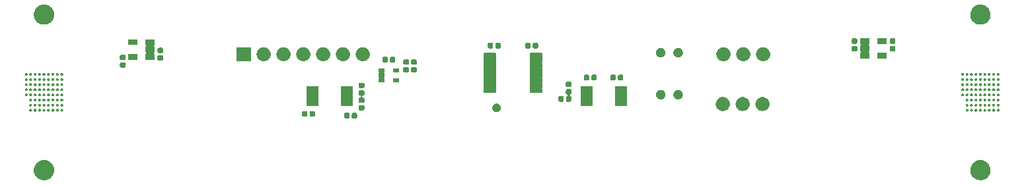
<source format=gbr>
G04 #@! TF.GenerationSoftware,KiCad,Pcbnew,5.99.0-unknown-3cd1208~100~ubuntu18.04.1*
G04 #@! TF.CreationDate,2019-09-26T13:34:42+08:00*
G04 #@! TF.ProjectId,external_camera,65787465-726e-4616-9c5f-63616d657261,rev?*
G04 #@! TF.SameCoordinates,Original*
G04 #@! TF.FileFunction,Soldermask,Top*
G04 #@! TF.FilePolarity,Negative*
%FSLAX46Y46*%
G04 Gerber Fmt 4.6, Leading zero omitted, Abs format (unit mm)*
G04 Created by KiCad (PCBNEW 5.99.0-unknown-3cd1208~100~ubuntu18.04.1) date 2019-09-26 13:34:42*
%MOMM*%
%LPD*%
G04 APERTURE LIST*
%ADD10C,0.100000*%
G04 APERTURE END LIST*
D10*
G36*
X45062163Y-98699001D02*
G01*
X45113823Y-98699001D01*
X45173518Y-98709527D01*
X45228934Y-98714765D01*
X45280515Y-98728393D01*
X45338010Y-98738531D01*
X45388660Y-98756966D01*
X45435774Y-98769414D01*
X45490780Y-98794135D01*
X45551926Y-98816390D01*
X45592766Y-98839969D01*
X45630911Y-98857112D01*
X45686971Y-98894358D01*
X45749073Y-98930213D01*
X45780019Y-98956179D01*
X45809100Y-98975501D01*
X45863480Y-99026211D01*
X45923460Y-99076540D01*
X45945074Y-99102299D01*
X45965564Y-99121406D01*
X46015316Y-99186010D01*
X46069787Y-99250927D01*
X46083202Y-99274163D01*
X46096093Y-99290902D01*
X46138128Y-99369298D01*
X46183610Y-99448074D01*
X46190462Y-99466899D01*
X46197190Y-99479447D01*
X46228443Y-99571252D01*
X46261469Y-99661990D01*
X46263764Y-99675007D01*
X46266133Y-99681965D01*
X46283667Y-99787884D01*
X46300999Y-99886177D01*
X46300999Y-100113823D01*
X46294489Y-100150743D01*
X46293972Y-100171903D01*
X46276550Y-100252481D01*
X46261469Y-100338010D01*
X46253066Y-100361098D01*
X46249086Y-100379504D01*
X46215393Y-100464603D01*
X46183610Y-100551926D01*
X46174729Y-100567308D01*
X46170332Y-100578414D01*
X46118836Y-100664118D01*
X46069787Y-100749073D01*
X46062752Y-100757457D01*
X46060148Y-100761791D01*
X45986706Y-100848086D01*
X45923460Y-100923460D01*
X45854806Y-100981067D01*
X45758089Y-101062799D01*
X45755713Y-101064215D01*
X45749073Y-101069787D01*
X45663103Y-101119422D01*
X45574325Y-101172344D01*
X45565341Y-101175865D01*
X45551926Y-101183610D01*
X45462837Y-101216036D01*
X45375137Y-101250405D01*
X45358962Y-101253843D01*
X45338010Y-101261469D01*
X45250446Y-101276909D01*
X45165879Y-101294884D01*
X45142476Y-101295947D01*
X45113823Y-101300999D01*
X45031221Y-101300999D01*
X44952166Y-101304589D01*
X44922059Y-101300999D01*
X44886177Y-101300999D01*
X44811223Y-101287783D01*
X44739733Y-101279258D01*
X44704000Y-101268876D01*
X44661990Y-101261469D01*
X44596662Y-101237691D01*
X44534288Y-101219570D01*
X44494505Y-101200509D01*
X44448074Y-101183610D01*
X44393655Y-101152191D01*
X44341358Y-101127135D01*
X44299543Y-101097856D01*
X44250927Y-101069787D01*
X44207915Y-101033696D01*
X44166108Y-101004422D01*
X44124689Y-100963862D01*
X44076540Y-100923460D01*
X44044776Y-100885604D01*
X44013260Y-100854742D01*
X43974897Y-100802325D01*
X43930213Y-100749073D01*
X43908886Y-100712133D01*
X43886907Y-100682103D01*
X43854446Y-100617840D01*
X43816390Y-100551926D01*
X43804117Y-100518206D01*
X43790450Y-100491150D01*
X43766789Y-100415648D01*
X43738531Y-100338010D01*
X43733478Y-100309355D01*
X43726474Y-100287004D01*
X43714444Y-100201406D01*
X43699001Y-100113823D01*
X43699001Y-100091521D01*
X43696700Y-100075148D01*
X43699001Y-99980998D01*
X43699001Y-99886177D01*
X43701691Y-99870920D01*
X43701927Y-99861275D01*
X43721288Y-99759779D01*
X43738531Y-99661990D01*
X43741497Y-99653842D01*
X43742014Y-99651130D01*
X43785709Y-99532369D01*
X43816390Y-99448074D01*
X43865544Y-99362937D01*
X43921557Y-99264337D01*
X43924740Y-99260406D01*
X43930213Y-99250927D01*
X43993280Y-99175766D01*
X44056192Y-99098076D01*
X44065122Y-99090148D01*
X44076540Y-99076540D01*
X44147724Y-99016810D01*
X44216173Y-98956038D01*
X44232111Y-98946001D01*
X44250927Y-98930213D01*
X44326133Y-98886793D01*
X44397201Y-98842039D01*
X44420914Y-98832071D01*
X44448074Y-98816390D01*
X44523682Y-98788871D01*
X44594423Y-98759134D01*
X44626151Y-98751575D01*
X44661990Y-98738531D01*
X44734784Y-98725696D01*
X44802531Y-98709556D01*
X44841947Y-98706800D01*
X44886177Y-98699001D01*
X44953484Y-98699001D01*
X45015953Y-98694633D01*
X45062163Y-98699001D01*
X45062163Y-98699001D01*
G37*
G36*
X165062163Y-98699001D02*
G01*
X165113823Y-98699001D01*
X165173518Y-98709527D01*
X165228934Y-98714765D01*
X165280515Y-98728393D01*
X165338010Y-98738531D01*
X165388660Y-98756966D01*
X165435774Y-98769414D01*
X165490780Y-98794135D01*
X165551926Y-98816390D01*
X165592766Y-98839969D01*
X165630911Y-98857112D01*
X165686971Y-98894358D01*
X165749073Y-98930213D01*
X165780019Y-98956179D01*
X165809100Y-98975501D01*
X165863480Y-99026211D01*
X165923460Y-99076540D01*
X165945074Y-99102299D01*
X165965564Y-99121406D01*
X166015316Y-99186010D01*
X166069787Y-99250927D01*
X166083202Y-99274163D01*
X166096093Y-99290902D01*
X166138128Y-99369298D01*
X166183610Y-99448074D01*
X166190462Y-99466899D01*
X166197190Y-99479447D01*
X166228443Y-99571252D01*
X166261469Y-99661990D01*
X166263764Y-99675007D01*
X166266133Y-99681965D01*
X166283667Y-99787884D01*
X166300999Y-99886177D01*
X166300999Y-100113823D01*
X166294489Y-100150743D01*
X166293972Y-100171903D01*
X166276550Y-100252481D01*
X166261469Y-100338010D01*
X166253066Y-100361098D01*
X166249086Y-100379504D01*
X166215393Y-100464603D01*
X166183610Y-100551926D01*
X166174729Y-100567308D01*
X166170332Y-100578414D01*
X166118836Y-100664118D01*
X166069787Y-100749073D01*
X166062752Y-100757457D01*
X166060148Y-100761791D01*
X165986706Y-100848086D01*
X165923460Y-100923460D01*
X165854806Y-100981067D01*
X165758089Y-101062799D01*
X165755713Y-101064215D01*
X165749073Y-101069787D01*
X165663103Y-101119422D01*
X165574325Y-101172344D01*
X165565341Y-101175865D01*
X165551926Y-101183610D01*
X165462837Y-101216036D01*
X165375137Y-101250405D01*
X165358962Y-101253843D01*
X165338010Y-101261469D01*
X165250446Y-101276909D01*
X165165879Y-101294884D01*
X165142476Y-101295947D01*
X165113823Y-101300999D01*
X165031221Y-101300999D01*
X164952166Y-101304589D01*
X164922059Y-101300999D01*
X164886177Y-101300999D01*
X164811223Y-101287783D01*
X164739733Y-101279258D01*
X164704000Y-101268876D01*
X164661990Y-101261469D01*
X164596662Y-101237691D01*
X164534288Y-101219570D01*
X164494505Y-101200509D01*
X164448074Y-101183610D01*
X164393655Y-101152191D01*
X164341358Y-101127135D01*
X164299543Y-101097856D01*
X164250927Y-101069787D01*
X164207915Y-101033696D01*
X164166108Y-101004422D01*
X164124689Y-100963862D01*
X164076540Y-100923460D01*
X164044776Y-100885604D01*
X164013260Y-100854742D01*
X163974897Y-100802325D01*
X163930213Y-100749073D01*
X163908886Y-100712133D01*
X163886907Y-100682103D01*
X163854446Y-100617840D01*
X163816390Y-100551926D01*
X163804117Y-100518206D01*
X163790450Y-100491150D01*
X163766789Y-100415648D01*
X163738531Y-100338010D01*
X163733478Y-100309355D01*
X163726474Y-100287004D01*
X163714444Y-100201406D01*
X163699001Y-100113823D01*
X163699001Y-100091521D01*
X163696700Y-100075148D01*
X163699001Y-99980998D01*
X163699001Y-99886177D01*
X163701691Y-99870920D01*
X163701927Y-99861275D01*
X163721288Y-99759779D01*
X163738531Y-99661990D01*
X163741497Y-99653842D01*
X163742014Y-99651130D01*
X163785709Y-99532369D01*
X163816390Y-99448074D01*
X163865544Y-99362937D01*
X163921557Y-99264337D01*
X163924740Y-99260406D01*
X163930213Y-99250927D01*
X163993280Y-99175766D01*
X164056192Y-99098076D01*
X164065122Y-99090148D01*
X164076540Y-99076540D01*
X164147724Y-99016810D01*
X164216173Y-98956038D01*
X164232111Y-98946001D01*
X164250927Y-98930213D01*
X164326133Y-98886793D01*
X164397201Y-98842039D01*
X164420914Y-98832071D01*
X164448074Y-98816390D01*
X164523682Y-98788871D01*
X164594423Y-98759134D01*
X164626151Y-98751575D01*
X164661990Y-98738531D01*
X164734784Y-98725696D01*
X164802531Y-98709556D01*
X164841947Y-98706800D01*
X164886177Y-98699001D01*
X164953484Y-98699001D01*
X165015953Y-98694633D01*
X165062163Y-98699001D01*
X165062163Y-98699001D01*
G37*
G36*
X84929022Y-92628001D02*
G01*
X84929610Y-92628001D01*
X84934203Y-92628915D01*
X84999163Y-92640369D01*
X85003040Y-92642607D01*
X85007061Y-92643407D01*
X85023815Y-92654602D01*
X85059786Y-92675369D01*
X85066026Y-92682805D01*
X85072721Y-92687279D01*
X85084222Y-92704492D01*
X85101137Y-92724651D01*
X85103444Y-92733259D01*
X85116593Y-92752939D01*
X85131999Y-92830390D01*
X85131999Y-92839828D01*
X85133715Y-92846232D01*
X85133715Y-93159290D01*
X85131999Y-93169022D01*
X85131999Y-93169610D01*
X85131085Y-93174203D01*
X85119631Y-93239163D01*
X85117393Y-93243040D01*
X85116593Y-93247061D01*
X85105398Y-93263815D01*
X85084631Y-93299786D01*
X85077194Y-93306026D01*
X85072721Y-93312721D01*
X85055511Y-93324220D01*
X85035350Y-93341137D01*
X85026740Y-93343444D01*
X85007061Y-93356593D01*
X84929610Y-93371999D01*
X84920172Y-93371999D01*
X84913768Y-93373715D01*
X84650710Y-93373715D01*
X84640978Y-93371999D01*
X84640390Y-93371999D01*
X84635797Y-93371085D01*
X84570837Y-93359631D01*
X84566960Y-93357393D01*
X84562939Y-93356593D01*
X84546185Y-93345398D01*
X84510214Y-93324631D01*
X84503974Y-93317194D01*
X84497279Y-93312721D01*
X84485780Y-93295511D01*
X84468863Y-93275350D01*
X84466556Y-93266740D01*
X84453407Y-93247061D01*
X84438001Y-93169610D01*
X84438001Y-93160172D01*
X84436285Y-93153768D01*
X84436285Y-92840710D01*
X84438001Y-92830978D01*
X84438001Y-92830390D01*
X84438915Y-92825797D01*
X84450369Y-92760837D01*
X84452607Y-92756960D01*
X84453407Y-92752939D01*
X84464602Y-92736185D01*
X84485369Y-92700214D01*
X84492805Y-92693974D01*
X84497279Y-92687279D01*
X84514492Y-92675778D01*
X84534651Y-92658863D01*
X84543259Y-92656556D01*
X84562939Y-92643407D01*
X84640390Y-92628001D01*
X84649828Y-92628001D01*
X84656232Y-92626285D01*
X84919290Y-92626285D01*
X84929022Y-92628001D01*
X84929022Y-92628001D01*
G37*
G36*
X83959022Y-92628001D02*
G01*
X83959610Y-92628001D01*
X83964203Y-92628915D01*
X84029163Y-92640369D01*
X84033040Y-92642607D01*
X84037061Y-92643407D01*
X84053815Y-92654602D01*
X84089786Y-92675369D01*
X84096026Y-92682805D01*
X84102721Y-92687279D01*
X84114222Y-92704492D01*
X84131137Y-92724651D01*
X84133444Y-92733259D01*
X84146593Y-92752939D01*
X84161999Y-92830390D01*
X84161999Y-92839828D01*
X84163715Y-92846232D01*
X84163715Y-93159290D01*
X84161999Y-93169022D01*
X84161999Y-93169610D01*
X84161085Y-93174203D01*
X84149631Y-93239163D01*
X84147393Y-93243040D01*
X84146593Y-93247061D01*
X84135398Y-93263815D01*
X84114631Y-93299786D01*
X84107194Y-93306026D01*
X84102721Y-93312721D01*
X84085511Y-93324220D01*
X84065350Y-93341137D01*
X84056740Y-93343444D01*
X84037061Y-93356593D01*
X83959610Y-93371999D01*
X83950172Y-93371999D01*
X83943768Y-93373715D01*
X83680710Y-93373715D01*
X83670978Y-93371999D01*
X83670390Y-93371999D01*
X83665797Y-93371085D01*
X83600837Y-93359631D01*
X83596960Y-93357393D01*
X83592939Y-93356593D01*
X83576185Y-93345398D01*
X83540214Y-93324631D01*
X83533974Y-93317194D01*
X83527279Y-93312721D01*
X83515780Y-93295511D01*
X83498863Y-93275350D01*
X83496556Y-93266740D01*
X83483407Y-93247061D01*
X83468001Y-93169610D01*
X83468001Y-93160172D01*
X83466285Y-93153768D01*
X83466285Y-92840710D01*
X83468001Y-92830978D01*
X83468001Y-92830390D01*
X83468915Y-92825797D01*
X83480369Y-92760837D01*
X83482607Y-92756960D01*
X83483407Y-92752939D01*
X83494602Y-92736185D01*
X83515369Y-92700214D01*
X83522805Y-92693974D01*
X83527279Y-92687279D01*
X83544492Y-92675778D01*
X83564651Y-92658863D01*
X83573259Y-92656556D01*
X83592939Y-92643407D01*
X83670390Y-92628001D01*
X83679828Y-92628001D01*
X83686232Y-92626285D01*
X83949290Y-92626285D01*
X83959022Y-92628001D01*
X83959022Y-92628001D01*
G37*
G36*
X78559022Y-92403001D02*
G01*
X78559610Y-92403001D01*
X78564203Y-92403915D01*
X78629163Y-92415369D01*
X78633040Y-92417607D01*
X78637061Y-92418407D01*
X78653815Y-92429602D01*
X78689786Y-92450369D01*
X78696026Y-92457805D01*
X78702721Y-92462279D01*
X78714222Y-92479492D01*
X78731137Y-92499651D01*
X78733444Y-92508259D01*
X78746593Y-92527939D01*
X78761999Y-92605390D01*
X78761999Y-92614828D01*
X78763715Y-92621232D01*
X78763715Y-92934290D01*
X78761999Y-92944022D01*
X78761999Y-92944610D01*
X78761085Y-92949203D01*
X78749631Y-93014163D01*
X78747393Y-93018040D01*
X78746593Y-93022061D01*
X78735398Y-93038815D01*
X78714631Y-93074786D01*
X78707194Y-93081026D01*
X78702721Y-93087721D01*
X78685511Y-93099220D01*
X78665350Y-93116137D01*
X78656740Y-93118444D01*
X78637061Y-93131593D01*
X78559610Y-93146999D01*
X78550172Y-93146999D01*
X78543768Y-93148715D01*
X78280710Y-93148715D01*
X78270978Y-93146999D01*
X78270390Y-93146999D01*
X78265797Y-93146085D01*
X78200837Y-93134631D01*
X78196960Y-93132393D01*
X78192939Y-93131593D01*
X78176185Y-93120398D01*
X78140214Y-93099631D01*
X78133974Y-93092194D01*
X78127279Y-93087721D01*
X78115780Y-93070511D01*
X78098863Y-93050350D01*
X78096556Y-93041740D01*
X78083407Y-93022061D01*
X78068001Y-92944610D01*
X78068001Y-92935172D01*
X78066285Y-92928768D01*
X78066285Y-92615710D01*
X78068001Y-92605978D01*
X78068001Y-92605390D01*
X78068915Y-92600797D01*
X78080369Y-92535837D01*
X78082607Y-92531960D01*
X78083407Y-92527939D01*
X78094602Y-92511185D01*
X78115369Y-92475214D01*
X78122805Y-92468974D01*
X78127279Y-92462279D01*
X78144492Y-92450778D01*
X78164651Y-92433863D01*
X78173259Y-92431556D01*
X78192939Y-92418407D01*
X78270390Y-92403001D01*
X78279828Y-92403001D01*
X78286232Y-92401285D01*
X78549290Y-92401285D01*
X78559022Y-92403001D01*
X78559022Y-92403001D01*
G37*
G36*
X79529022Y-92403001D02*
G01*
X79529610Y-92403001D01*
X79534203Y-92403915D01*
X79599163Y-92415369D01*
X79603040Y-92417607D01*
X79607061Y-92418407D01*
X79623815Y-92429602D01*
X79659786Y-92450369D01*
X79666026Y-92457805D01*
X79672721Y-92462279D01*
X79684222Y-92479492D01*
X79701137Y-92499651D01*
X79703444Y-92508259D01*
X79716593Y-92527939D01*
X79731999Y-92605390D01*
X79731999Y-92614828D01*
X79733715Y-92621232D01*
X79733715Y-92934290D01*
X79731999Y-92944022D01*
X79731999Y-92944610D01*
X79731085Y-92949203D01*
X79719631Y-93014163D01*
X79717393Y-93018040D01*
X79716593Y-93022061D01*
X79705398Y-93038815D01*
X79684631Y-93074786D01*
X79677194Y-93081026D01*
X79672721Y-93087721D01*
X79655511Y-93099220D01*
X79635350Y-93116137D01*
X79626740Y-93118444D01*
X79607061Y-93131593D01*
X79529610Y-93146999D01*
X79520172Y-93146999D01*
X79513768Y-93148715D01*
X79250710Y-93148715D01*
X79240978Y-93146999D01*
X79240390Y-93146999D01*
X79235797Y-93146085D01*
X79170837Y-93134631D01*
X79166960Y-93132393D01*
X79162939Y-93131593D01*
X79146185Y-93120398D01*
X79110214Y-93099631D01*
X79103974Y-93092194D01*
X79097279Y-93087721D01*
X79085780Y-93070511D01*
X79068863Y-93050350D01*
X79066556Y-93041740D01*
X79053407Y-93022061D01*
X79038001Y-92944610D01*
X79038001Y-92935172D01*
X79036285Y-92928768D01*
X79036285Y-92615710D01*
X79038001Y-92605978D01*
X79038001Y-92605390D01*
X79038915Y-92600797D01*
X79050369Y-92535837D01*
X79052607Y-92531960D01*
X79053407Y-92527939D01*
X79064602Y-92511185D01*
X79085369Y-92475214D01*
X79092805Y-92468974D01*
X79097279Y-92462279D01*
X79114492Y-92450778D01*
X79134651Y-92433863D01*
X79143259Y-92431556D01*
X79162939Y-92418407D01*
X79240390Y-92403001D01*
X79249828Y-92403001D01*
X79256232Y-92401285D01*
X79519290Y-92401285D01*
X79529022Y-92403001D01*
X79529022Y-92403001D01*
G37*
G36*
X103017381Y-91446783D02*
G01*
X103040734Y-91445314D01*
X103091992Y-91456209D01*
X103135218Y-91461670D01*
X103156974Y-91470021D01*
X103188399Y-91476701D01*
X103227154Y-91496961D01*
X103259724Y-91509464D01*
X103285993Y-91527721D01*
X103322185Y-91546642D01*
X103347727Y-91570628D01*
X103369239Y-91585579D01*
X103396135Y-91616086D01*
X103432233Y-91649985D01*
X103445865Y-91672493D01*
X103457433Y-91685615D01*
X103480289Y-91729334D01*
X103510437Y-91779114D01*
X103515164Y-91796043D01*
X103519220Y-91803802D01*
X103533047Y-91860095D01*
X103551034Y-91924518D01*
X103549333Y-92087006D01*
X103529987Y-92151082D01*
X103514997Y-92207026D01*
X103510781Y-92214695D01*
X103505699Y-92231527D01*
X103474508Y-92280676D01*
X103450747Y-92323898D01*
X103438908Y-92336772D01*
X103424808Y-92358991D01*
X103388006Y-92392128D01*
X103360478Y-92422064D01*
X103338657Y-92436562D01*
X103312620Y-92460006D01*
X103276045Y-92478162D01*
X103249394Y-92495869D01*
X103216565Y-92507688D01*
X103177399Y-92527130D01*
X103145839Y-92533150D01*
X103123916Y-92541043D01*
X103080593Y-92545597D01*
X103029108Y-92555418D01*
X103005787Y-92553460D01*
X102991284Y-92554984D01*
X102939548Y-92547897D01*
X102878673Y-92542785D01*
X102864937Y-92537677D01*
X102859150Y-92536884D01*
X102802595Y-92514492D01*
X102737177Y-92490163D01*
X102678252Y-92447352D01*
X102626441Y-92410532D01*
X102624537Y-92408326D01*
X102615044Y-92401429D01*
X102575302Y-92351287D01*
X102539300Y-92309579D01*
X102534001Y-92299179D01*
X102521272Y-92283119D01*
X102499838Y-92232129D01*
X102478754Y-92190749D01*
X102474096Y-92170892D01*
X102462771Y-92143950D01*
X102456928Y-92097696D01*
X102448299Y-92060909D01*
X102448604Y-92031808D01*
X102443850Y-91994176D01*
X102449392Y-91956647D01*
X102449697Y-91927552D01*
X102459092Y-91890961D01*
X102465904Y-91844831D01*
X102477791Y-91818132D01*
X102482864Y-91798375D01*
X102504815Y-91757436D01*
X102527307Y-91706918D01*
X102540366Y-91691132D01*
X102545883Y-91680843D01*
X102582753Y-91639895D01*
X102623535Y-91590598D01*
X102633171Y-91583901D01*
X102635122Y-91581734D01*
X102687700Y-91546002D01*
X102747500Y-91504440D01*
X102813435Y-91481479D01*
X102870424Y-91460285D01*
X102876223Y-91459614D01*
X102890067Y-91454793D01*
X102951037Y-91450957D01*
X103002909Y-91444955D01*
X103017381Y-91446783D01*
X103017381Y-91446783D01*
G37*
G36*
X165589644Y-92135048D02*
G01*
X165619958Y-92138047D01*
X165622157Y-92139156D01*
X165634960Y-92140773D01*
X165660279Y-92158370D01*
X165678512Y-92167560D01*
X165687010Y-92176948D01*
X165705970Y-92190126D01*
X165715586Y-92208519D01*
X165722512Y-92216171D01*
X165730676Y-92237383D01*
X165743478Y-92261872D01*
X165779472Y-92308927D01*
X165789198Y-92312440D01*
X165755769Y-92335329D01*
X165745130Y-92353146D01*
X165745090Y-92356915D01*
X165728973Y-92386232D01*
X165720175Y-92407525D01*
X165713280Y-92414778D01*
X165703430Y-92432695D01*
X165683933Y-92445649D01*
X165674997Y-92455049D01*
X165656832Y-92463655D01*
X165631402Y-92480551D01*
X165618253Y-92481933D01*
X165615741Y-92483123D01*
X165585655Y-92485359D01*
X165545399Y-92489590D01*
X165512018Y-92476373D01*
X165487596Y-92468977D01*
X165481677Y-92464361D01*
X165464995Y-92457756D01*
X165448078Y-92438157D01*
X165435889Y-92428651D01*
X165426822Y-92413532D01*
X165408490Y-92392293D01*
X165404895Y-92376966D01*
X165390194Y-92352451D01*
X165386780Y-92354498D01*
X165374624Y-92329815D01*
X165347808Y-92313668D01*
X165393663Y-92266850D01*
X165399746Y-92249809D01*
X165406413Y-92239284D01*
X165410249Y-92224342D01*
X165429228Y-92203264D01*
X165438827Y-92188109D01*
X165450997Y-92179087D01*
X165468113Y-92160078D01*
X165485224Y-92153714D01*
X165491505Y-92149058D01*
X165515797Y-92142344D01*
X165549166Y-92129934D01*
X165589644Y-92135048D01*
X165589644Y-92135048D01*
G37*
G36*
X43879644Y-92135048D02*
G01*
X43909958Y-92138047D01*
X43912157Y-92139156D01*
X43924960Y-92140773D01*
X43950279Y-92158370D01*
X43968512Y-92167560D01*
X43977010Y-92176948D01*
X43995970Y-92190126D01*
X44005586Y-92208519D01*
X44012512Y-92216171D01*
X44020676Y-92237383D01*
X44033478Y-92261872D01*
X44069472Y-92308927D01*
X44079198Y-92312440D01*
X44045769Y-92335329D01*
X44035130Y-92353146D01*
X44035090Y-92356915D01*
X44018973Y-92386232D01*
X44010175Y-92407525D01*
X44003280Y-92414778D01*
X43993430Y-92432695D01*
X43973933Y-92445649D01*
X43964997Y-92455049D01*
X43946832Y-92463655D01*
X43921402Y-92480551D01*
X43908253Y-92481933D01*
X43905741Y-92483123D01*
X43875655Y-92485359D01*
X43835399Y-92489590D01*
X43802018Y-92476373D01*
X43777596Y-92468977D01*
X43771677Y-92464361D01*
X43754995Y-92457756D01*
X43738078Y-92438157D01*
X43725889Y-92428651D01*
X43716822Y-92413532D01*
X43698490Y-92392293D01*
X43694895Y-92376966D01*
X43680194Y-92352451D01*
X43676780Y-92354498D01*
X43664624Y-92329815D01*
X43637808Y-92313668D01*
X43683663Y-92266850D01*
X43689746Y-92249809D01*
X43696413Y-92239284D01*
X43700249Y-92224342D01*
X43719228Y-92203264D01*
X43728827Y-92188109D01*
X43740997Y-92179087D01*
X43758113Y-92160078D01*
X43775224Y-92153714D01*
X43781505Y-92149058D01*
X43805797Y-92142344D01*
X43839166Y-92129934D01*
X43879644Y-92135048D01*
X43879644Y-92135048D01*
G37*
G36*
X46729644Y-92135048D02*
G01*
X46759958Y-92138047D01*
X46762157Y-92139156D01*
X46774960Y-92140773D01*
X46800279Y-92158370D01*
X46818512Y-92167560D01*
X46827010Y-92176948D01*
X46845970Y-92190126D01*
X46855586Y-92208519D01*
X46862512Y-92216171D01*
X46870676Y-92237383D01*
X46883478Y-92261872D01*
X46919472Y-92308927D01*
X46929198Y-92312440D01*
X46895769Y-92335329D01*
X46885130Y-92353146D01*
X46885090Y-92356915D01*
X46868973Y-92386232D01*
X46860175Y-92407525D01*
X46853280Y-92414778D01*
X46843430Y-92432695D01*
X46823933Y-92445649D01*
X46814997Y-92455049D01*
X46796832Y-92463655D01*
X46771402Y-92480551D01*
X46758253Y-92481933D01*
X46755741Y-92483123D01*
X46725655Y-92485359D01*
X46685399Y-92489590D01*
X46652018Y-92476373D01*
X46627596Y-92468977D01*
X46621677Y-92464361D01*
X46604995Y-92457756D01*
X46588078Y-92438157D01*
X46575889Y-92428651D01*
X46566822Y-92413532D01*
X46548490Y-92392293D01*
X46544895Y-92376966D01*
X46530194Y-92352451D01*
X46526780Y-92354498D01*
X46514624Y-92329815D01*
X46487808Y-92313668D01*
X46533663Y-92266850D01*
X46539746Y-92249809D01*
X46546413Y-92239284D01*
X46550249Y-92224342D01*
X46569228Y-92203264D01*
X46578827Y-92188109D01*
X46590997Y-92179087D01*
X46608113Y-92160078D01*
X46625224Y-92153714D01*
X46631505Y-92149058D01*
X46655797Y-92142344D01*
X46689166Y-92129934D01*
X46729644Y-92135048D01*
X46729644Y-92135048D01*
G37*
G36*
X166159644Y-92135048D02*
G01*
X166189958Y-92138047D01*
X166192157Y-92139156D01*
X166204960Y-92140773D01*
X166230279Y-92158370D01*
X166248512Y-92167560D01*
X166257010Y-92176948D01*
X166275970Y-92190126D01*
X166285586Y-92208519D01*
X166292512Y-92216171D01*
X166300676Y-92237383D01*
X166313478Y-92261872D01*
X166349472Y-92308927D01*
X166359198Y-92312440D01*
X166325769Y-92335329D01*
X166315130Y-92353146D01*
X166315090Y-92356915D01*
X166298973Y-92386232D01*
X166290175Y-92407525D01*
X166283280Y-92414778D01*
X166273430Y-92432695D01*
X166253933Y-92445649D01*
X166244997Y-92455049D01*
X166226832Y-92463655D01*
X166201402Y-92480551D01*
X166188253Y-92481933D01*
X166185741Y-92483123D01*
X166155655Y-92485359D01*
X166115399Y-92489590D01*
X166082018Y-92476373D01*
X166057596Y-92468977D01*
X166051677Y-92464361D01*
X166034995Y-92457756D01*
X166018078Y-92438157D01*
X166005889Y-92428651D01*
X165996822Y-92413532D01*
X165978490Y-92392293D01*
X165974895Y-92376966D01*
X165960194Y-92352451D01*
X165956780Y-92354498D01*
X165944624Y-92329815D01*
X165917808Y-92313668D01*
X165963663Y-92266850D01*
X165969746Y-92249809D01*
X165976413Y-92239284D01*
X165980249Y-92224342D01*
X165999228Y-92203264D01*
X166008827Y-92188109D01*
X166020997Y-92179087D01*
X166038113Y-92160078D01*
X166055224Y-92153714D01*
X166061505Y-92149058D01*
X166085797Y-92142344D01*
X166119166Y-92129934D01*
X166159644Y-92135048D01*
X166159644Y-92135048D01*
G37*
G36*
X166729644Y-92135048D02*
G01*
X166759958Y-92138047D01*
X166762157Y-92139156D01*
X166774960Y-92140773D01*
X166800279Y-92158370D01*
X166818512Y-92167560D01*
X166827010Y-92176948D01*
X166845970Y-92190126D01*
X166855586Y-92208519D01*
X166862512Y-92216171D01*
X166870676Y-92237383D01*
X166883478Y-92261872D01*
X166919472Y-92308927D01*
X166929198Y-92312440D01*
X166895769Y-92335329D01*
X166885130Y-92353146D01*
X166885090Y-92356915D01*
X166868973Y-92386232D01*
X166860175Y-92407525D01*
X166853280Y-92414778D01*
X166843430Y-92432695D01*
X166823933Y-92445649D01*
X166814997Y-92455049D01*
X166796832Y-92463655D01*
X166771402Y-92480551D01*
X166758253Y-92481933D01*
X166755741Y-92483123D01*
X166725655Y-92485359D01*
X166685399Y-92489590D01*
X166652018Y-92476373D01*
X166627596Y-92468977D01*
X166621677Y-92464361D01*
X166604995Y-92457756D01*
X166588078Y-92438157D01*
X166575889Y-92428651D01*
X166566822Y-92413532D01*
X166548490Y-92392293D01*
X166544895Y-92376966D01*
X166530194Y-92352451D01*
X166526780Y-92354498D01*
X166514624Y-92329815D01*
X166487808Y-92313668D01*
X166533663Y-92266850D01*
X166539746Y-92249809D01*
X166546413Y-92239284D01*
X166550249Y-92224342D01*
X166569228Y-92203264D01*
X166578827Y-92188109D01*
X166590997Y-92179087D01*
X166608113Y-92160078D01*
X166625224Y-92153714D01*
X166631505Y-92149058D01*
X166655797Y-92142344D01*
X166689166Y-92129934D01*
X166729644Y-92135048D01*
X166729644Y-92135048D01*
G37*
G36*
X167299644Y-92135048D02*
G01*
X167329958Y-92138047D01*
X167332157Y-92139156D01*
X167344960Y-92140773D01*
X167370279Y-92158370D01*
X167388512Y-92167560D01*
X167397010Y-92176948D01*
X167415970Y-92190126D01*
X167425586Y-92208519D01*
X167432512Y-92216171D01*
X167440676Y-92237384D01*
X167456035Y-92266762D01*
X167455090Y-92356915D01*
X167438973Y-92386232D01*
X167430175Y-92407525D01*
X167423280Y-92414778D01*
X167413430Y-92432695D01*
X167393933Y-92445649D01*
X167384997Y-92455049D01*
X167366832Y-92463655D01*
X167341402Y-92480551D01*
X167328253Y-92481933D01*
X167325741Y-92483123D01*
X167295655Y-92485359D01*
X167255399Y-92489590D01*
X167222018Y-92476373D01*
X167197596Y-92468977D01*
X167191677Y-92464361D01*
X167174995Y-92457756D01*
X167158078Y-92438157D01*
X167145889Y-92428651D01*
X167136822Y-92413532D01*
X167118490Y-92392293D01*
X167114895Y-92376966D01*
X167100194Y-92352451D01*
X167096780Y-92354498D01*
X167084624Y-92329815D01*
X167057808Y-92313668D01*
X167103663Y-92266850D01*
X167109746Y-92249809D01*
X167116413Y-92239284D01*
X167120249Y-92224342D01*
X167139228Y-92203264D01*
X167148827Y-92188109D01*
X167160997Y-92179087D01*
X167178113Y-92160078D01*
X167195224Y-92153714D01*
X167201505Y-92149058D01*
X167225797Y-92142344D01*
X167259166Y-92129934D01*
X167299644Y-92135048D01*
X167299644Y-92135048D01*
G37*
G36*
X46159644Y-92135048D02*
G01*
X46189958Y-92138047D01*
X46192157Y-92139156D01*
X46204960Y-92140773D01*
X46230279Y-92158370D01*
X46248512Y-92167560D01*
X46257010Y-92176948D01*
X46275970Y-92190126D01*
X46285586Y-92208519D01*
X46292512Y-92216171D01*
X46300676Y-92237383D01*
X46313478Y-92261872D01*
X46349472Y-92308927D01*
X46359198Y-92312440D01*
X46325769Y-92335329D01*
X46315130Y-92353146D01*
X46315090Y-92356915D01*
X46298973Y-92386232D01*
X46290175Y-92407525D01*
X46283280Y-92414778D01*
X46273430Y-92432695D01*
X46253933Y-92445649D01*
X46244997Y-92455049D01*
X46226832Y-92463655D01*
X46201402Y-92480551D01*
X46188253Y-92481933D01*
X46185741Y-92483123D01*
X46155655Y-92485359D01*
X46115399Y-92489590D01*
X46082018Y-92476373D01*
X46057596Y-92468977D01*
X46051677Y-92464361D01*
X46034995Y-92457756D01*
X46018078Y-92438157D01*
X46005889Y-92428651D01*
X45996822Y-92413532D01*
X45978490Y-92392293D01*
X45974895Y-92376966D01*
X45960194Y-92352451D01*
X45956780Y-92354498D01*
X45944624Y-92329815D01*
X45917808Y-92313668D01*
X45963663Y-92266850D01*
X45969746Y-92249809D01*
X45976413Y-92239284D01*
X45980249Y-92224342D01*
X45999228Y-92203264D01*
X46008827Y-92188109D01*
X46020997Y-92179087D01*
X46038113Y-92160078D01*
X46055224Y-92153714D01*
X46061505Y-92149058D01*
X46085797Y-92142344D01*
X46119166Y-92129934D01*
X46159644Y-92135048D01*
X46159644Y-92135048D01*
G37*
G36*
X43309644Y-92135048D02*
G01*
X43339958Y-92138047D01*
X43342157Y-92139156D01*
X43354960Y-92140773D01*
X43380279Y-92158370D01*
X43398512Y-92167560D01*
X43407010Y-92176948D01*
X43425970Y-92190126D01*
X43435586Y-92208519D01*
X43442512Y-92216171D01*
X43450676Y-92237383D01*
X43463478Y-92261872D01*
X43499472Y-92308927D01*
X43509198Y-92312440D01*
X43475769Y-92335329D01*
X43465130Y-92353146D01*
X43465090Y-92356915D01*
X43448973Y-92386232D01*
X43440175Y-92407525D01*
X43433280Y-92414778D01*
X43423430Y-92432695D01*
X43403933Y-92445649D01*
X43394997Y-92455049D01*
X43376832Y-92463655D01*
X43351402Y-92480551D01*
X43338253Y-92481933D01*
X43335741Y-92483123D01*
X43305655Y-92485359D01*
X43265399Y-92489590D01*
X43232018Y-92476373D01*
X43207596Y-92468977D01*
X43201677Y-92464361D01*
X43184995Y-92457756D01*
X43168078Y-92438157D01*
X43155889Y-92428651D01*
X43146823Y-92413532D01*
X43128490Y-92392293D01*
X43124895Y-92376966D01*
X43122166Y-92372415D01*
X43117430Y-92345140D01*
X43108743Y-92308102D01*
X43118279Y-92270963D01*
X43123741Y-92243502D01*
X43126412Y-92239284D01*
X43130249Y-92224342D01*
X43149228Y-92203264D01*
X43158827Y-92188109D01*
X43170997Y-92179087D01*
X43188113Y-92160078D01*
X43205224Y-92153714D01*
X43211505Y-92149058D01*
X43235797Y-92142344D01*
X43269166Y-92129934D01*
X43309644Y-92135048D01*
X43309644Y-92135048D01*
G37*
G36*
X45589644Y-92135048D02*
G01*
X45619958Y-92138047D01*
X45622157Y-92139156D01*
X45634960Y-92140773D01*
X45660279Y-92158370D01*
X45678512Y-92167560D01*
X45687010Y-92176948D01*
X45705970Y-92190126D01*
X45715586Y-92208519D01*
X45722512Y-92216171D01*
X45730676Y-92237383D01*
X45743478Y-92261872D01*
X45779472Y-92308927D01*
X45789198Y-92312440D01*
X45755769Y-92335329D01*
X45745130Y-92353146D01*
X45745090Y-92356915D01*
X45728973Y-92386232D01*
X45720175Y-92407525D01*
X45713280Y-92414778D01*
X45703430Y-92432695D01*
X45683933Y-92445649D01*
X45674997Y-92455049D01*
X45656832Y-92463655D01*
X45631402Y-92480551D01*
X45618253Y-92481933D01*
X45615741Y-92483123D01*
X45585655Y-92485359D01*
X45545399Y-92489590D01*
X45512018Y-92476373D01*
X45487596Y-92468977D01*
X45481677Y-92464361D01*
X45464995Y-92457756D01*
X45448078Y-92438157D01*
X45435889Y-92428651D01*
X45426822Y-92413532D01*
X45408490Y-92392293D01*
X45404895Y-92376966D01*
X45390194Y-92352451D01*
X45386780Y-92354498D01*
X45374624Y-92329815D01*
X45347808Y-92313668D01*
X45393663Y-92266850D01*
X45399746Y-92249809D01*
X45406413Y-92239284D01*
X45410249Y-92224342D01*
X45429228Y-92203264D01*
X45438827Y-92188109D01*
X45450997Y-92179087D01*
X45468113Y-92160078D01*
X45485224Y-92153714D01*
X45491505Y-92149058D01*
X45515797Y-92142344D01*
X45549166Y-92129934D01*
X45589644Y-92135048D01*
X45589644Y-92135048D01*
G37*
G36*
X44449644Y-92135048D02*
G01*
X44479958Y-92138047D01*
X44482157Y-92139156D01*
X44494960Y-92140773D01*
X44520279Y-92158370D01*
X44538512Y-92167560D01*
X44547010Y-92176948D01*
X44565970Y-92190126D01*
X44575586Y-92208519D01*
X44582512Y-92216171D01*
X44590676Y-92237383D01*
X44603478Y-92261872D01*
X44639472Y-92308927D01*
X44649198Y-92312440D01*
X44615769Y-92335329D01*
X44605130Y-92353146D01*
X44605090Y-92356915D01*
X44588973Y-92386232D01*
X44580175Y-92407525D01*
X44573280Y-92414778D01*
X44563430Y-92432695D01*
X44543933Y-92445649D01*
X44534997Y-92455049D01*
X44516832Y-92463655D01*
X44491402Y-92480551D01*
X44478253Y-92481933D01*
X44475741Y-92483123D01*
X44445655Y-92485359D01*
X44405399Y-92489590D01*
X44372018Y-92476373D01*
X44347596Y-92468977D01*
X44341677Y-92464361D01*
X44324995Y-92457756D01*
X44308078Y-92438157D01*
X44295889Y-92428651D01*
X44286822Y-92413532D01*
X44268490Y-92392293D01*
X44264895Y-92376966D01*
X44250194Y-92352451D01*
X44246780Y-92354498D01*
X44234624Y-92329815D01*
X44207808Y-92313668D01*
X44253663Y-92266850D01*
X44259746Y-92249809D01*
X44266413Y-92239284D01*
X44270249Y-92224342D01*
X44289228Y-92203264D01*
X44298827Y-92188109D01*
X44310997Y-92179087D01*
X44328113Y-92160078D01*
X44345224Y-92153714D01*
X44351505Y-92149058D01*
X44375797Y-92142344D01*
X44409166Y-92129934D01*
X44449644Y-92135048D01*
X44449644Y-92135048D01*
G37*
G36*
X165019644Y-92135048D02*
G01*
X165049958Y-92138047D01*
X165052157Y-92139156D01*
X165064960Y-92140773D01*
X165090279Y-92158370D01*
X165108512Y-92167560D01*
X165117010Y-92176948D01*
X165135970Y-92190126D01*
X165145586Y-92208519D01*
X165152512Y-92216171D01*
X165160676Y-92237383D01*
X165173478Y-92261872D01*
X165209472Y-92308927D01*
X165219198Y-92312440D01*
X165185769Y-92335329D01*
X165175130Y-92353146D01*
X165175090Y-92356915D01*
X165158973Y-92386232D01*
X165150175Y-92407525D01*
X165143280Y-92414778D01*
X165133430Y-92432695D01*
X165113933Y-92445649D01*
X165104997Y-92455049D01*
X165086832Y-92463655D01*
X165061402Y-92480551D01*
X165048253Y-92481933D01*
X165045741Y-92483123D01*
X165015655Y-92485359D01*
X164975399Y-92489590D01*
X164942018Y-92476373D01*
X164917596Y-92468977D01*
X164911677Y-92464361D01*
X164894995Y-92457756D01*
X164878078Y-92438157D01*
X164865889Y-92428651D01*
X164856822Y-92413532D01*
X164838490Y-92392293D01*
X164834895Y-92376966D01*
X164820194Y-92352451D01*
X164816780Y-92354498D01*
X164804624Y-92329815D01*
X164777808Y-92313668D01*
X164823663Y-92266850D01*
X164829746Y-92249809D01*
X164836413Y-92239284D01*
X164840249Y-92224342D01*
X164859228Y-92203264D01*
X164868827Y-92188109D01*
X164880997Y-92179087D01*
X164898113Y-92160078D01*
X164915224Y-92153714D01*
X164921505Y-92149058D01*
X164945797Y-92142344D01*
X164979166Y-92129934D01*
X165019644Y-92135048D01*
X165019644Y-92135048D01*
G37*
G36*
X47299644Y-92135048D02*
G01*
X47329958Y-92138047D01*
X47332157Y-92139156D01*
X47344960Y-92140773D01*
X47370279Y-92158370D01*
X47388512Y-92167560D01*
X47397010Y-92176948D01*
X47415970Y-92190126D01*
X47425586Y-92208519D01*
X47432512Y-92216171D01*
X47440676Y-92237384D01*
X47456035Y-92266762D01*
X47455090Y-92356915D01*
X47438973Y-92386232D01*
X47430175Y-92407525D01*
X47423280Y-92414778D01*
X47413430Y-92432695D01*
X47393933Y-92445649D01*
X47384997Y-92455049D01*
X47366832Y-92463655D01*
X47341402Y-92480551D01*
X47328253Y-92481933D01*
X47325741Y-92483123D01*
X47295655Y-92485359D01*
X47255399Y-92489590D01*
X47222018Y-92476373D01*
X47197596Y-92468977D01*
X47191677Y-92464361D01*
X47174995Y-92457756D01*
X47158078Y-92438157D01*
X47145889Y-92428651D01*
X47136822Y-92413532D01*
X47118490Y-92392293D01*
X47114895Y-92376966D01*
X47100194Y-92352451D01*
X47096780Y-92354498D01*
X47084624Y-92329815D01*
X47057808Y-92313668D01*
X47103663Y-92266850D01*
X47109746Y-92249809D01*
X47116413Y-92239284D01*
X47120249Y-92224342D01*
X47139228Y-92203264D01*
X47148827Y-92188109D01*
X47160997Y-92179087D01*
X47178113Y-92160078D01*
X47195224Y-92153714D01*
X47201505Y-92149058D01*
X47225797Y-92142344D01*
X47259166Y-92129934D01*
X47299644Y-92135048D01*
X47299644Y-92135048D01*
G37*
G36*
X163309644Y-92135048D02*
G01*
X163339958Y-92138047D01*
X163342157Y-92139156D01*
X163354960Y-92140773D01*
X163380279Y-92158370D01*
X163398512Y-92167560D01*
X163407010Y-92176948D01*
X163425970Y-92190126D01*
X163435586Y-92208519D01*
X163442512Y-92216171D01*
X163450676Y-92237383D01*
X163463478Y-92261872D01*
X163499472Y-92308927D01*
X163509198Y-92312440D01*
X163475769Y-92335329D01*
X163465130Y-92353146D01*
X163465090Y-92356915D01*
X163448973Y-92386232D01*
X163440175Y-92407525D01*
X163433280Y-92414778D01*
X163423430Y-92432695D01*
X163403933Y-92445649D01*
X163394997Y-92455049D01*
X163376832Y-92463655D01*
X163351402Y-92480551D01*
X163338253Y-92481933D01*
X163335741Y-92483123D01*
X163305655Y-92485359D01*
X163265399Y-92489590D01*
X163232018Y-92476373D01*
X163207596Y-92468977D01*
X163201677Y-92464361D01*
X163184995Y-92457756D01*
X163168078Y-92438157D01*
X163155889Y-92428651D01*
X163146823Y-92413532D01*
X163128490Y-92392293D01*
X163124895Y-92376966D01*
X163122166Y-92372415D01*
X163117430Y-92345140D01*
X163108743Y-92308102D01*
X163118279Y-92270963D01*
X163123741Y-92243502D01*
X163126412Y-92239284D01*
X163130249Y-92224342D01*
X163149228Y-92203264D01*
X163158827Y-92188109D01*
X163170997Y-92179087D01*
X163188113Y-92160078D01*
X163205224Y-92153714D01*
X163211505Y-92149058D01*
X163235797Y-92142344D01*
X163269166Y-92129934D01*
X163309644Y-92135048D01*
X163309644Y-92135048D01*
G37*
G36*
X164449644Y-92135048D02*
G01*
X164479958Y-92138047D01*
X164482157Y-92139156D01*
X164494960Y-92140773D01*
X164520279Y-92158370D01*
X164538512Y-92167560D01*
X164547010Y-92176948D01*
X164565970Y-92190126D01*
X164575586Y-92208519D01*
X164582512Y-92216171D01*
X164590676Y-92237383D01*
X164603478Y-92261872D01*
X164639472Y-92308927D01*
X164649198Y-92312440D01*
X164615769Y-92335329D01*
X164605130Y-92353146D01*
X164605090Y-92356915D01*
X164588973Y-92386232D01*
X164580175Y-92407525D01*
X164573280Y-92414778D01*
X164563430Y-92432695D01*
X164543933Y-92445649D01*
X164534997Y-92455049D01*
X164516832Y-92463655D01*
X164491402Y-92480551D01*
X164478253Y-92481933D01*
X164475741Y-92483123D01*
X164445655Y-92485359D01*
X164405399Y-92489590D01*
X164372018Y-92476373D01*
X164347596Y-92468977D01*
X164341677Y-92464361D01*
X164324995Y-92457756D01*
X164308078Y-92438157D01*
X164295889Y-92428651D01*
X164286822Y-92413532D01*
X164268490Y-92392293D01*
X164264895Y-92376966D01*
X164250194Y-92352451D01*
X164246780Y-92354498D01*
X164234624Y-92329815D01*
X164207808Y-92313668D01*
X164253663Y-92266850D01*
X164259746Y-92249809D01*
X164266413Y-92239284D01*
X164270249Y-92224342D01*
X164289228Y-92203264D01*
X164298827Y-92188109D01*
X164310997Y-92179087D01*
X164328113Y-92160078D01*
X164345224Y-92153714D01*
X164351505Y-92149058D01*
X164375797Y-92142344D01*
X164409166Y-92129934D01*
X164449644Y-92135048D01*
X164449644Y-92135048D01*
G37*
G36*
X163879644Y-92135048D02*
G01*
X163909958Y-92138047D01*
X163912157Y-92139156D01*
X163924960Y-92140773D01*
X163950279Y-92158370D01*
X163968512Y-92167560D01*
X163977010Y-92176948D01*
X163995970Y-92190126D01*
X164005586Y-92208519D01*
X164012512Y-92216171D01*
X164020676Y-92237383D01*
X164033478Y-92261872D01*
X164069472Y-92308927D01*
X164079198Y-92312440D01*
X164045769Y-92335329D01*
X164035130Y-92353146D01*
X164035090Y-92356915D01*
X164018973Y-92386232D01*
X164010175Y-92407525D01*
X164003280Y-92414778D01*
X163993430Y-92432695D01*
X163973933Y-92445649D01*
X163964997Y-92455049D01*
X163946832Y-92463655D01*
X163921402Y-92480551D01*
X163908253Y-92481933D01*
X163905741Y-92483123D01*
X163875655Y-92485359D01*
X163835399Y-92489590D01*
X163802018Y-92476373D01*
X163777596Y-92468977D01*
X163771677Y-92464361D01*
X163754995Y-92457756D01*
X163738078Y-92438157D01*
X163725889Y-92428651D01*
X163716822Y-92413532D01*
X163698490Y-92392293D01*
X163694895Y-92376966D01*
X163680194Y-92352451D01*
X163676780Y-92354498D01*
X163664624Y-92329815D01*
X163637808Y-92313668D01*
X163683663Y-92266850D01*
X163689746Y-92249809D01*
X163696413Y-92239284D01*
X163700249Y-92224342D01*
X163719228Y-92203264D01*
X163728827Y-92188109D01*
X163740997Y-92179087D01*
X163758113Y-92160078D01*
X163775224Y-92153714D01*
X163781505Y-92149058D01*
X163805797Y-92142344D01*
X163839166Y-92129934D01*
X163879644Y-92135048D01*
X163879644Y-92135048D01*
G37*
G36*
X45019644Y-92135048D02*
G01*
X45049958Y-92138047D01*
X45052157Y-92139156D01*
X45064960Y-92140773D01*
X45090279Y-92158370D01*
X45108512Y-92167560D01*
X45117010Y-92176948D01*
X45135970Y-92190126D01*
X45145586Y-92208519D01*
X45152512Y-92216171D01*
X45160676Y-92237383D01*
X45173478Y-92261872D01*
X45209472Y-92308927D01*
X45219198Y-92312440D01*
X45185769Y-92335329D01*
X45175130Y-92353146D01*
X45175090Y-92356915D01*
X45158973Y-92386232D01*
X45150175Y-92407525D01*
X45143280Y-92414778D01*
X45133430Y-92432695D01*
X45113933Y-92445649D01*
X45104997Y-92455049D01*
X45086832Y-92463655D01*
X45061402Y-92480551D01*
X45048253Y-92481933D01*
X45045741Y-92483123D01*
X45015655Y-92485359D01*
X44975399Y-92489590D01*
X44942018Y-92476373D01*
X44917596Y-92468977D01*
X44911677Y-92464361D01*
X44894995Y-92457756D01*
X44878078Y-92438157D01*
X44865889Y-92428651D01*
X44856822Y-92413532D01*
X44838490Y-92392293D01*
X44834895Y-92376966D01*
X44820194Y-92352451D01*
X44816780Y-92354498D01*
X44804624Y-92329815D01*
X44777808Y-92313668D01*
X44823663Y-92266850D01*
X44829746Y-92249809D01*
X44836413Y-92239284D01*
X44840249Y-92224342D01*
X44859228Y-92203264D01*
X44868827Y-92188109D01*
X44880997Y-92179087D01*
X44898113Y-92160078D01*
X44915224Y-92153714D01*
X44921505Y-92149058D01*
X44945797Y-92142344D01*
X44979166Y-92129934D01*
X45019644Y-92135048D01*
X45019644Y-92135048D01*
G37*
G36*
X132049902Y-90599283D02*
G01*
X132094637Y-90599595D01*
X132138460Y-90608590D01*
X132188360Y-90613835D01*
X132230132Y-90627408D01*
X132267723Y-90635124D01*
X132314851Y-90654935D01*
X132368488Y-90672363D01*
X132401099Y-90691191D01*
X132430614Y-90703598D01*
X132478301Y-90735763D01*
X132532511Y-90767061D01*
X132555826Y-90788054D01*
X132577101Y-90802404D01*
X132622183Y-90847802D01*
X132673261Y-90893793D01*
X132688003Y-90914083D01*
X132701608Y-90927784D01*
X132740643Y-90986537D01*
X132784586Y-91047019D01*
X132792221Y-91064168D01*
X132799388Y-91074955D01*
X132828865Y-91146472D01*
X132861621Y-91220042D01*
X132864211Y-91232225D01*
X132866724Y-91238323D01*
X132883292Y-91321997D01*
X132900999Y-91405301D01*
X132900999Y-91594699D01*
X132898115Y-91608269D01*
X132898030Y-91614331D01*
X132879342Y-91696585D01*
X132861621Y-91779958D01*
X132859129Y-91785555D01*
X132859078Y-91785780D01*
X132787210Y-91947197D01*
X132787078Y-91947385D01*
X132784586Y-91952981D01*
X132734480Y-92021946D01*
X132685357Y-92091582D01*
X132680585Y-92096126D01*
X132673261Y-92106207D01*
X132613396Y-92160110D01*
X132557396Y-92213438D01*
X132546464Y-92220376D01*
X132532511Y-92232939D01*
X132467764Y-92270321D01*
X132408211Y-92308114D01*
X132390209Y-92315097D01*
X132368488Y-92327637D01*
X132303115Y-92348878D01*
X132243468Y-92372014D01*
X132218200Y-92376469D01*
X132188360Y-92386165D01*
X132126095Y-92392709D01*
X132069460Y-92402695D01*
X132037459Y-92402025D01*
X132000000Y-92405962D01*
X131943902Y-92400066D01*
X131892799Y-92398996D01*
X131855323Y-92390756D01*
X131811640Y-92386165D01*
X131763917Y-92370659D01*
X131720225Y-92361052D01*
X131679230Y-92343142D01*
X131631512Y-92327637D01*
X131593473Y-92305675D01*
X131558310Y-92290313D01*
X131516337Y-92261141D01*
X131467489Y-92232939D01*
X131439504Y-92207741D01*
X131413215Y-92189470D01*
X131373257Y-92148092D01*
X131326739Y-92106207D01*
X131308296Y-92080823D01*
X131290473Y-92062366D01*
X131255821Y-92008597D01*
X131215414Y-91952981D01*
X131205212Y-91930066D01*
X131194754Y-91913839D01*
X131168789Y-91848261D01*
X131138379Y-91779958D01*
X131134476Y-91761596D01*
X131129707Y-91749551D01*
X131115740Y-91673448D01*
X131099001Y-91594699D01*
X131099001Y-91582246D01*
X131097811Y-91575762D01*
X131099001Y-91490535D01*
X131099001Y-91405301D01*
X131100275Y-91399308D01*
X131100278Y-91399077D01*
X131137015Y-91226246D01*
X131137105Y-91226036D01*
X131138379Y-91220042D01*
X131173042Y-91142188D01*
X131206622Y-91063839D01*
X131210348Y-91058397D01*
X131215414Y-91047019D01*
X131262746Y-90981872D01*
X131306452Y-90918041D01*
X131315706Y-90908979D01*
X131326739Y-90893793D01*
X131382297Y-90843769D01*
X131432693Y-90794417D01*
X131448848Y-90783846D01*
X131467489Y-90767061D01*
X131527026Y-90732687D01*
X131580551Y-90697662D01*
X131604340Y-90688050D01*
X131631512Y-90672363D01*
X131691045Y-90653019D01*
X131744376Y-90631472D01*
X131775820Y-90625474D01*
X131811640Y-90613835D01*
X131867744Y-90607938D01*
X131917945Y-90598362D01*
X131956312Y-90598630D01*
X132000000Y-90594038D01*
X132049902Y-90599283D01*
X132049902Y-90599283D01*
G37*
G36*
X134728360Y-90613835D02*
G01*
X134809397Y-90640166D01*
X134896663Y-90667848D01*
X134899655Y-90669493D01*
X134908488Y-90672363D01*
X134980466Y-90713919D01*
X135051499Y-90752970D01*
X135058986Y-90759253D01*
X135072511Y-90767061D01*
X135130259Y-90819057D01*
X135186857Y-90866549D01*
X135196962Y-90879118D01*
X135213261Y-90893793D01*
X135255454Y-90951867D01*
X135297579Y-91004260D01*
X135307994Y-91024182D01*
X135324586Y-91047019D01*
X135351297Y-91107012D01*
X135379439Y-91160843D01*
X135387582Y-91188510D01*
X135401621Y-91220042D01*
X135413992Y-91278241D01*
X135429328Y-91330349D01*
X135432518Y-91365401D01*
X135440999Y-91405301D01*
X135440999Y-91458592D01*
X135445343Y-91506324D01*
X135440999Y-91547653D01*
X135440999Y-91594699D01*
X135431217Y-91640721D01*
X135426873Y-91682047D01*
X135412702Y-91727827D01*
X135401621Y-91779958D01*
X135385028Y-91817226D01*
X135374622Y-91850843D01*
X135348789Y-91898620D01*
X135324586Y-91952981D01*
X135304298Y-91980905D01*
X135290580Y-92006276D01*
X135251859Y-92053082D01*
X135213261Y-92106207D01*
X135192284Y-92125095D01*
X135177952Y-92142419D01*
X135125845Y-92184917D01*
X135072511Y-92232939D01*
X135053524Y-92243901D01*
X135041025Y-92254095D01*
X134975780Y-92288786D01*
X134908488Y-92327637D01*
X134893636Y-92332463D01*
X134885003Y-92337053D01*
X134807430Y-92360473D01*
X134728360Y-92386165D01*
X134719114Y-92387137D01*
X134715851Y-92388122D01*
X134624710Y-92397059D01*
X134587211Y-92401000D01*
X134492789Y-92401000D01*
X134351640Y-92386165D01*
X134270603Y-92359834D01*
X134183337Y-92332152D01*
X134180345Y-92330507D01*
X134171512Y-92327637D01*
X134099534Y-92286081D01*
X134028501Y-92247030D01*
X134021014Y-92240747D01*
X134007489Y-92232939D01*
X133949741Y-92180943D01*
X133893143Y-92133451D01*
X133883038Y-92120882D01*
X133866739Y-92106207D01*
X133824546Y-92048133D01*
X133782421Y-91995740D01*
X133772006Y-91975818D01*
X133755414Y-91952981D01*
X133728703Y-91892988D01*
X133700561Y-91839157D01*
X133692418Y-91811490D01*
X133678379Y-91779958D01*
X133666008Y-91721759D01*
X133650672Y-91669651D01*
X133647482Y-91634599D01*
X133639001Y-91594699D01*
X133639001Y-91541408D01*
X133634657Y-91493676D01*
X133639001Y-91452347D01*
X133639001Y-91405301D01*
X133648783Y-91359279D01*
X133653127Y-91317953D01*
X133667298Y-91272173D01*
X133678379Y-91220042D01*
X133694972Y-91182774D01*
X133705378Y-91149157D01*
X133731211Y-91101380D01*
X133755414Y-91047019D01*
X133775702Y-91019095D01*
X133789420Y-90993724D01*
X133828141Y-90946918D01*
X133866739Y-90893793D01*
X133887716Y-90874905D01*
X133902048Y-90857581D01*
X133954155Y-90815083D01*
X134007489Y-90767061D01*
X134026476Y-90756099D01*
X134038975Y-90745905D01*
X134104220Y-90711214D01*
X134171512Y-90672363D01*
X134186364Y-90667537D01*
X134194997Y-90662947D01*
X134272570Y-90639527D01*
X134351640Y-90613835D01*
X134360886Y-90612863D01*
X134364149Y-90611878D01*
X134455290Y-90602941D01*
X134492789Y-90599000D01*
X134587211Y-90599000D01*
X134728360Y-90613835D01*
X134728360Y-90613835D01*
G37*
G36*
X137268360Y-90613835D02*
G01*
X137349397Y-90640166D01*
X137436663Y-90667848D01*
X137439655Y-90669493D01*
X137448488Y-90672363D01*
X137520466Y-90713919D01*
X137591499Y-90752970D01*
X137598986Y-90759253D01*
X137612511Y-90767061D01*
X137670259Y-90819057D01*
X137726857Y-90866549D01*
X137736962Y-90879118D01*
X137753261Y-90893793D01*
X137795454Y-90951867D01*
X137837579Y-91004260D01*
X137847994Y-91024182D01*
X137864586Y-91047019D01*
X137891297Y-91107012D01*
X137919439Y-91160843D01*
X137927582Y-91188510D01*
X137941621Y-91220042D01*
X137953992Y-91278241D01*
X137969328Y-91330349D01*
X137972518Y-91365401D01*
X137980999Y-91405301D01*
X137980999Y-91458592D01*
X137985343Y-91506324D01*
X137980999Y-91547653D01*
X137980999Y-91594699D01*
X137971217Y-91640721D01*
X137966873Y-91682047D01*
X137952702Y-91727827D01*
X137941621Y-91779958D01*
X137925028Y-91817226D01*
X137914622Y-91850843D01*
X137888789Y-91898620D01*
X137864586Y-91952981D01*
X137844298Y-91980905D01*
X137830580Y-92006276D01*
X137791859Y-92053082D01*
X137753261Y-92106207D01*
X137732284Y-92125095D01*
X137717952Y-92142419D01*
X137665845Y-92184917D01*
X137612511Y-92232939D01*
X137593524Y-92243901D01*
X137581025Y-92254095D01*
X137515780Y-92288786D01*
X137448488Y-92327637D01*
X137433636Y-92332463D01*
X137425003Y-92337053D01*
X137347430Y-92360473D01*
X137268360Y-92386165D01*
X137259114Y-92387137D01*
X137255851Y-92388122D01*
X137164710Y-92397059D01*
X137127211Y-92401000D01*
X137032789Y-92401000D01*
X136891640Y-92386165D01*
X136810603Y-92359834D01*
X136723337Y-92332152D01*
X136720345Y-92330507D01*
X136711512Y-92327637D01*
X136639534Y-92286081D01*
X136568501Y-92247030D01*
X136561014Y-92240747D01*
X136547489Y-92232939D01*
X136489741Y-92180943D01*
X136433143Y-92133451D01*
X136423038Y-92120882D01*
X136406739Y-92106207D01*
X136364546Y-92048133D01*
X136322421Y-91995740D01*
X136312006Y-91975818D01*
X136295414Y-91952981D01*
X136268703Y-91892988D01*
X136240561Y-91839157D01*
X136232418Y-91811490D01*
X136218379Y-91779958D01*
X136206008Y-91721759D01*
X136190672Y-91669651D01*
X136187482Y-91634599D01*
X136179001Y-91594699D01*
X136179001Y-91541408D01*
X136174657Y-91493676D01*
X136179001Y-91452347D01*
X136179001Y-91405301D01*
X136188783Y-91359279D01*
X136193127Y-91317953D01*
X136207298Y-91272173D01*
X136218379Y-91220042D01*
X136234972Y-91182774D01*
X136245378Y-91149157D01*
X136271211Y-91101380D01*
X136295414Y-91047019D01*
X136315702Y-91019095D01*
X136329420Y-90993724D01*
X136368141Y-90946918D01*
X136406739Y-90893793D01*
X136427716Y-90874905D01*
X136442048Y-90857581D01*
X136494155Y-90815083D01*
X136547489Y-90767061D01*
X136566476Y-90756099D01*
X136578975Y-90745905D01*
X136644220Y-90711214D01*
X136711512Y-90672363D01*
X136726364Y-90667537D01*
X136734997Y-90662947D01*
X136812570Y-90639527D01*
X136891640Y-90613835D01*
X136900886Y-90612863D01*
X136904149Y-90611878D01*
X136995290Y-90602941D01*
X137032789Y-90599000D01*
X137127211Y-90599000D01*
X137268360Y-90613835D01*
X137268360Y-90613835D01*
G37*
G36*
X85869022Y-91638001D02*
G01*
X85869610Y-91638001D01*
X85874203Y-91638915D01*
X85939163Y-91650369D01*
X85943040Y-91652607D01*
X85947061Y-91653407D01*
X85963815Y-91664602D01*
X85999786Y-91685369D01*
X86006026Y-91692805D01*
X86012721Y-91697279D01*
X86024222Y-91714492D01*
X86041137Y-91734651D01*
X86043444Y-91743259D01*
X86056593Y-91762939D01*
X86071999Y-91840390D01*
X86071999Y-91849828D01*
X86073715Y-91856232D01*
X86073715Y-92119290D01*
X86071999Y-92129022D01*
X86071999Y-92129610D01*
X86071085Y-92134203D01*
X86059631Y-92199163D01*
X86057393Y-92203040D01*
X86056593Y-92207061D01*
X86045398Y-92223815D01*
X86024631Y-92259786D01*
X86017194Y-92266026D01*
X86012721Y-92272721D01*
X85995511Y-92284220D01*
X85975350Y-92301137D01*
X85966740Y-92303444D01*
X85947061Y-92316593D01*
X85869610Y-92331999D01*
X85860172Y-92331999D01*
X85853768Y-92333715D01*
X85540710Y-92333715D01*
X85530978Y-92331999D01*
X85530390Y-92331999D01*
X85525797Y-92331085D01*
X85460837Y-92319631D01*
X85456960Y-92317393D01*
X85452939Y-92316593D01*
X85436185Y-92305398D01*
X85400214Y-92284631D01*
X85393974Y-92277194D01*
X85387279Y-92272721D01*
X85375780Y-92255511D01*
X85358863Y-92235350D01*
X85356556Y-92226740D01*
X85343407Y-92207061D01*
X85328001Y-92129610D01*
X85328001Y-92120172D01*
X85326285Y-92113768D01*
X85326285Y-91850710D01*
X85328001Y-91840978D01*
X85328001Y-91840390D01*
X85328915Y-91835797D01*
X85340369Y-91770837D01*
X85342607Y-91766960D01*
X85343407Y-91762939D01*
X85354602Y-91746185D01*
X85375369Y-91710214D01*
X85382805Y-91703974D01*
X85387279Y-91697279D01*
X85404492Y-91685778D01*
X85424651Y-91668863D01*
X85433259Y-91666556D01*
X85452939Y-91653407D01*
X85530390Y-91638001D01*
X85539828Y-91638001D01*
X85546232Y-91636285D01*
X85859290Y-91636285D01*
X85869022Y-91638001D01*
X85869022Y-91638001D01*
G37*
G36*
X165589644Y-91475048D02*
G01*
X165619958Y-91478047D01*
X165622157Y-91479156D01*
X165634960Y-91480773D01*
X165660279Y-91498370D01*
X165678512Y-91507560D01*
X165687010Y-91516948D01*
X165705970Y-91530126D01*
X165715586Y-91548519D01*
X165722512Y-91556171D01*
X165730676Y-91577383D01*
X165743478Y-91601872D01*
X165779472Y-91648927D01*
X165789198Y-91652440D01*
X165755769Y-91675329D01*
X165745130Y-91693146D01*
X165745090Y-91696915D01*
X165728973Y-91726232D01*
X165720175Y-91747525D01*
X165713280Y-91754778D01*
X165703430Y-91772695D01*
X165683933Y-91785649D01*
X165674997Y-91795049D01*
X165656832Y-91803655D01*
X165631402Y-91820551D01*
X165618253Y-91821933D01*
X165615741Y-91823123D01*
X165585655Y-91825359D01*
X165545399Y-91829590D01*
X165512018Y-91816373D01*
X165487596Y-91808977D01*
X165481677Y-91804361D01*
X165464995Y-91797756D01*
X165448078Y-91778157D01*
X165435889Y-91768651D01*
X165426822Y-91753532D01*
X165408490Y-91732293D01*
X165404895Y-91716966D01*
X165390194Y-91692451D01*
X165386780Y-91694498D01*
X165374624Y-91669815D01*
X165347808Y-91653668D01*
X165393663Y-91606850D01*
X165399746Y-91589809D01*
X165406413Y-91579284D01*
X165410249Y-91564342D01*
X165429228Y-91543264D01*
X165438827Y-91528109D01*
X165450997Y-91519087D01*
X165468113Y-91500078D01*
X165485224Y-91493714D01*
X165491505Y-91489058D01*
X165515797Y-91482344D01*
X165549166Y-91469934D01*
X165589644Y-91475048D01*
X165589644Y-91475048D01*
G37*
G36*
X166159644Y-91475048D02*
G01*
X166189958Y-91478047D01*
X166192157Y-91479156D01*
X166204960Y-91480773D01*
X166230279Y-91498370D01*
X166248512Y-91507560D01*
X166257010Y-91516948D01*
X166275970Y-91530126D01*
X166285586Y-91548519D01*
X166292512Y-91556171D01*
X166300676Y-91577383D01*
X166313478Y-91601872D01*
X166349472Y-91648927D01*
X166359198Y-91652440D01*
X166325769Y-91675329D01*
X166315130Y-91693146D01*
X166315090Y-91696915D01*
X166298973Y-91726232D01*
X166290175Y-91747525D01*
X166283280Y-91754778D01*
X166273430Y-91772695D01*
X166253933Y-91785649D01*
X166244997Y-91795049D01*
X166226832Y-91803655D01*
X166201402Y-91820551D01*
X166188253Y-91821933D01*
X166185741Y-91823123D01*
X166155655Y-91825359D01*
X166115399Y-91829590D01*
X166082018Y-91816373D01*
X166057596Y-91808977D01*
X166051677Y-91804361D01*
X166034995Y-91797756D01*
X166018078Y-91778157D01*
X166005889Y-91768651D01*
X165996822Y-91753532D01*
X165978490Y-91732293D01*
X165974895Y-91716966D01*
X165960194Y-91692451D01*
X165956780Y-91694498D01*
X165944624Y-91669815D01*
X165917808Y-91653668D01*
X165963663Y-91606850D01*
X165969746Y-91589809D01*
X165976413Y-91579284D01*
X165980249Y-91564342D01*
X165999228Y-91543264D01*
X166008827Y-91528109D01*
X166020997Y-91519087D01*
X166038113Y-91500078D01*
X166055224Y-91493714D01*
X166061505Y-91489058D01*
X166085797Y-91482344D01*
X166119166Y-91469934D01*
X166159644Y-91475048D01*
X166159644Y-91475048D01*
G37*
G36*
X166729644Y-91475048D02*
G01*
X166759958Y-91478047D01*
X166762157Y-91479156D01*
X166774960Y-91480773D01*
X166800279Y-91498370D01*
X166818512Y-91507560D01*
X166827010Y-91516948D01*
X166845970Y-91530126D01*
X166855586Y-91548519D01*
X166862512Y-91556171D01*
X166870676Y-91577383D01*
X166883478Y-91601872D01*
X166919472Y-91648927D01*
X166929198Y-91652440D01*
X166895769Y-91675329D01*
X166885130Y-91693146D01*
X166885090Y-91696915D01*
X166868973Y-91726232D01*
X166860175Y-91747525D01*
X166853280Y-91754778D01*
X166843430Y-91772695D01*
X166823933Y-91785649D01*
X166814997Y-91795049D01*
X166796832Y-91803655D01*
X166771402Y-91820551D01*
X166758253Y-91821933D01*
X166755741Y-91823123D01*
X166725655Y-91825359D01*
X166685399Y-91829590D01*
X166652018Y-91816373D01*
X166627596Y-91808977D01*
X166621677Y-91804361D01*
X166604995Y-91797756D01*
X166588078Y-91778157D01*
X166575889Y-91768651D01*
X166566822Y-91753532D01*
X166548490Y-91732293D01*
X166544895Y-91716966D01*
X166530194Y-91692451D01*
X166526780Y-91694498D01*
X166514624Y-91669815D01*
X166487808Y-91653668D01*
X166533663Y-91606850D01*
X166539746Y-91589809D01*
X166546413Y-91579284D01*
X166550249Y-91564342D01*
X166569228Y-91543264D01*
X166578827Y-91528109D01*
X166590997Y-91519087D01*
X166608113Y-91500078D01*
X166625224Y-91493714D01*
X166631505Y-91489058D01*
X166655797Y-91482344D01*
X166689166Y-91469934D01*
X166729644Y-91475048D01*
X166729644Y-91475048D01*
G37*
G36*
X167299644Y-91475048D02*
G01*
X167329958Y-91478047D01*
X167332157Y-91479156D01*
X167344960Y-91480773D01*
X167370279Y-91498370D01*
X167388512Y-91507560D01*
X167397010Y-91516948D01*
X167415970Y-91530126D01*
X167425586Y-91548519D01*
X167432512Y-91556171D01*
X167440676Y-91577384D01*
X167456035Y-91606762D01*
X167455090Y-91696915D01*
X167438973Y-91726232D01*
X167430175Y-91747525D01*
X167423280Y-91754778D01*
X167413430Y-91772695D01*
X167393933Y-91785649D01*
X167384997Y-91795049D01*
X167366832Y-91803655D01*
X167341402Y-91820551D01*
X167328253Y-91821933D01*
X167325741Y-91823123D01*
X167295655Y-91825359D01*
X167255399Y-91829590D01*
X167222018Y-91816373D01*
X167197596Y-91808977D01*
X167191677Y-91804361D01*
X167174995Y-91797756D01*
X167158078Y-91778157D01*
X167145889Y-91768651D01*
X167136822Y-91753532D01*
X167118490Y-91732293D01*
X167114895Y-91716966D01*
X167100194Y-91692451D01*
X167096780Y-91694498D01*
X167084624Y-91669815D01*
X167057808Y-91653668D01*
X167103663Y-91606850D01*
X167109746Y-91589809D01*
X167116413Y-91579284D01*
X167120249Y-91564342D01*
X167139228Y-91543264D01*
X167148827Y-91528109D01*
X167160997Y-91519087D01*
X167178113Y-91500078D01*
X167195224Y-91493714D01*
X167201505Y-91489058D01*
X167225797Y-91482344D01*
X167259166Y-91469934D01*
X167299644Y-91475048D01*
X167299644Y-91475048D01*
G37*
G36*
X43309644Y-91475048D02*
G01*
X43339958Y-91478047D01*
X43342157Y-91479156D01*
X43354960Y-91480773D01*
X43380279Y-91498370D01*
X43398512Y-91507560D01*
X43407010Y-91516948D01*
X43425970Y-91530126D01*
X43435586Y-91548519D01*
X43442512Y-91556171D01*
X43450676Y-91577383D01*
X43463478Y-91601872D01*
X43499472Y-91648927D01*
X43509198Y-91652440D01*
X43475769Y-91675329D01*
X43465130Y-91693146D01*
X43465090Y-91696915D01*
X43448973Y-91726232D01*
X43440175Y-91747525D01*
X43433280Y-91754778D01*
X43423430Y-91772695D01*
X43403933Y-91785649D01*
X43394997Y-91795049D01*
X43376832Y-91803655D01*
X43351402Y-91820551D01*
X43338253Y-91821933D01*
X43335741Y-91823123D01*
X43305655Y-91825359D01*
X43265399Y-91829590D01*
X43232018Y-91816373D01*
X43207596Y-91808977D01*
X43201677Y-91804361D01*
X43184995Y-91797756D01*
X43168078Y-91778157D01*
X43155889Y-91768651D01*
X43146823Y-91753532D01*
X43128490Y-91732293D01*
X43124895Y-91716966D01*
X43122166Y-91712415D01*
X43117430Y-91685140D01*
X43108743Y-91648102D01*
X43118279Y-91610963D01*
X43123741Y-91583502D01*
X43126412Y-91579284D01*
X43130249Y-91564342D01*
X43149228Y-91543264D01*
X43158827Y-91528109D01*
X43170997Y-91519087D01*
X43188113Y-91500078D01*
X43205224Y-91493714D01*
X43211505Y-91489058D01*
X43235797Y-91482344D01*
X43269166Y-91469934D01*
X43309644Y-91475048D01*
X43309644Y-91475048D01*
G37*
G36*
X163309644Y-91475048D02*
G01*
X163339958Y-91478047D01*
X163342157Y-91479156D01*
X163354960Y-91480773D01*
X163380279Y-91498370D01*
X163398512Y-91507560D01*
X163407010Y-91516948D01*
X163425970Y-91530126D01*
X163435586Y-91548519D01*
X163442512Y-91556171D01*
X163450676Y-91577383D01*
X163463478Y-91601872D01*
X163499472Y-91648927D01*
X163509198Y-91652440D01*
X163475769Y-91675329D01*
X163465130Y-91693146D01*
X163465090Y-91696915D01*
X163448973Y-91726232D01*
X163440175Y-91747525D01*
X163433280Y-91754778D01*
X163423430Y-91772695D01*
X163403933Y-91785649D01*
X163394997Y-91795049D01*
X163376832Y-91803655D01*
X163351402Y-91820551D01*
X163338253Y-91821933D01*
X163335741Y-91823123D01*
X163305655Y-91825359D01*
X163265399Y-91829590D01*
X163232018Y-91816373D01*
X163207596Y-91808977D01*
X163201677Y-91804361D01*
X163184995Y-91797756D01*
X163168078Y-91778157D01*
X163155889Y-91768651D01*
X163146823Y-91753532D01*
X163128490Y-91732293D01*
X163124895Y-91716966D01*
X163122166Y-91712415D01*
X163117430Y-91685140D01*
X163108743Y-91648102D01*
X163118279Y-91610963D01*
X163123741Y-91583502D01*
X163126412Y-91579284D01*
X163130249Y-91564342D01*
X163149228Y-91543264D01*
X163158827Y-91528109D01*
X163170997Y-91519087D01*
X163188113Y-91500078D01*
X163205224Y-91493714D01*
X163211505Y-91489058D01*
X163235797Y-91482344D01*
X163269166Y-91469934D01*
X163309644Y-91475048D01*
X163309644Y-91475048D01*
G37*
G36*
X43879644Y-91475048D02*
G01*
X43909958Y-91478047D01*
X43912157Y-91479156D01*
X43924960Y-91480773D01*
X43950279Y-91498370D01*
X43968512Y-91507560D01*
X43977010Y-91516948D01*
X43995970Y-91530126D01*
X44005586Y-91548519D01*
X44012512Y-91556171D01*
X44020676Y-91577383D01*
X44033478Y-91601872D01*
X44069472Y-91648927D01*
X44079198Y-91652440D01*
X44045769Y-91675329D01*
X44035130Y-91693146D01*
X44035090Y-91696915D01*
X44018973Y-91726232D01*
X44010175Y-91747525D01*
X44003280Y-91754778D01*
X43993430Y-91772695D01*
X43973933Y-91785649D01*
X43964997Y-91795049D01*
X43946832Y-91803655D01*
X43921402Y-91820551D01*
X43908253Y-91821933D01*
X43905741Y-91823123D01*
X43875655Y-91825359D01*
X43835399Y-91829590D01*
X43802018Y-91816373D01*
X43777596Y-91808977D01*
X43771677Y-91804361D01*
X43754995Y-91797756D01*
X43738078Y-91778157D01*
X43725889Y-91768651D01*
X43716822Y-91753532D01*
X43698490Y-91732293D01*
X43694895Y-91716966D01*
X43680194Y-91692451D01*
X43676780Y-91694498D01*
X43664624Y-91669815D01*
X43637808Y-91653668D01*
X43683663Y-91606850D01*
X43689746Y-91589809D01*
X43696413Y-91579284D01*
X43700249Y-91564342D01*
X43719228Y-91543264D01*
X43728827Y-91528109D01*
X43740997Y-91519087D01*
X43758113Y-91500078D01*
X43775224Y-91493714D01*
X43781505Y-91489058D01*
X43805797Y-91482344D01*
X43839166Y-91469934D01*
X43879644Y-91475048D01*
X43879644Y-91475048D01*
G37*
G36*
X163879644Y-91475048D02*
G01*
X163909958Y-91478047D01*
X163912157Y-91479156D01*
X163924960Y-91480773D01*
X163950279Y-91498370D01*
X163968512Y-91507560D01*
X163977010Y-91516948D01*
X163995970Y-91530126D01*
X164005586Y-91548519D01*
X164012512Y-91556171D01*
X164020676Y-91577383D01*
X164033478Y-91601872D01*
X164069472Y-91648927D01*
X164079198Y-91652440D01*
X164045769Y-91675329D01*
X164035130Y-91693146D01*
X164035090Y-91696915D01*
X164018973Y-91726232D01*
X164010175Y-91747525D01*
X164003280Y-91754778D01*
X163993430Y-91772695D01*
X163973933Y-91785649D01*
X163964997Y-91795049D01*
X163946832Y-91803655D01*
X163921402Y-91820551D01*
X163908253Y-91821933D01*
X163905741Y-91823123D01*
X163875655Y-91825359D01*
X163835399Y-91829590D01*
X163802018Y-91816373D01*
X163777596Y-91808977D01*
X163771677Y-91804361D01*
X163754995Y-91797756D01*
X163738078Y-91778157D01*
X163725889Y-91768651D01*
X163716822Y-91753532D01*
X163698490Y-91732293D01*
X163694895Y-91716966D01*
X163680194Y-91692451D01*
X163676780Y-91694498D01*
X163664624Y-91669815D01*
X163637808Y-91653668D01*
X163683663Y-91606850D01*
X163689746Y-91589809D01*
X163696413Y-91579284D01*
X163700249Y-91564342D01*
X163719228Y-91543264D01*
X163728827Y-91528109D01*
X163740997Y-91519087D01*
X163758113Y-91500078D01*
X163775224Y-91493714D01*
X163781505Y-91489058D01*
X163805797Y-91482344D01*
X163839166Y-91469934D01*
X163879644Y-91475048D01*
X163879644Y-91475048D01*
G37*
G36*
X44449644Y-91475048D02*
G01*
X44479958Y-91478047D01*
X44482157Y-91479156D01*
X44494960Y-91480773D01*
X44520279Y-91498370D01*
X44538512Y-91507560D01*
X44547010Y-91516948D01*
X44565970Y-91530126D01*
X44575586Y-91548519D01*
X44582512Y-91556171D01*
X44590676Y-91577383D01*
X44603478Y-91601872D01*
X44639472Y-91648927D01*
X44649198Y-91652440D01*
X44615769Y-91675329D01*
X44605130Y-91693146D01*
X44605090Y-91696915D01*
X44588973Y-91726232D01*
X44580175Y-91747525D01*
X44573280Y-91754778D01*
X44563430Y-91772695D01*
X44543933Y-91785649D01*
X44534997Y-91795049D01*
X44516832Y-91803655D01*
X44491402Y-91820551D01*
X44478253Y-91821933D01*
X44475741Y-91823123D01*
X44445655Y-91825359D01*
X44405399Y-91829590D01*
X44372018Y-91816373D01*
X44347596Y-91808977D01*
X44341677Y-91804361D01*
X44324995Y-91797756D01*
X44308078Y-91778157D01*
X44295889Y-91768651D01*
X44286822Y-91753532D01*
X44268490Y-91732293D01*
X44264895Y-91716966D01*
X44250194Y-91692451D01*
X44246780Y-91694498D01*
X44234624Y-91669815D01*
X44207808Y-91653668D01*
X44253663Y-91606850D01*
X44259746Y-91589809D01*
X44266413Y-91579284D01*
X44270249Y-91564342D01*
X44289228Y-91543264D01*
X44298827Y-91528109D01*
X44310997Y-91519087D01*
X44328113Y-91500078D01*
X44345224Y-91493714D01*
X44351505Y-91489058D01*
X44375797Y-91482344D01*
X44409166Y-91469934D01*
X44449644Y-91475048D01*
X44449644Y-91475048D01*
G37*
G36*
X45019644Y-91475048D02*
G01*
X45049958Y-91478047D01*
X45052157Y-91479156D01*
X45064960Y-91480773D01*
X45090279Y-91498370D01*
X45108512Y-91507560D01*
X45117010Y-91516948D01*
X45135970Y-91530126D01*
X45145586Y-91548519D01*
X45152512Y-91556171D01*
X45160676Y-91577383D01*
X45173478Y-91601872D01*
X45209472Y-91648927D01*
X45219198Y-91652440D01*
X45185769Y-91675329D01*
X45175130Y-91693146D01*
X45175090Y-91696915D01*
X45158973Y-91726232D01*
X45150175Y-91747525D01*
X45143280Y-91754778D01*
X45133430Y-91772695D01*
X45113933Y-91785649D01*
X45104997Y-91795049D01*
X45086832Y-91803655D01*
X45061402Y-91820551D01*
X45048253Y-91821933D01*
X45045741Y-91823123D01*
X45015655Y-91825359D01*
X44975399Y-91829590D01*
X44942018Y-91816373D01*
X44917596Y-91808977D01*
X44911677Y-91804361D01*
X44894995Y-91797756D01*
X44878078Y-91778157D01*
X44865889Y-91768651D01*
X44856822Y-91753532D01*
X44838490Y-91732293D01*
X44834895Y-91716966D01*
X44820194Y-91692451D01*
X44816780Y-91694498D01*
X44804624Y-91669815D01*
X44777808Y-91653668D01*
X44823663Y-91606850D01*
X44829746Y-91589809D01*
X44836413Y-91579284D01*
X44840249Y-91564342D01*
X44859228Y-91543264D01*
X44868827Y-91528109D01*
X44880997Y-91519087D01*
X44898113Y-91500078D01*
X44915224Y-91493714D01*
X44921505Y-91489058D01*
X44945797Y-91482344D01*
X44979166Y-91469934D01*
X45019644Y-91475048D01*
X45019644Y-91475048D01*
G37*
G36*
X164449644Y-91475048D02*
G01*
X164479958Y-91478047D01*
X164482157Y-91479156D01*
X164494960Y-91480773D01*
X164520279Y-91498370D01*
X164538512Y-91507560D01*
X164547010Y-91516948D01*
X164565970Y-91530126D01*
X164575586Y-91548519D01*
X164582512Y-91556171D01*
X164590676Y-91577383D01*
X164603478Y-91601872D01*
X164639472Y-91648927D01*
X164649198Y-91652440D01*
X164615769Y-91675329D01*
X164605130Y-91693146D01*
X164605090Y-91696915D01*
X164588973Y-91726232D01*
X164580175Y-91747525D01*
X164573280Y-91754778D01*
X164563430Y-91772695D01*
X164543933Y-91785649D01*
X164534997Y-91795049D01*
X164516832Y-91803655D01*
X164491402Y-91820551D01*
X164478253Y-91821933D01*
X164475741Y-91823123D01*
X164445655Y-91825359D01*
X164405399Y-91829590D01*
X164372018Y-91816373D01*
X164347596Y-91808977D01*
X164341677Y-91804361D01*
X164324995Y-91797756D01*
X164308078Y-91778157D01*
X164295889Y-91768651D01*
X164286822Y-91753532D01*
X164268490Y-91732293D01*
X164264895Y-91716966D01*
X164250194Y-91692451D01*
X164246780Y-91694498D01*
X164234624Y-91669815D01*
X164207808Y-91653668D01*
X164253663Y-91606850D01*
X164259746Y-91589809D01*
X164266413Y-91579284D01*
X164270249Y-91564342D01*
X164289228Y-91543264D01*
X164298827Y-91528109D01*
X164310997Y-91519087D01*
X164328113Y-91500078D01*
X164345224Y-91493714D01*
X164351505Y-91489058D01*
X164375797Y-91482344D01*
X164409166Y-91469934D01*
X164449644Y-91475048D01*
X164449644Y-91475048D01*
G37*
G36*
X165019644Y-91475048D02*
G01*
X165049958Y-91478047D01*
X165052157Y-91479156D01*
X165064960Y-91480773D01*
X165090279Y-91498370D01*
X165108512Y-91507560D01*
X165117010Y-91516948D01*
X165135970Y-91530126D01*
X165145586Y-91548519D01*
X165152512Y-91556171D01*
X165160676Y-91577383D01*
X165173478Y-91601872D01*
X165209472Y-91648927D01*
X165219198Y-91652440D01*
X165185769Y-91675329D01*
X165175130Y-91693146D01*
X165175090Y-91696915D01*
X165158973Y-91726232D01*
X165150175Y-91747525D01*
X165143280Y-91754778D01*
X165133430Y-91772695D01*
X165113933Y-91785649D01*
X165104997Y-91795049D01*
X165086832Y-91803655D01*
X165061402Y-91820551D01*
X165048253Y-91821933D01*
X165045741Y-91823123D01*
X165015655Y-91825359D01*
X164975399Y-91829590D01*
X164942018Y-91816373D01*
X164917596Y-91808977D01*
X164911677Y-91804361D01*
X164894995Y-91797756D01*
X164878078Y-91778157D01*
X164865889Y-91768651D01*
X164856822Y-91753532D01*
X164838490Y-91732293D01*
X164834895Y-91716966D01*
X164820194Y-91692451D01*
X164816780Y-91694498D01*
X164804624Y-91669815D01*
X164777808Y-91653668D01*
X164823663Y-91606850D01*
X164829746Y-91589809D01*
X164836413Y-91579284D01*
X164840249Y-91564342D01*
X164859228Y-91543264D01*
X164868827Y-91528109D01*
X164880997Y-91519087D01*
X164898113Y-91500078D01*
X164915224Y-91493714D01*
X164921505Y-91489058D01*
X164945797Y-91482344D01*
X164979166Y-91469934D01*
X165019644Y-91475048D01*
X165019644Y-91475048D01*
G37*
G36*
X45589644Y-91475048D02*
G01*
X45619958Y-91478047D01*
X45622157Y-91479156D01*
X45634960Y-91480773D01*
X45660279Y-91498370D01*
X45678512Y-91507560D01*
X45687010Y-91516948D01*
X45705970Y-91530126D01*
X45715586Y-91548519D01*
X45722512Y-91556171D01*
X45730676Y-91577383D01*
X45743478Y-91601872D01*
X45779472Y-91648927D01*
X45789198Y-91652440D01*
X45755769Y-91675329D01*
X45745130Y-91693146D01*
X45745090Y-91696915D01*
X45728973Y-91726232D01*
X45720175Y-91747525D01*
X45713280Y-91754778D01*
X45703430Y-91772695D01*
X45683933Y-91785649D01*
X45674997Y-91795049D01*
X45656832Y-91803655D01*
X45631402Y-91820551D01*
X45618253Y-91821933D01*
X45615741Y-91823123D01*
X45585655Y-91825359D01*
X45545399Y-91829590D01*
X45512018Y-91816373D01*
X45487596Y-91808977D01*
X45481677Y-91804361D01*
X45464995Y-91797756D01*
X45448078Y-91778157D01*
X45435889Y-91768651D01*
X45426822Y-91753532D01*
X45408490Y-91732293D01*
X45404895Y-91716966D01*
X45390194Y-91692451D01*
X45386780Y-91694498D01*
X45374624Y-91669815D01*
X45347808Y-91653668D01*
X45393663Y-91606850D01*
X45399746Y-91589809D01*
X45406413Y-91579284D01*
X45410249Y-91564342D01*
X45429228Y-91543264D01*
X45438827Y-91528109D01*
X45450997Y-91519087D01*
X45468113Y-91500078D01*
X45485224Y-91493714D01*
X45491505Y-91489058D01*
X45515797Y-91482344D01*
X45549166Y-91469934D01*
X45589644Y-91475048D01*
X45589644Y-91475048D01*
G37*
G36*
X46159644Y-91475048D02*
G01*
X46189958Y-91478047D01*
X46192157Y-91479156D01*
X46204960Y-91480773D01*
X46230279Y-91498370D01*
X46248512Y-91507560D01*
X46257010Y-91516948D01*
X46275970Y-91530126D01*
X46285586Y-91548519D01*
X46292512Y-91556171D01*
X46300676Y-91577383D01*
X46313478Y-91601872D01*
X46349472Y-91648927D01*
X46359198Y-91652440D01*
X46325769Y-91675329D01*
X46315130Y-91693146D01*
X46315090Y-91696915D01*
X46298973Y-91726232D01*
X46290175Y-91747525D01*
X46283280Y-91754778D01*
X46273430Y-91772695D01*
X46253933Y-91785649D01*
X46244997Y-91795049D01*
X46226832Y-91803655D01*
X46201402Y-91820551D01*
X46188253Y-91821933D01*
X46185741Y-91823123D01*
X46155655Y-91825359D01*
X46115399Y-91829590D01*
X46082018Y-91816373D01*
X46057596Y-91808977D01*
X46051677Y-91804361D01*
X46034995Y-91797756D01*
X46018078Y-91778157D01*
X46005889Y-91768651D01*
X45996822Y-91753532D01*
X45978490Y-91732293D01*
X45974895Y-91716966D01*
X45960194Y-91692451D01*
X45956780Y-91694498D01*
X45944624Y-91669815D01*
X45917808Y-91653668D01*
X45963663Y-91606850D01*
X45969746Y-91589809D01*
X45976413Y-91579284D01*
X45980249Y-91564342D01*
X45999228Y-91543264D01*
X46008827Y-91528109D01*
X46020997Y-91519087D01*
X46038113Y-91500078D01*
X46055224Y-91493714D01*
X46061505Y-91489058D01*
X46085797Y-91482344D01*
X46119166Y-91469934D01*
X46159644Y-91475048D01*
X46159644Y-91475048D01*
G37*
G36*
X47299644Y-91475048D02*
G01*
X47329958Y-91478047D01*
X47332157Y-91479156D01*
X47344960Y-91480773D01*
X47370279Y-91498370D01*
X47388512Y-91507560D01*
X47397010Y-91516948D01*
X47415970Y-91530126D01*
X47425586Y-91548519D01*
X47432512Y-91556171D01*
X47440676Y-91577384D01*
X47456035Y-91606762D01*
X47455090Y-91696915D01*
X47438973Y-91726232D01*
X47430175Y-91747525D01*
X47423280Y-91754778D01*
X47413430Y-91772695D01*
X47393933Y-91785649D01*
X47384997Y-91795049D01*
X47366832Y-91803655D01*
X47341402Y-91820551D01*
X47328253Y-91821933D01*
X47325741Y-91823123D01*
X47295655Y-91825359D01*
X47255399Y-91829590D01*
X47222018Y-91816373D01*
X47197596Y-91808977D01*
X47191677Y-91804361D01*
X47174995Y-91797756D01*
X47158078Y-91778157D01*
X47145889Y-91768651D01*
X47136822Y-91753532D01*
X47118490Y-91732293D01*
X47114895Y-91716966D01*
X47100194Y-91692451D01*
X47096780Y-91694498D01*
X47084624Y-91669815D01*
X47057808Y-91653668D01*
X47103663Y-91606850D01*
X47109746Y-91589809D01*
X47116413Y-91579284D01*
X47120249Y-91564342D01*
X47139228Y-91543264D01*
X47148827Y-91528109D01*
X47160997Y-91519087D01*
X47178113Y-91500078D01*
X47195224Y-91493714D01*
X47201505Y-91489058D01*
X47225797Y-91482344D01*
X47259166Y-91469934D01*
X47299644Y-91475048D01*
X47299644Y-91475048D01*
G37*
G36*
X46729644Y-91475048D02*
G01*
X46759958Y-91478047D01*
X46762157Y-91479156D01*
X46774960Y-91480773D01*
X46800279Y-91498370D01*
X46818512Y-91507560D01*
X46827010Y-91516948D01*
X46845970Y-91530126D01*
X46855586Y-91548519D01*
X46862512Y-91556171D01*
X46870676Y-91577383D01*
X46883478Y-91601872D01*
X46919472Y-91648927D01*
X46929198Y-91652440D01*
X46895769Y-91675329D01*
X46885130Y-91693146D01*
X46885090Y-91696915D01*
X46868973Y-91726232D01*
X46860175Y-91747525D01*
X46853280Y-91754778D01*
X46843430Y-91772695D01*
X46823933Y-91785649D01*
X46814997Y-91795049D01*
X46796832Y-91803655D01*
X46771402Y-91820551D01*
X46758253Y-91821933D01*
X46755741Y-91823123D01*
X46725655Y-91825359D01*
X46685399Y-91829590D01*
X46652018Y-91816373D01*
X46627596Y-91808977D01*
X46621677Y-91804361D01*
X46604995Y-91797756D01*
X46588078Y-91778157D01*
X46575889Y-91768651D01*
X46566822Y-91753532D01*
X46548490Y-91732293D01*
X46544895Y-91716966D01*
X46530194Y-91692451D01*
X46526780Y-91694498D01*
X46514624Y-91669815D01*
X46487808Y-91653668D01*
X46533663Y-91606850D01*
X46539746Y-91589809D01*
X46546413Y-91579284D01*
X46550249Y-91564342D01*
X46569228Y-91543264D01*
X46578827Y-91528109D01*
X46590997Y-91519087D01*
X46608113Y-91500078D01*
X46625224Y-91493714D01*
X46631505Y-91489058D01*
X46655797Y-91482344D01*
X46689166Y-91469934D01*
X46729644Y-91475048D01*
X46729644Y-91475048D01*
G37*
G36*
X80144899Y-89251959D02*
G01*
X80161769Y-89263231D01*
X80173041Y-89280101D01*
X80179448Y-89312312D01*
X80179448Y-89737688D01*
X80173041Y-89769900D01*
X80165921Y-89780555D01*
X80144875Y-89847770D01*
X80165921Y-89919445D01*
X80173041Y-89930100D01*
X80179448Y-89962312D01*
X80179448Y-90387688D01*
X80173041Y-90419900D01*
X80165921Y-90430555D01*
X80144875Y-90497770D01*
X80165921Y-90569445D01*
X80173041Y-90580100D01*
X80179448Y-90612312D01*
X80179448Y-91037688D01*
X80173041Y-91069900D01*
X80165921Y-91080555D01*
X80144875Y-91147770D01*
X80165921Y-91219445D01*
X80173041Y-91230100D01*
X80179448Y-91262312D01*
X80179448Y-91687688D01*
X80173041Y-91719899D01*
X80161769Y-91736769D01*
X80144899Y-91748041D01*
X80137308Y-91749551D01*
X80125000Y-91751999D01*
X80112688Y-91754448D01*
X78687312Y-91754448D01*
X78655101Y-91748041D01*
X78638231Y-91736769D01*
X78626959Y-91719899D01*
X78620552Y-91687688D01*
X78620552Y-91262312D01*
X78626959Y-91230100D01*
X78634079Y-91219445D01*
X78655125Y-91152230D01*
X78634079Y-91080555D01*
X78626959Y-91069900D01*
X78620552Y-91037688D01*
X78620552Y-90612312D01*
X78626959Y-90580100D01*
X78634079Y-90569445D01*
X78655125Y-90502230D01*
X78634079Y-90430555D01*
X78626959Y-90419900D01*
X78620552Y-90387688D01*
X78620552Y-89962312D01*
X78626959Y-89930100D01*
X78634079Y-89919445D01*
X78655125Y-89852230D01*
X78634079Y-89780555D01*
X78626959Y-89769900D01*
X78620552Y-89737688D01*
X78620552Y-89312312D01*
X78626959Y-89280101D01*
X78638231Y-89263231D01*
X78655101Y-89251959D01*
X78687312Y-89245552D01*
X80112688Y-89245552D01*
X80144899Y-89251959D01*
X80144899Y-89251959D01*
G37*
G36*
X84544899Y-89251959D02*
G01*
X84561769Y-89263231D01*
X84573041Y-89280101D01*
X84579448Y-89312312D01*
X84579448Y-89737688D01*
X84573041Y-89769900D01*
X84565921Y-89780555D01*
X84544875Y-89847770D01*
X84565921Y-89919445D01*
X84573041Y-89930100D01*
X84579448Y-89962312D01*
X84579448Y-90387688D01*
X84573041Y-90419900D01*
X84565921Y-90430555D01*
X84544875Y-90497770D01*
X84565921Y-90569445D01*
X84573041Y-90580100D01*
X84579448Y-90612312D01*
X84579448Y-91037688D01*
X84573041Y-91069900D01*
X84565921Y-91080555D01*
X84544875Y-91147770D01*
X84565921Y-91219445D01*
X84573041Y-91230100D01*
X84579448Y-91262312D01*
X84579448Y-91687688D01*
X84573041Y-91719899D01*
X84561769Y-91736769D01*
X84544899Y-91748041D01*
X84537308Y-91749551D01*
X84525000Y-91751999D01*
X84512688Y-91754448D01*
X83087312Y-91754448D01*
X83055101Y-91748041D01*
X83038231Y-91736769D01*
X83026959Y-91719899D01*
X83020552Y-91687688D01*
X83020552Y-91262312D01*
X83026959Y-91230100D01*
X83034079Y-91219445D01*
X83055125Y-91152230D01*
X83034079Y-91080555D01*
X83026959Y-91069900D01*
X83020552Y-91037688D01*
X83020552Y-90612312D01*
X83026959Y-90580100D01*
X83034079Y-90569445D01*
X83055125Y-90502230D01*
X83034079Y-90430555D01*
X83026959Y-90419900D01*
X83020552Y-90387688D01*
X83020552Y-89962312D01*
X83026959Y-89930100D01*
X83034079Y-89919445D01*
X83055125Y-89852230D01*
X83034079Y-89780555D01*
X83026959Y-89769900D01*
X83020552Y-89737688D01*
X83020552Y-89312312D01*
X83026959Y-89280101D01*
X83038231Y-89263231D01*
X83055101Y-89251959D01*
X83087312Y-89245552D01*
X84512688Y-89245552D01*
X84544899Y-89251959D01*
X84544899Y-89251959D01*
G37*
G36*
X119684899Y-89231959D02*
G01*
X119701769Y-89243231D01*
X119713041Y-89260101D01*
X119719448Y-89292312D01*
X119719448Y-89717688D01*
X119713041Y-89749900D01*
X119705921Y-89760555D01*
X119684875Y-89827770D01*
X119705921Y-89899445D01*
X119713041Y-89910100D01*
X119719448Y-89942312D01*
X119719448Y-90367688D01*
X119713041Y-90399900D01*
X119705921Y-90410555D01*
X119684875Y-90477770D01*
X119705921Y-90549445D01*
X119713041Y-90560100D01*
X119719448Y-90592312D01*
X119719448Y-91017688D01*
X119713041Y-91049900D01*
X119705921Y-91060555D01*
X119684875Y-91127770D01*
X119705921Y-91199445D01*
X119713041Y-91210100D01*
X119719448Y-91242312D01*
X119719448Y-91667688D01*
X119716999Y-91680000D01*
X119713041Y-91699899D01*
X119701769Y-91716769D01*
X119684899Y-91728041D01*
X119665000Y-91731999D01*
X119652688Y-91734448D01*
X118227312Y-91734448D01*
X118195101Y-91728041D01*
X118178231Y-91716769D01*
X118166959Y-91699899D01*
X118160552Y-91667688D01*
X118160552Y-91242312D01*
X118166959Y-91210100D01*
X118174079Y-91199445D01*
X118195125Y-91132230D01*
X118174079Y-91060555D01*
X118166959Y-91049900D01*
X118160552Y-91017688D01*
X118160552Y-90592312D01*
X118166959Y-90560100D01*
X118174079Y-90549445D01*
X118195125Y-90482230D01*
X118174079Y-90410555D01*
X118166959Y-90399900D01*
X118160552Y-90367688D01*
X118160552Y-89942312D01*
X118166959Y-89910100D01*
X118174079Y-89899445D01*
X118195125Y-89832230D01*
X118174079Y-89760555D01*
X118166959Y-89749900D01*
X118160552Y-89717688D01*
X118160552Y-89292312D01*
X118166959Y-89260101D01*
X118178231Y-89243231D01*
X118195101Y-89231959D01*
X118227312Y-89225552D01*
X119652688Y-89225552D01*
X119684899Y-89231959D01*
X119684899Y-89231959D01*
G37*
G36*
X115284899Y-89231959D02*
G01*
X115301769Y-89243231D01*
X115313041Y-89260101D01*
X115319448Y-89292312D01*
X115319448Y-89717688D01*
X115313041Y-89749900D01*
X115305921Y-89760555D01*
X115284875Y-89827770D01*
X115305921Y-89899445D01*
X115313041Y-89910100D01*
X115319448Y-89942312D01*
X115319448Y-90367688D01*
X115313041Y-90399900D01*
X115305921Y-90410555D01*
X115284875Y-90477770D01*
X115305921Y-90549445D01*
X115313041Y-90560100D01*
X115319448Y-90592312D01*
X115319448Y-91017688D01*
X115313041Y-91049900D01*
X115305921Y-91060555D01*
X115284875Y-91127770D01*
X115305921Y-91199445D01*
X115313041Y-91210100D01*
X115319448Y-91242312D01*
X115319448Y-91667688D01*
X115316999Y-91680000D01*
X115313041Y-91699899D01*
X115301769Y-91716769D01*
X115284899Y-91728041D01*
X115265000Y-91731999D01*
X115252688Y-91734448D01*
X113827312Y-91734448D01*
X113795101Y-91728041D01*
X113778231Y-91716769D01*
X113766959Y-91699899D01*
X113760552Y-91667688D01*
X113760552Y-91242312D01*
X113766959Y-91210100D01*
X113774079Y-91199445D01*
X113795125Y-91132230D01*
X113774079Y-91060555D01*
X113766959Y-91049900D01*
X113760552Y-91017688D01*
X113760552Y-90592312D01*
X113766959Y-90560100D01*
X113774079Y-90549445D01*
X113795125Y-90482230D01*
X113774079Y-90410555D01*
X113766959Y-90399900D01*
X113760552Y-90367688D01*
X113760552Y-89942312D01*
X113766959Y-89910100D01*
X113774079Y-89899445D01*
X113795125Y-89832230D01*
X113774079Y-89760555D01*
X113766959Y-89749900D01*
X113760552Y-89717688D01*
X113760552Y-89292312D01*
X113766959Y-89260101D01*
X113778231Y-89243231D01*
X113795101Y-89231959D01*
X113827312Y-89225552D01*
X115252688Y-89225552D01*
X115284899Y-89231959D01*
X115284899Y-89231959D01*
G37*
G36*
X85869022Y-89738001D02*
G01*
X85869610Y-89738001D01*
X85874203Y-89738915D01*
X85939163Y-89750369D01*
X85943040Y-89752607D01*
X85947061Y-89753407D01*
X85963815Y-89764602D01*
X85999786Y-89785369D01*
X86006026Y-89792805D01*
X86012721Y-89797279D01*
X86024222Y-89814492D01*
X86041137Y-89834651D01*
X86043444Y-89843259D01*
X86056593Y-89862939D01*
X86071999Y-89940390D01*
X86071999Y-89949828D01*
X86073715Y-89956232D01*
X86073715Y-90219290D01*
X86071999Y-90229022D01*
X86071999Y-90229610D01*
X86071085Y-90234203D01*
X86059631Y-90299163D01*
X86057393Y-90303040D01*
X86056593Y-90307061D01*
X86045398Y-90323815D01*
X86024631Y-90359786D01*
X86017194Y-90366026D01*
X86012721Y-90372721D01*
X85995511Y-90384220D01*
X85975350Y-90401137D01*
X85966740Y-90403444D01*
X85947061Y-90416593D01*
X85869683Y-90431984D01*
X85816960Y-90464121D01*
X85786185Y-90527474D01*
X85794546Y-90597409D01*
X85839390Y-90651721D01*
X85887748Y-90671303D01*
X85939163Y-90680369D01*
X85943040Y-90682607D01*
X85947061Y-90683407D01*
X85963815Y-90694602D01*
X85999786Y-90715369D01*
X86006026Y-90722805D01*
X86012721Y-90727279D01*
X86024222Y-90744492D01*
X86041137Y-90764651D01*
X86043444Y-90773259D01*
X86056593Y-90792939D01*
X86071999Y-90870390D01*
X86071999Y-90879828D01*
X86073715Y-90886232D01*
X86073715Y-91149290D01*
X86071999Y-91159022D01*
X86071999Y-91159610D01*
X86071085Y-91164203D01*
X86059631Y-91229163D01*
X86057393Y-91233040D01*
X86056593Y-91237061D01*
X86045398Y-91253815D01*
X86024631Y-91289786D01*
X86017194Y-91296026D01*
X86012721Y-91302721D01*
X85995511Y-91314220D01*
X85975350Y-91331137D01*
X85966740Y-91333444D01*
X85947061Y-91346593D01*
X85869610Y-91361999D01*
X85860172Y-91361999D01*
X85853768Y-91363715D01*
X85540710Y-91363715D01*
X85530978Y-91361999D01*
X85530390Y-91361999D01*
X85525797Y-91361085D01*
X85460837Y-91349631D01*
X85456960Y-91347393D01*
X85452939Y-91346593D01*
X85436185Y-91335398D01*
X85400214Y-91314631D01*
X85393974Y-91307194D01*
X85387279Y-91302721D01*
X85375780Y-91285511D01*
X85358863Y-91265350D01*
X85356556Y-91256740D01*
X85343407Y-91237061D01*
X85328001Y-91159610D01*
X85328001Y-91150172D01*
X85326285Y-91143768D01*
X85326285Y-90880710D01*
X85328001Y-90870978D01*
X85328001Y-90870390D01*
X85328915Y-90865797D01*
X85340369Y-90800837D01*
X85342607Y-90796960D01*
X85343407Y-90792939D01*
X85354602Y-90776185D01*
X85375369Y-90740214D01*
X85382805Y-90733974D01*
X85387279Y-90727279D01*
X85404492Y-90715778D01*
X85424651Y-90698863D01*
X85433259Y-90696556D01*
X85452939Y-90683407D01*
X85530317Y-90668016D01*
X85583040Y-90635879D01*
X85613815Y-90572526D01*
X85605454Y-90502591D01*
X85560610Y-90448279D01*
X85512252Y-90428697D01*
X85460837Y-90419631D01*
X85456960Y-90417393D01*
X85452939Y-90416593D01*
X85436185Y-90405398D01*
X85400214Y-90384631D01*
X85393974Y-90377194D01*
X85387279Y-90372721D01*
X85375780Y-90355511D01*
X85358863Y-90335350D01*
X85356556Y-90326740D01*
X85343407Y-90307061D01*
X85328001Y-90229610D01*
X85328001Y-90220172D01*
X85326285Y-90213768D01*
X85326285Y-89950710D01*
X85328001Y-89940978D01*
X85328001Y-89940390D01*
X85328915Y-89935797D01*
X85340369Y-89870837D01*
X85342607Y-89866960D01*
X85343407Y-89862939D01*
X85354602Y-89846185D01*
X85375369Y-89810214D01*
X85382805Y-89803974D01*
X85387279Y-89797279D01*
X85404492Y-89785778D01*
X85424651Y-89768863D01*
X85433259Y-89766556D01*
X85452939Y-89753407D01*
X85530390Y-89738001D01*
X85539828Y-89738001D01*
X85546232Y-89736285D01*
X85859290Y-89736285D01*
X85869022Y-89738001D01*
X85869022Y-89738001D01*
G37*
G36*
X111409022Y-90478001D02*
G01*
X111409610Y-90478001D01*
X111414203Y-90478915D01*
X111479163Y-90490369D01*
X111483040Y-90492607D01*
X111487061Y-90493407D01*
X111503815Y-90504602D01*
X111539786Y-90525369D01*
X111546026Y-90532805D01*
X111552721Y-90537279D01*
X111564222Y-90554492D01*
X111581137Y-90574651D01*
X111583444Y-90583259D01*
X111596593Y-90602939D01*
X111611999Y-90680390D01*
X111611999Y-90689828D01*
X111613715Y-90696232D01*
X111613715Y-91009290D01*
X111611999Y-91019022D01*
X111611999Y-91019610D01*
X111611085Y-91024203D01*
X111599631Y-91089163D01*
X111597393Y-91093040D01*
X111596593Y-91097061D01*
X111585398Y-91113815D01*
X111564631Y-91149786D01*
X111557194Y-91156026D01*
X111552721Y-91162721D01*
X111535511Y-91174220D01*
X111515350Y-91191137D01*
X111506740Y-91193444D01*
X111487061Y-91206593D01*
X111409610Y-91221999D01*
X111400172Y-91221999D01*
X111393768Y-91223715D01*
X111130710Y-91223715D01*
X111120978Y-91221999D01*
X111120390Y-91221999D01*
X111115797Y-91221085D01*
X111050837Y-91209631D01*
X111046960Y-91207393D01*
X111042939Y-91206593D01*
X111026185Y-91195398D01*
X110990214Y-91174631D01*
X110983974Y-91167194D01*
X110977279Y-91162721D01*
X110965780Y-91145511D01*
X110948863Y-91125350D01*
X110946556Y-91116740D01*
X110933407Y-91097061D01*
X110918001Y-91019610D01*
X110918001Y-91010172D01*
X110916285Y-91003768D01*
X110916285Y-90690710D01*
X110918001Y-90680978D01*
X110918001Y-90680390D01*
X110918915Y-90675797D01*
X110930369Y-90610837D01*
X110932607Y-90606960D01*
X110933407Y-90602939D01*
X110944602Y-90586185D01*
X110965369Y-90550214D01*
X110972805Y-90543974D01*
X110977279Y-90537279D01*
X110994492Y-90525778D01*
X111014651Y-90508863D01*
X111023259Y-90506556D01*
X111042939Y-90493407D01*
X111120390Y-90478001D01*
X111129828Y-90478001D01*
X111136232Y-90476285D01*
X111399290Y-90476285D01*
X111409022Y-90478001D01*
X111409022Y-90478001D01*
G37*
G36*
X112419022Y-89588001D02*
G01*
X112419610Y-89588001D01*
X112424203Y-89588915D01*
X112489163Y-89600369D01*
X112493040Y-89602607D01*
X112497061Y-89603407D01*
X112513815Y-89614602D01*
X112549786Y-89635369D01*
X112556026Y-89642805D01*
X112562721Y-89647279D01*
X112574222Y-89664492D01*
X112591137Y-89684651D01*
X112593444Y-89693259D01*
X112606593Y-89712939D01*
X112621999Y-89790390D01*
X112621999Y-89799828D01*
X112623715Y-89806232D01*
X112623715Y-90069290D01*
X112621999Y-90079022D01*
X112621999Y-90079610D01*
X112621085Y-90084203D01*
X112609631Y-90149163D01*
X112607393Y-90153040D01*
X112606593Y-90157061D01*
X112595398Y-90173815D01*
X112574631Y-90209786D01*
X112567194Y-90216026D01*
X112562721Y-90222721D01*
X112545514Y-90234218D01*
X112525350Y-90251138D01*
X112516738Y-90253446D01*
X112497061Y-90266593D01*
X112465180Y-90272935D01*
X112421651Y-90299467D01*
X112390876Y-90362821D01*
X112399238Y-90432755D01*
X112451644Y-90491801D01*
X112453041Y-90492607D01*
X112457061Y-90493407D01*
X112473813Y-90504600D01*
X112509786Y-90525369D01*
X112516026Y-90532805D01*
X112522721Y-90537279D01*
X112534222Y-90554492D01*
X112551137Y-90574651D01*
X112553444Y-90583259D01*
X112566593Y-90602939D01*
X112581999Y-90680390D01*
X112581999Y-90689828D01*
X112583715Y-90696232D01*
X112583715Y-91009290D01*
X112581999Y-91019022D01*
X112581999Y-91019610D01*
X112581085Y-91024203D01*
X112569631Y-91089163D01*
X112567393Y-91093040D01*
X112566593Y-91097061D01*
X112555398Y-91113815D01*
X112534631Y-91149786D01*
X112527194Y-91156026D01*
X112522721Y-91162721D01*
X112505511Y-91174220D01*
X112485350Y-91191137D01*
X112476740Y-91193444D01*
X112457061Y-91206593D01*
X112379610Y-91221999D01*
X112370172Y-91221999D01*
X112363768Y-91223715D01*
X112100710Y-91223715D01*
X112090978Y-91221999D01*
X112090390Y-91221999D01*
X112085797Y-91221085D01*
X112020837Y-91209631D01*
X112016960Y-91207393D01*
X112012939Y-91206593D01*
X111996185Y-91195398D01*
X111960214Y-91174631D01*
X111953974Y-91167194D01*
X111947279Y-91162721D01*
X111935780Y-91145511D01*
X111918863Y-91125350D01*
X111916556Y-91116740D01*
X111903407Y-91097061D01*
X111888001Y-91019610D01*
X111888001Y-91010172D01*
X111886285Y-91003768D01*
X111886285Y-90690710D01*
X111888001Y-90680978D01*
X111888001Y-90680390D01*
X111888915Y-90675797D01*
X111900369Y-90610837D01*
X111902607Y-90606960D01*
X111903407Y-90602939D01*
X111914602Y-90586185D01*
X111935369Y-90550214D01*
X111942805Y-90543974D01*
X111947279Y-90537279D01*
X111964492Y-90525778D01*
X111984651Y-90508863D01*
X111993260Y-90506556D01*
X112012939Y-90493407D01*
X112016413Y-90492716D01*
X112054199Y-90469684D01*
X112084974Y-90406331D01*
X112076613Y-90336396D01*
X112024206Y-90277350D01*
X112006959Y-90267393D01*
X112002939Y-90266593D01*
X111986188Y-90255400D01*
X111950214Y-90234631D01*
X111943974Y-90227194D01*
X111937279Y-90222721D01*
X111925780Y-90205511D01*
X111908863Y-90185350D01*
X111906556Y-90176740D01*
X111893407Y-90157061D01*
X111878001Y-90079610D01*
X111878001Y-90070172D01*
X111876285Y-90063768D01*
X111876285Y-89800710D01*
X111878001Y-89790978D01*
X111878001Y-89790390D01*
X111878915Y-89785797D01*
X111890369Y-89720837D01*
X111892607Y-89716960D01*
X111893407Y-89712939D01*
X111904602Y-89696185D01*
X111925369Y-89660214D01*
X111932805Y-89653974D01*
X111937279Y-89647279D01*
X111954492Y-89635778D01*
X111974651Y-89618863D01*
X111983259Y-89616556D01*
X112002939Y-89603407D01*
X112080390Y-89588001D01*
X112089828Y-89588001D01*
X112096232Y-89586285D01*
X112409290Y-89586285D01*
X112419022Y-89588001D01*
X112419022Y-89588001D01*
G37*
G36*
X44449644Y-90815048D02*
G01*
X44479958Y-90818047D01*
X44482157Y-90819156D01*
X44494960Y-90820773D01*
X44520279Y-90838370D01*
X44538512Y-90847560D01*
X44547010Y-90856948D01*
X44565970Y-90870126D01*
X44575586Y-90888519D01*
X44582512Y-90896171D01*
X44590676Y-90917383D01*
X44603478Y-90941872D01*
X44639472Y-90988927D01*
X44649198Y-90992440D01*
X44615769Y-91015329D01*
X44605130Y-91033146D01*
X44605090Y-91036915D01*
X44588973Y-91066232D01*
X44580175Y-91087525D01*
X44573280Y-91094778D01*
X44563430Y-91112695D01*
X44543933Y-91125649D01*
X44534997Y-91135049D01*
X44516832Y-91143655D01*
X44491402Y-91160551D01*
X44478253Y-91161933D01*
X44475741Y-91163123D01*
X44445655Y-91165359D01*
X44405399Y-91169590D01*
X44372018Y-91156373D01*
X44347596Y-91148977D01*
X44341677Y-91144361D01*
X44324995Y-91137756D01*
X44308078Y-91118157D01*
X44295889Y-91108651D01*
X44286822Y-91093532D01*
X44268490Y-91072293D01*
X44264895Y-91056966D01*
X44250194Y-91032451D01*
X44246780Y-91034498D01*
X44234624Y-91009815D01*
X44207808Y-90993668D01*
X44253663Y-90946850D01*
X44259746Y-90929809D01*
X44266413Y-90919284D01*
X44270249Y-90904342D01*
X44289228Y-90883264D01*
X44298827Y-90868109D01*
X44310997Y-90859087D01*
X44328113Y-90840078D01*
X44345224Y-90833714D01*
X44351505Y-90829058D01*
X44375797Y-90822344D01*
X44409166Y-90809934D01*
X44449644Y-90815048D01*
X44449644Y-90815048D01*
G37*
G36*
X163309644Y-90815048D02*
G01*
X163339958Y-90818047D01*
X163342157Y-90819156D01*
X163354960Y-90820773D01*
X163380279Y-90838370D01*
X163398512Y-90847560D01*
X163407010Y-90856948D01*
X163425970Y-90870126D01*
X163435586Y-90888519D01*
X163442512Y-90896171D01*
X163450676Y-90917383D01*
X163463478Y-90941872D01*
X163499472Y-90988927D01*
X163509198Y-90992440D01*
X163475769Y-91015329D01*
X163465130Y-91033146D01*
X163465090Y-91036915D01*
X163448973Y-91066232D01*
X163440175Y-91087525D01*
X163433280Y-91094778D01*
X163423430Y-91112695D01*
X163403933Y-91125649D01*
X163394997Y-91135049D01*
X163376832Y-91143655D01*
X163351402Y-91160551D01*
X163338253Y-91161933D01*
X163335741Y-91163123D01*
X163305655Y-91165359D01*
X163265399Y-91169590D01*
X163232018Y-91156373D01*
X163207596Y-91148977D01*
X163201677Y-91144361D01*
X163184995Y-91137756D01*
X163168078Y-91118157D01*
X163155889Y-91108651D01*
X163146823Y-91093532D01*
X163128490Y-91072293D01*
X163124895Y-91056966D01*
X163122166Y-91052415D01*
X163117430Y-91025140D01*
X163108743Y-90988102D01*
X163118279Y-90950963D01*
X163123741Y-90923502D01*
X163126412Y-90919284D01*
X163130249Y-90904342D01*
X163149228Y-90883264D01*
X163158827Y-90868109D01*
X163170997Y-90859087D01*
X163188113Y-90840078D01*
X163205224Y-90833714D01*
X163211505Y-90829058D01*
X163235797Y-90822344D01*
X163269166Y-90809934D01*
X163309644Y-90815048D01*
X163309644Y-90815048D01*
G37*
G36*
X165589644Y-90815048D02*
G01*
X165619958Y-90818047D01*
X165622157Y-90819156D01*
X165634960Y-90820773D01*
X165660279Y-90838370D01*
X165678512Y-90847560D01*
X165687010Y-90856948D01*
X165705970Y-90870126D01*
X165715586Y-90888519D01*
X165722512Y-90896171D01*
X165730676Y-90917383D01*
X165743478Y-90941872D01*
X165779472Y-90988927D01*
X165789198Y-90992440D01*
X165755769Y-91015329D01*
X165745130Y-91033146D01*
X165745090Y-91036915D01*
X165728973Y-91066232D01*
X165720175Y-91087525D01*
X165713280Y-91094778D01*
X165703430Y-91112695D01*
X165683933Y-91125649D01*
X165674997Y-91135049D01*
X165656832Y-91143655D01*
X165631402Y-91160551D01*
X165618253Y-91161933D01*
X165615741Y-91163123D01*
X165585655Y-91165359D01*
X165545399Y-91169590D01*
X165512018Y-91156373D01*
X165487596Y-91148977D01*
X165481677Y-91144361D01*
X165464995Y-91137756D01*
X165448078Y-91118157D01*
X165435889Y-91108651D01*
X165426822Y-91093532D01*
X165408490Y-91072293D01*
X165404895Y-91056966D01*
X165390194Y-91032451D01*
X165386780Y-91034498D01*
X165374624Y-91009815D01*
X165347808Y-90993668D01*
X165393663Y-90946850D01*
X165399746Y-90929809D01*
X165406413Y-90919284D01*
X165410249Y-90904342D01*
X165429228Y-90883264D01*
X165438827Y-90868109D01*
X165450997Y-90859087D01*
X165468113Y-90840078D01*
X165485224Y-90833714D01*
X165491505Y-90829058D01*
X165515797Y-90822344D01*
X165549166Y-90809934D01*
X165589644Y-90815048D01*
X165589644Y-90815048D01*
G37*
G36*
X166159644Y-90815048D02*
G01*
X166189958Y-90818047D01*
X166192157Y-90819156D01*
X166204960Y-90820773D01*
X166230279Y-90838370D01*
X166248512Y-90847560D01*
X166257010Y-90856948D01*
X166275970Y-90870126D01*
X166285586Y-90888519D01*
X166292512Y-90896171D01*
X166300676Y-90917383D01*
X166313478Y-90941872D01*
X166349472Y-90988927D01*
X166359198Y-90992440D01*
X166325769Y-91015329D01*
X166315130Y-91033146D01*
X166315090Y-91036915D01*
X166298973Y-91066232D01*
X166290175Y-91087525D01*
X166283280Y-91094778D01*
X166273430Y-91112695D01*
X166253933Y-91125649D01*
X166244997Y-91135049D01*
X166226832Y-91143655D01*
X166201402Y-91160551D01*
X166188253Y-91161933D01*
X166185741Y-91163123D01*
X166155655Y-91165359D01*
X166115399Y-91169590D01*
X166082018Y-91156373D01*
X166057596Y-91148977D01*
X166051677Y-91144361D01*
X166034995Y-91137756D01*
X166018078Y-91118157D01*
X166005889Y-91108651D01*
X165996822Y-91093532D01*
X165978490Y-91072293D01*
X165974895Y-91056966D01*
X165960194Y-91032451D01*
X165956780Y-91034498D01*
X165944624Y-91009815D01*
X165917808Y-90993668D01*
X165963663Y-90946850D01*
X165969746Y-90929809D01*
X165976413Y-90919284D01*
X165980249Y-90904342D01*
X165999228Y-90883264D01*
X166008827Y-90868109D01*
X166020997Y-90859087D01*
X166038113Y-90840078D01*
X166055224Y-90833714D01*
X166061505Y-90829058D01*
X166085797Y-90822344D01*
X166119166Y-90809934D01*
X166159644Y-90815048D01*
X166159644Y-90815048D01*
G37*
G36*
X166729644Y-90815048D02*
G01*
X166759958Y-90818047D01*
X166762157Y-90819156D01*
X166774960Y-90820773D01*
X166800279Y-90838370D01*
X166818512Y-90847560D01*
X166827010Y-90856948D01*
X166845970Y-90870126D01*
X166855586Y-90888519D01*
X166862512Y-90896171D01*
X166870676Y-90917383D01*
X166883478Y-90941872D01*
X166919472Y-90988927D01*
X166929198Y-90992440D01*
X166895769Y-91015329D01*
X166885130Y-91033146D01*
X166885090Y-91036915D01*
X166868973Y-91066232D01*
X166860175Y-91087525D01*
X166853280Y-91094778D01*
X166843430Y-91112695D01*
X166823933Y-91125649D01*
X166814997Y-91135049D01*
X166796832Y-91143655D01*
X166771402Y-91160551D01*
X166758253Y-91161933D01*
X166755741Y-91163123D01*
X166725655Y-91165359D01*
X166685399Y-91169590D01*
X166652018Y-91156373D01*
X166627596Y-91148977D01*
X166621677Y-91144361D01*
X166604995Y-91137756D01*
X166588078Y-91118157D01*
X166575889Y-91108651D01*
X166566822Y-91093532D01*
X166548490Y-91072293D01*
X166544895Y-91056966D01*
X166530194Y-91032451D01*
X166526780Y-91034498D01*
X166514624Y-91009815D01*
X166487808Y-90993668D01*
X166533663Y-90946850D01*
X166539746Y-90929809D01*
X166546413Y-90919284D01*
X166550249Y-90904342D01*
X166569228Y-90883264D01*
X166578827Y-90868109D01*
X166590997Y-90859087D01*
X166608113Y-90840078D01*
X166625224Y-90833714D01*
X166631505Y-90829058D01*
X166655797Y-90822344D01*
X166689166Y-90809934D01*
X166729644Y-90815048D01*
X166729644Y-90815048D01*
G37*
G36*
X167299644Y-90815048D02*
G01*
X167329958Y-90818047D01*
X167332157Y-90819156D01*
X167344960Y-90820773D01*
X167370279Y-90838370D01*
X167388512Y-90847560D01*
X167397010Y-90856948D01*
X167415970Y-90870126D01*
X167425586Y-90888519D01*
X167432512Y-90896171D01*
X167440676Y-90917384D01*
X167456035Y-90946762D01*
X167455090Y-91036915D01*
X167438973Y-91066232D01*
X167430175Y-91087525D01*
X167423280Y-91094778D01*
X167413430Y-91112695D01*
X167393933Y-91125649D01*
X167384997Y-91135049D01*
X167366832Y-91143655D01*
X167341402Y-91160551D01*
X167328253Y-91161933D01*
X167325741Y-91163123D01*
X167295655Y-91165359D01*
X167255399Y-91169590D01*
X167222018Y-91156373D01*
X167197596Y-91148977D01*
X167191677Y-91144361D01*
X167174995Y-91137756D01*
X167158078Y-91118157D01*
X167145889Y-91108651D01*
X167136822Y-91093532D01*
X167118490Y-91072293D01*
X167114895Y-91056966D01*
X167100194Y-91032451D01*
X167096780Y-91034498D01*
X167084624Y-91009815D01*
X167057808Y-90993668D01*
X167103663Y-90946850D01*
X167109746Y-90929809D01*
X167116413Y-90919284D01*
X167120249Y-90904342D01*
X167139228Y-90883264D01*
X167148827Y-90868109D01*
X167160997Y-90859087D01*
X167178113Y-90840078D01*
X167195224Y-90833714D01*
X167201505Y-90829058D01*
X167225797Y-90822344D01*
X167259166Y-90809934D01*
X167299644Y-90815048D01*
X167299644Y-90815048D01*
G37*
G36*
X165019644Y-90815048D02*
G01*
X165049958Y-90818047D01*
X165052157Y-90819156D01*
X165064960Y-90820773D01*
X165090279Y-90838370D01*
X165108512Y-90847560D01*
X165117010Y-90856948D01*
X165135970Y-90870126D01*
X165145586Y-90888519D01*
X165152512Y-90896171D01*
X165160676Y-90917383D01*
X165173478Y-90941872D01*
X165209472Y-90988927D01*
X165219198Y-90992440D01*
X165185769Y-91015329D01*
X165175130Y-91033146D01*
X165175090Y-91036915D01*
X165158973Y-91066232D01*
X165150175Y-91087525D01*
X165143280Y-91094778D01*
X165133430Y-91112695D01*
X165113933Y-91125649D01*
X165104997Y-91135049D01*
X165086832Y-91143655D01*
X165061402Y-91160551D01*
X165048253Y-91161933D01*
X165045741Y-91163123D01*
X165015655Y-91165359D01*
X164975399Y-91169590D01*
X164942018Y-91156373D01*
X164917596Y-91148977D01*
X164911677Y-91144361D01*
X164894995Y-91137756D01*
X164878078Y-91118157D01*
X164865889Y-91108651D01*
X164856822Y-91093532D01*
X164838490Y-91072293D01*
X164834895Y-91056966D01*
X164820194Y-91032451D01*
X164816780Y-91034498D01*
X164804624Y-91009815D01*
X164777808Y-90993668D01*
X164823663Y-90946850D01*
X164829746Y-90929809D01*
X164836413Y-90919284D01*
X164840249Y-90904342D01*
X164859228Y-90883264D01*
X164868827Y-90868109D01*
X164880997Y-90859087D01*
X164898113Y-90840078D01*
X164915224Y-90833714D01*
X164921505Y-90829058D01*
X164945797Y-90822344D01*
X164979166Y-90809934D01*
X165019644Y-90815048D01*
X165019644Y-90815048D01*
G37*
G36*
X47299644Y-90815048D02*
G01*
X47329958Y-90818047D01*
X47332157Y-90819156D01*
X47344960Y-90820773D01*
X47370279Y-90838370D01*
X47388512Y-90847560D01*
X47397010Y-90856948D01*
X47415970Y-90870126D01*
X47425586Y-90888519D01*
X47432512Y-90896171D01*
X47440676Y-90917384D01*
X47456035Y-90946762D01*
X47455090Y-91036915D01*
X47438973Y-91066232D01*
X47430175Y-91087525D01*
X47423280Y-91094778D01*
X47413430Y-91112695D01*
X47393933Y-91125649D01*
X47384997Y-91135049D01*
X47366832Y-91143655D01*
X47341402Y-91160551D01*
X47328253Y-91161933D01*
X47325741Y-91163123D01*
X47295655Y-91165359D01*
X47255399Y-91169590D01*
X47222018Y-91156373D01*
X47197596Y-91148977D01*
X47191677Y-91144361D01*
X47174995Y-91137756D01*
X47158078Y-91118157D01*
X47145889Y-91108651D01*
X47136822Y-91093532D01*
X47118490Y-91072293D01*
X47114895Y-91056966D01*
X47100194Y-91032451D01*
X47096780Y-91034498D01*
X47084624Y-91009815D01*
X47057808Y-90993668D01*
X47103663Y-90946850D01*
X47109746Y-90929809D01*
X47116413Y-90919284D01*
X47120249Y-90904342D01*
X47139228Y-90883264D01*
X47148827Y-90868109D01*
X47160997Y-90859087D01*
X47178113Y-90840078D01*
X47195224Y-90833714D01*
X47201505Y-90829058D01*
X47225797Y-90822344D01*
X47259166Y-90809934D01*
X47299644Y-90815048D01*
X47299644Y-90815048D01*
G37*
G36*
X164449644Y-90815048D02*
G01*
X164479958Y-90818047D01*
X164482157Y-90819156D01*
X164494960Y-90820773D01*
X164520279Y-90838370D01*
X164538512Y-90847560D01*
X164547010Y-90856948D01*
X164565970Y-90870126D01*
X164575586Y-90888519D01*
X164582512Y-90896171D01*
X164590676Y-90917383D01*
X164603478Y-90941872D01*
X164639472Y-90988927D01*
X164649198Y-90992440D01*
X164615769Y-91015329D01*
X164605130Y-91033146D01*
X164605090Y-91036915D01*
X164588973Y-91066232D01*
X164580175Y-91087525D01*
X164573280Y-91094778D01*
X164563430Y-91112695D01*
X164543933Y-91125649D01*
X164534997Y-91135049D01*
X164516832Y-91143655D01*
X164491402Y-91160551D01*
X164478253Y-91161933D01*
X164475741Y-91163123D01*
X164445655Y-91165359D01*
X164405399Y-91169590D01*
X164372018Y-91156373D01*
X164347596Y-91148977D01*
X164341677Y-91144361D01*
X164324995Y-91137756D01*
X164308078Y-91118157D01*
X164295889Y-91108651D01*
X164286822Y-91093532D01*
X164268490Y-91072293D01*
X164264895Y-91056966D01*
X164250194Y-91032451D01*
X164246780Y-91034498D01*
X164234624Y-91009815D01*
X164207808Y-90993668D01*
X164253663Y-90946850D01*
X164259746Y-90929809D01*
X164266413Y-90919284D01*
X164270249Y-90904342D01*
X164289228Y-90883264D01*
X164298827Y-90868109D01*
X164310997Y-90859087D01*
X164328113Y-90840078D01*
X164345224Y-90833714D01*
X164351505Y-90829058D01*
X164375797Y-90822344D01*
X164409166Y-90809934D01*
X164449644Y-90815048D01*
X164449644Y-90815048D01*
G37*
G36*
X46729644Y-90815048D02*
G01*
X46759958Y-90818047D01*
X46762157Y-90819156D01*
X46774960Y-90820773D01*
X46800279Y-90838370D01*
X46818512Y-90847560D01*
X46827010Y-90856948D01*
X46845970Y-90870126D01*
X46855586Y-90888519D01*
X46862512Y-90896171D01*
X46870676Y-90917383D01*
X46883478Y-90941872D01*
X46919472Y-90988927D01*
X46929198Y-90992440D01*
X46895769Y-91015329D01*
X46885130Y-91033146D01*
X46885090Y-91036915D01*
X46868973Y-91066232D01*
X46860175Y-91087525D01*
X46853280Y-91094778D01*
X46843430Y-91112695D01*
X46823933Y-91125649D01*
X46814997Y-91135049D01*
X46796832Y-91143655D01*
X46771402Y-91160551D01*
X46758253Y-91161933D01*
X46755741Y-91163123D01*
X46725655Y-91165359D01*
X46685399Y-91169590D01*
X46652018Y-91156373D01*
X46627596Y-91148977D01*
X46621677Y-91144361D01*
X46604995Y-91137756D01*
X46588078Y-91118157D01*
X46575889Y-91108651D01*
X46566822Y-91093532D01*
X46548490Y-91072293D01*
X46544895Y-91056966D01*
X46530194Y-91032451D01*
X46526780Y-91034498D01*
X46514624Y-91009815D01*
X46487808Y-90993668D01*
X46533663Y-90946850D01*
X46539746Y-90929809D01*
X46546413Y-90919284D01*
X46550249Y-90904342D01*
X46569228Y-90883264D01*
X46578827Y-90868109D01*
X46590997Y-90859087D01*
X46608113Y-90840078D01*
X46625224Y-90833714D01*
X46631505Y-90829058D01*
X46655797Y-90822344D01*
X46689166Y-90809934D01*
X46729644Y-90815048D01*
X46729644Y-90815048D01*
G37*
G36*
X43879644Y-90815048D02*
G01*
X43909958Y-90818047D01*
X43912157Y-90819156D01*
X43924960Y-90820773D01*
X43950279Y-90838370D01*
X43968512Y-90847560D01*
X43977010Y-90856948D01*
X43995970Y-90870126D01*
X44005586Y-90888519D01*
X44012512Y-90896171D01*
X44020676Y-90917383D01*
X44033478Y-90941872D01*
X44069472Y-90988927D01*
X44079198Y-90992440D01*
X44045769Y-91015329D01*
X44035130Y-91033146D01*
X44035090Y-91036915D01*
X44018973Y-91066232D01*
X44010175Y-91087525D01*
X44003280Y-91094778D01*
X43993430Y-91112695D01*
X43973933Y-91125649D01*
X43964997Y-91135049D01*
X43946832Y-91143655D01*
X43921402Y-91160551D01*
X43908253Y-91161933D01*
X43905741Y-91163123D01*
X43875655Y-91165359D01*
X43835399Y-91169590D01*
X43802018Y-91156373D01*
X43777596Y-91148977D01*
X43771677Y-91144361D01*
X43754995Y-91137756D01*
X43738078Y-91118157D01*
X43725889Y-91108651D01*
X43716822Y-91093532D01*
X43698490Y-91072293D01*
X43694895Y-91056966D01*
X43680194Y-91032451D01*
X43676780Y-91034498D01*
X43664624Y-91009815D01*
X43637808Y-90993668D01*
X43683663Y-90946850D01*
X43689746Y-90929809D01*
X43696413Y-90919284D01*
X43700249Y-90904342D01*
X43719228Y-90883264D01*
X43728827Y-90868109D01*
X43740997Y-90859087D01*
X43758113Y-90840078D01*
X43775224Y-90833714D01*
X43781505Y-90829058D01*
X43805797Y-90822344D01*
X43839166Y-90809934D01*
X43879644Y-90815048D01*
X43879644Y-90815048D01*
G37*
G36*
X163879644Y-90815048D02*
G01*
X163909958Y-90818047D01*
X163912157Y-90819156D01*
X163924960Y-90820773D01*
X163950279Y-90838370D01*
X163968512Y-90847560D01*
X163977010Y-90856948D01*
X163995970Y-90870126D01*
X164005586Y-90888519D01*
X164012512Y-90896171D01*
X164020676Y-90917383D01*
X164033478Y-90941872D01*
X164069472Y-90988927D01*
X164079198Y-90992440D01*
X164045769Y-91015329D01*
X164035130Y-91033146D01*
X164035090Y-91036915D01*
X164018973Y-91066232D01*
X164010175Y-91087525D01*
X164003280Y-91094778D01*
X163993430Y-91112695D01*
X163973933Y-91125649D01*
X163964997Y-91135049D01*
X163946832Y-91143655D01*
X163921402Y-91160551D01*
X163908253Y-91161933D01*
X163905741Y-91163123D01*
X163875655Y-91165359D01*
X163835399Y-91169590D01*
X163802018Y-91156373D01*
X163777596Y-91148977D01*
X163771677Y-91144361D01*
X163754995Y-91137756D01*
X163738078Y-91118157D01*
X163725889Y-91108651D01*
X163716822Y-91093532D01*
X163698490Y-91072293D01*
X163694895Y-91056966D01*
X163680194Y-91032451D01*
X163676780Y-91034498D01*
X163664624Y-91009815D01*
X163637808Y-90993668D01*
X163683663Y-90946850D01*
X163689746Y-90929809D01*
X163696413Y-90919284D01*
X163700249Y-90904342D01*
X163719228Y-90883264D01*
X163728827Y-90868109D01*
X163740997Y-90859087D01*
X163758113Y-90840078D01*
X163775224Y-90833714D01*
X163781505Y-90829058D01*
X163805797Y-90822344D01*
X163839166Y-90809934D01*
X163879644Y-90815048D01*
X163879644Y-90815048D01*
G37*
G36*
X43309644Y-90815048D02*
G01*
X43339958Y-90818047D01*
X43342157Y-90819156D01*
X43354960Y-90820773D01*
X43380279Y-90838370D01*
X43398512Y-90847560D01*
X43407010Y-90856948D01*
X43425970Y-90870126D01*
X43435586Y-90888519D01*
X43442512Y-90896171D01*
X43450676Y-90917383D01*
X43463478Y-90941872D01*
X43499472Y-90988927D01*
X43509198Y-90992440D01*
X43475769Y-91015329D01*
X43465130Y-91033146D01*
X43465090Y-91036915D01*
X43448973Y-91066232D01*
X43440175Y-91087525D01*
X43433280Y-91094778D01*
X43423430Y-91112695D01*
X43403933Y-91125649D01*
X43394997Y-91135049D01*
X43376832Y-91143655D01*
X43351402Y-91160551D01*
X43338253Y-91161933D01*
X43335741Y-91163123D01*
X43305655Y-91165359D01*
X43265399Y-91169590D01*
X43232018Y-91156373D01*
X43207596Y-91148977D01*
X43201677Y-91144361D01*
X43184995Y-91137756D01*
X43168078Y-91118157D01*
X43155889Y-91108651D01*
X43146823Y-91093532D01*
X43128490Y-91072293D01*
X43124895Y-91056966D01*
X43122166Y-91052415D01*
X43117430Y-91025140D01*
X43108743Y-90988102D01*
X43118279Y-90950963D01*
X43123741Y-90923502D01*
X43126412Y-90919284D01*
X43130249Y-90904342D01*
X43149228Y-90883264D01*
X43158827Y-90868109D01*
X43170997Y-90859087D01*
X43188113Y-90840078D01*
X43205224Y-90833714D01*
X43211505Y-90829058D01*
X43235797Y-90822344D01*
X43269166Y-90809934D01*
X43309644Y-90815048D01*
X43309644Y-90815048D01*
G37*
G36*
X46159644Y-90815048D02*
G01*
X46189958Y-90818047D01*
X46192157Y-90819156D01*
X46204960Y-90820773D01*
X46230279Y-90838370D01*
X46248512Y-90847560D01*
X46257010Y-90856948D01*
X46275970Y-90870126D01*
X46285586Y-90888519D01*
X46292512Y-90896171D01*
X46300676Y-90917383D01*
X46313478Y-90941872D01*
X46349472Y-90988927D01*
X46359198Y-90992440D01*
X46325769Y-91015329D01*
X46315130Y-91033146D01*
X46315090Y-91036915D01*
X46298973Y-91066232D01*
X46290175Y-91087525D01*
X46283280Y-91094778D01*
X46273430Y-91112695D01*
X46253933Y-91125649D01*
X46244997Y-91135049D01*
X46226832Y-91143655D01*
X46201402Y-91160551D01*
X46188253Y-91161933D01*
X46185741Y-91163123D01*
X46155655Y-91165359D01*
X46115399Y-91169590D01*
X46082018Y-91156373D01*
X46057596Y-91148977D01*
X46051677Y-91144361D01*
X46034995Y-91137756D01*
X46018078Y-91118157D01*
X46005889Y-91108651D01*
X45996822Y-91093532D01*
X45978490Y-91072293D01*
X45974895Y-91056966D01*
X45960194Y-91032451D01*
X45956780Y-91034498D01*
X45944624Y-91009815D01*
X45917808Y-90993668D01*
X45963663Y-90946850D01*
X45969746Y-90929809D01*
X45976413Y-90919284D01*
X45980249Y-90904342D01*
X45999228Y-90883264D01*
X46008827Y-90868109D01*
X46020997Y-90859087D01*
X46038113Y-90840078D01*
X46055224Y-90833714D01*
X46061505Y-90829058D01*
X46085797Y-90822344D01*
X46119166Y-90809934D01*
X46159644Y-90815048D01*
X46159644Y-90815048D01*
G37*
G36*
X45589644Y-90815048D02*
G01*
X45619958Y-90818047D01*
X45622157Y-90819156D01*
X45634960Y-90820773D01*
X45660279Y-90838370D01*
X45678512Y-90847560D01*
X45687010Y-90856948D01*
X45705970Y-90870126D01*
X45715586Y-90888519D01*
X45722512Y-90896171D01*
X45730676Y-90917383D01*
X45743478Y-90941872D01*
X45779472Y-90988927D01*
X45789198Y-90992440D01*
X45755769Y-91015329D01*
X45745130Y-91033146D01*
X45745090Y-91036915D01*
X45728973Y-91066232D01*
X45720175Y-91087525D01*
X45713280Y-91094778D01*
X45703430Y-91112695D01*
X45683933Y-91125649D01*
X45674997Y-91135049D01*
X45656832Y-91143655D01*
X45631402Y-91160551D01*
X45618253Y-91161933D01*
X45615741Y-91163123D01*
X45585655Y-91165359D01*
X45545399Y-91169590D01*
X45512018Y-91156373D01*
X45487596Y-91148977D01*
X45481677Y-91144361D01*
X45464995Y-91137756D01*
X45448078Y-91118157D01*
X45435889Y-91108651D01*
X45426822Y-91093532D01*
X45408490Y-91072293D01*
X45404895Y-91056966D01*
X45390194Y-91032451D01*
X45386780Y-91034498D01*
X45374624Y-91009815D01*
X45347808Y-90993668D01*
X45393663Y-90946850D01*
X45399746Y-90929809D01*
X45406413Y-90919284D01*
X45410249Y-90904342D01*
X45429228Y-90883264D01*
X45438827Y-90868109D01*
X45450997Y-90859087D01*
X45468113Y-90840078D01*
X45485224Y-90833714D01*
X45491505Y-90829058D01*
X45515797Y-90822344D01*
X45549166Y-90809934D01*
X45589644Y-90815048D01*
X45589644Y-90815048D01*
G37*
G36*
X45019644Y-90815048D02*
G01*
X45049958Y-90818047D01*
X45052157Y-90819156D01*
X45064960Y-90820773D01*
X45090279Y-90838370D01*
X45108512Y-90847560D01*
X45117010Y-90856948D01*
X45135970Y-90870126D01*
X45145586Y-90888519D01*
X45152512Y-90896171D01*
X45160676Y-90917383D01*
X45173478Y-90941872D01*
X45209472Y-90988927D01*
X45219198Y-90992440D01*
X45185769Y-91015329D01*
X45175130Y-91033146D01*
X45175090Y-91036915D01*
X45158973Y-91066232D01*
X45150175Y-91087525D01*
X45143280Y-91094778D01*
X45133430Y-91112695D01*
X45113933Y-91125649D01*
X45104997Y-91135049D01*
X45086832Y-91143655D01*
X45061402Y-91160551D01*
X45048253Y-91161933D01*
X45045741Y-91163123D01*
X45015655Y-91165359D01*
X44975399Y-91169590D01*
X44942018Y-91156373D01*
X44917596Y-91148977D01*
X44911677Y-91144361D01*
X44894995Y-91137756D01*
X44878078Y-91118157D01*
X44865889Y-91108651D01*
X44856822Y-91093532D01*
X44838490Y-91072293D01*
X44834895Y-91056966D01*
X44820194Y-91032451D01*
X44816780Y-91034498D01*
X44804624Y-91009815D01*
X44777808Y-90993668D01*
X44823663Y-90946850D01*
X44829746Y-90929809D01*
X44836413Y-90919284D01*
X44840249Y-90904342D01*
X44859228Y-90883264D01*
X44868827Y-90868109D01*
X44880997Y-90859087D01*
X44898113Y-90840078D01*
X44915224Y-90833714D01*
X44921505Y-90829058D01*
X44945797Y-90822344D01*
X44979166Y-90809934D01*
X45019644Y-90815048D01*
X45019644Y-90815048D01*
G37*
G36*
X124035286Y-89685691D02*
G01*
X124071191Y-89683778D01*
X124106576Y-89690177D01*
X124147964Y-89692781D01*
X124181837Y-89703787D01*
X124211394Y-89709132D01*
X124249781Y-89725863D01*
X124294783Y-89740485D01*
X124319900Y-89756425D01*
X124342002Y-89766058D01*
X124380263Y-89794732D01*
X124425125Y-89823203D01*
X124441456Y-89840593D01*
X124456014Y-89851504D01*
X124490485Y-89892804D01*
X124530802Y-89935737D01*
X124539453Y-89951473D01*
X124547312Y-89960889D01*
X124574074Y-90014449D01*
X124605172Y-90071016D01*
X124608167Y-90082680D01*
X124610995Y-90088340D01*
X124626205Y-90152931D01*
X124643564Y-90220541D01*
X124643564Y-90374915D01*
X124626893Y-90439845D01*
X124607252Y-90517180D01*
X124606827Y-90517995D01*
X124605172Y-90524440D01*
X124571748Y-90585239D01*
X124541354Y-90643501D01*
X124536862Y-90648696D01*
X124530802Y-90659719D01*
X124486958Y-90706408D01*
X124448162Y-90751274D01*
X124437784Y-90758773D01*
X124425125Y-90772253D01*
X124375836Y-90803533D01*
X124332676Y-90834718D01*
X124315379Y-90841900D01*
X124294783Y-90854971D01*
X124244754Y-90871226D01*
X124201095Y-90889355D01*
X124176763Y-90893318D01*
X124147964Y-90902675D01*
X124101269Y-90905613D01*
X124060468Y-90912258D01*
X124029974Y-90910099D01*
X123993894Y-90912369D01*
X123953671Y-90904696D01*
X123918350Y-90902195D01*
X123883524Y-90891315D01*
X123842254Y-90883442D01*
X123810507Y-90868503D01*
X123782350Y-90859706D01*
X123745855Y-90838080D01*
X123702572Y-90817712D01*
X123680069Y-90799096D01*
X123659785Y-90787076D01*
X123624969Y-90753514D01*
X123583624Y-90719310D01*
X123569915Y-90700442D01*
X123557205Y-90688189D01*
X123527808Y-90642486D01*
X123492885Y-90594419D01*
X123486473Y-90578223D01*
X123480131Y-90568364D01*
X123460013Y-90511394D01*
X123436056Y-90450885D01*
X123434614Y-90439467D01*
X123432689Y-90434017D01*
X123425515Y-90367447D01*
X123416708Y-90297728D01*
X123422780Y-90249661D01*
X123435158Y-90150989D01*
X123435290Y-90150635D01*
X123436056Y-90144571D01*
X123461748Y-90079680D01*
X123484936Y-90017495D01*
X123488453Y-90012232D01*
X123492885Y-90001037D01*
X123530826Y-89948816D01*
X123564094Y-89899027D01*
X123573072Y-89890670D01*
X123583624Y-89876146D01*
X123629000Y-89838608D01*
X123668379Y-89801951D01*
X123684190Y-89792951D01*
X123702572Y-89777744D01*
X123750646Y-89755122D01*
X123792200Y-89731468D01*
X123815337Y-89724680D01*
X123842254Y-89712014D01*
X123888740Y-89703146D01*
X123928916Y-89691360D01*
X123958903Y-89689762D01*
X123993894Y-89683087D01*
X124035286Y-89685691D01*
X124035286Y-89685691D01*
G37*
G36*
X126270158Y-89685691D02*
G01*
X126306063Y-89683778D01*
X126341448Y-89690177D01*
X126382836Y-89692781D01*
X126416709Y-89703787D01*
X126446266Y-89709132D01*
X126484653Y-89725863D01*
X126529655Y-89740485D01*
X126554772Y-89756425D01*
X126576874Y-89766058D01*
X126615135Y-89794732D01*
X126659997Y-89823203D01*
X126676328Y-89840593D01*
X126690886Y-89851504D01*
X126725357Y-89892804D01*
X126765674Y-89935737D01*
X126774325Y-89951473D01*
X126782184Y-89960889D01*
X126808946Y-90014449D01*
X126840044Y-90071016D01*
X126843039Y-90082680D01*
X126845867Y-90088340D01*
X126861077Y-90152931D01*
X126878436Y-90220541D01*
X126878436Y-90374915D01*
X126861765Y-90439845D01*
X126842124Y-90517180D01*
X126841699Y-90517995D01*
X126840044Y-90524440D01*
X126806620Y-90585239D01*
X126776226Y-90643501D01*
X126771734Y-90648696D01*
X126765674Y-90659719D01*
X126721830Y-90706408D01*
X126683034Y-90751274D01*
X126672656Y-90758773D01*
X126659997Y-90772253D01*
X126610708Y-90803533D01*
X126567548Y-90834718D01*
X126550251Y-90841900D01*
X126529655Y-90854971D01*
X126479626Y-90871226D01*
X126435967Y-90889355D01*
X126411635Y-90893318D01*
X126382836Y-90902675D01*
X126336141Y-90905613D01*
X126295340Y-90912258D01*
X126264846Y-90910099D01*
X126228766Y-90912369D01*
X126188543Y-90904696D01*
X126153222Y-90902195D01*
X126118396Y-90891315D01*
X126077126Y-90883442D01*
X126045379Y-90868503D01*
X126017222Y-90859706D01*
X125980727Y-90838080D01*
X125937444Y-90817712D01*
X125914941Y-90799096D01*
X125894657Y-90787076D01*
X125859841Y-90753514D01*
X125818496Y-90719310D01*
X125804787Y-90700442D01*
X125792077Y-90688189D01*
X125762680Y-90642486D01*
X125727757Y-90594419D01*
X125721345Y-90578223D01*
X125715003Y-90568364D01*
X125694885Y-90511394D01*
X125670928Y-90450885D01*
X125669486Y-90439467D01*
X125667561Y-90434017D01*
X125660387Y-90367447D01*
X125651580Y-90297728D01*
X125657652Y-90249661D01*
X125670030Y-90150989D01*
X125670162Y-90150635D01*
X125670928Y-90144571D01*
X125696620Y-90079680D01*
X125719808Y-90017495D01*
X125723325Y-90012232D01*
X125727757Y-90001037D01*
X125765698Y-89948816D01*
X125798966Y-89899027D01*
X125807944Y-89890670D01*
X125818496Y-89876146D01*
X125863872Y-89838608D01*
X125903251Y-89801951D01*
X125919062Y-89792951D01*
X125937444Y-89777744D01*
X125985518Y-89755122D01*
X126027072Y-89731468D01*
X126050209Y-89724680D01*
X126077126Y-89712014D01*
X126123612Y-89703146D01*
X126163788Y-89691360D01*
X126193775Y-89689762D01*
X126228766Y-89683087D01*
X126270158Y-89685691D01*
X126270158Y-89685691D01*
G37*
G36*
X45589644Y-90155048D02*
G01*
X45619958Y-90158047D01*
X45622157Y-90159156D01*
X45634960Y-90160773D01*
X45660279Y-90178370D01*
X45678512Y-90187560D01*
X45687010Y-90196948D01*
X45705970Y-90210126D01*
X45715586Y-90228519D01*
X45722512Y-90236171D01*
X45730676Y-90257383D01*
X45743478Y-90281872D01*
X45779472Y-90328927D01*
X45789198Y-90332440D01*
X45755769Y-90355329D01*
X45745130Y-90373146D01*
X45745090Y-90376915D01*
X45728973Y-90406232D01*
X45720175Y-90427525D01*
X45713280Y-90434778D01*
X45703430Y-90452695D01*
X45683933Y-90465649D01*
X45674997Y-90475049D01*
X45656832Y-90483655D01*
X45631402Y-90500551D01*
X45618253Y-90501933D01*
X45615741Y-90503123D01*
X45585655Y-90505359D01*
X45545399Y-90509590D01*
X45512018Y-90496373D01*
X45487596Y-90488977D01*
X45481677Y-90484361D01*
X45464995Y-90477756D01*
X45448078Y-90458157D01*
X45435889Y-90448651D01*
X45426822Y-90433532D01*
X45408490Y-90412293D01*
X45404895Y-90396966D01*
X45390194Y-90372451D01*
X45386780Y-90374498D01*
X45374624Y-90349815D01*
X45347808Y-90333668D01*
X45393663Y-90286850D01*
X45399746Y-90269809D01*
X45406413Y-90259284D01*
X45410249Y-90244342D01*
X45429228Y-90223264D01*
X45438827Y-90208109D01*
X45450997Y-90199087D01*
X45468113Y-90180078D01*
X45485224Y-90173714D01*
X45491505Y-90169058D01*
X45515797Y-90162344D01*
X45549166Y-90149934D01*
X45589644Y-90155048D01*
X45589644Y-90155048D01*
G37*
G36*
X46159644Y-90155048D02*
G01*
X46189958Y-90158047D01*
X46192157Y-90159156D01*
X46204960Y-90160773D01*
X46230279Y-90178370D01*
X46248512Y-90187560D01*
X46257010Y-90196948D01*
X46275970Y-90210126D01*
X46285586Y-90228519D01*
X46292512Y-90236171D01*
X46300676Y-90257383D01*
X46313478Y-90281872D01*
X46349472Y-90328927D01*
X46359198Y-90332440D01*
X46325769Y-90355329D01*
X46315130Y-90373146D01*
X46315090Y-90376915D01*
X46298973Y-90406232D01*
X46290175Y-90427525D01*
X46283280Y-90434778D01*
X46273430Y-90452695D01*
X46253933Y-90465649D01*
X46244997Y-90475049D01*
X46226832Y-90483655D01*
X46201402Y-90500551D01*
X46188253Y-90501933D01*
X46185741Y-90503123D01*
X46155655Y-90505359D01*
X46115399Y-90509590D01*
X46082018Y-90496373D01*
X46057596Y-90488977D01*
X46051677Y-90484361D01*
X46034995Y-90477756D01*
X46018078Y-90458157D01*
X46005889Y-90448651D01*
X45996822Y-90433532D01*
X45978490Y-90412293D01*
X45974895Y-90396966D01*
X45960194Y-90372451D01*
X45956780Y-90374498D01*
X45944624Y-90349815D01*
X45917808Y-90333668D01*
X45963663Y-90286850D01*
X45969746Y-90269809D01*
X45976413Y-90259284D01*
X45980249Y-90244342D01*
X45999228Y-90223264D01*
X46008827Y-90208109D01*
X46020997Y-90199087D01*
X46038113Y-90180078D01*
X46055224Y-90173714D01*
X46061505Y-90169058D01*
X46085797Y-90162344D01*
X46119166Y-90149934D01*
X46159644Y-90155048D01*
X46159644Y-90155048D01*
G37*
G36*
X165589644Y-90155048D02*
G01*
X165619958Y-90158047D01*
X165622157Y-90159156D01*
X165634960Y-90160773D01*
X165660279Y-90178370D01*
X165678512Y-90187560D01*
X165687010Y-90196948D01*
X165705970Y-90210126D01*
X165715586Y-90228519D01*
X165722512Y-90236171D01*
X165730676Y-90257383D01*
X165743478Y-90281872D01*
X165779472Y-90328927D01*
X165789198Y-90332440D01*
X165755769Y-90355329D01*
X165745130Y-90373146D01*
X165745090Y-90376915D01*
X165728973Y-90406232D01*
X165720175Y-90427525D01*
X165713280Y-90434778D01*
X165703430Y-90452695D01*
X165683933Y-90465649D01*
X165674997Y-90475049D01*
X165656832Y-90483655D01*
X165631402Y-90500551D01*
X165618253Y-90501933D01*
X165615741Y-90503123D01*
X165585655Y-90505359D01*
X165545399Y-90509590D01*
X165512018Y-90496373D01*
X165487596Y-90488977D01*
X165481677Y-90484361D01*
X165464995Y-90477756D01*
X165448078Y-90458157D01*
X165435889Y-90448651D01*
X165426822Y-90433532D01*
X165408490Y-90412293D01*
X165404895Y-90396966D01*
X165390194Y-90372451D01*
X165386780Y-90374498D01*
X165374624Y-90349815D01*
X165347808Y-90333668D01*
X165393663Y-90286850D01*
X165399746Y-90269809D01*
X165406413Y-90259284D01*
X165410249Y-90244342D01*
X165429228Y-90223264D01*
X165438827Y-90208109D01*
X165450997Y-90199087D01*
X165468113Y-90180078D01*
X165485224Y-90173714D01*
X165491505Y-90169058D01*
X165515797Y-90162344D01*
X165549166Y-90149934D01*
X165589644Y-90155048D01*
X165589644Y-90155048D01*
G37*
G36*
X45019644Y-90155048D02*
G01*
X45049958Y-90158047D01*
X45052157Y-90159156D01*
X45064960Y-90160773D01*
X45090279Y-90178370D01*
X45108512Y-90187560D01*
X45117010Y-90196948D01*
X45135970Y-90210126D01*
X45145586Y-90228519D01*
X45152512Y-90236171D01*
X45160676Y-90257383D01*
X45173478Y-90281872D01*
X45209472Y-90328927D01*
X45219198Y-90332440D01*
X45185769Y-90355329D01*
X45175130Y-90373146D01*
X45175090Y-90376915D01*
X45158973Y-90406232D01*
X45150175Y-90427525D01*
X45143280Y-90434778D01*
X45133430Y-90452695D01*
X45113933Y-90465649D01*
X45104997Y-90475049D01*
X45086832Y-90483655D01*
X45061402Y-90500551D01*
X45048253Y-90501933D01*
X45045741Y-90503123D01*
X45015655Y-90505359D01*
X44975399Y-90509590D01*
X44942018Y-90496373D01*
X44917596Y-90488977D01*
X44911677Y-90484361D01*
X44894995Y-90477756D01*
X44878078Y-90458157D01*
X44865889Y-90448651D01*
X44856822Y-90433532D01*
X44838490Y-90412293D01*
X44834895Y-90396966D01*
X44820194Y-90372451D01*
X44816780Y-90374498D01*
X44804624Y-90349815D01*
X44777808Y-90333668D01*
X44823663Y-90286850D01*
X44829746Y-90269809D01*
X44836413Y-90259284D01*
X44840249Y-90244342D01*
X44859228Y-90223264D01*
X44868827Y-90208109D01*
X44880997Y-90199087D01*
X44898113Y-90180078D01*
X44915224Y-90173714D01*
X44921505Y-90169058D01*
X44945797Y-90162344D01*
X44979166Y-90149934D01*
X45019644Y-90155048D01*
X45019644Y-90155048D01*
G37*
G36*
X46729644Y-90155048D02*
G01*
X46759958Y-90158047D01*
X46762157Y-90159156D01*
X46774960Y-90160773D01*
X46800279Y-90178370D01*
X46818512Y-90187560D01*
X46827010Y-90196948D01*
X46845970Y-90210126D01*
X46855586Y-90228519D01*
X46862512Y-90236171D01*
X46870676Y-90257383D01*
X46883478Y-90281872D01*
X46919472Y-90328927D01*
X46929198Y-90332440D01*
X46895769Y-90355329D01*
X46885130Y-90373146D01*
X46885090Y-90376915D01*
X46868973Y-90406232D01*
X46860175Y-90427525D01*
X46853280Y-90434778D01*
X46843430Y-90452695D01*
X46823933Y-90465649D01*
X46814997Y-90475049D01*
X46796832Y-90483655D01*
X46771402Y-90500551D01*
X46758253Y-90501933D01*
X46755741Y-90503123D01*
X46725655Y-90505359D01*
X46685399Y-90509590D01*
X46652018Y-90496373D01*
X46627596Y-90488977D01*
X46621677Y-90484361D01*
X46604995Y-90477756D01*
X46588078Y-90458157D01*
X46575889Y-90448651D01*
X46566822Y-90433532D01*
X46548490Y-90412293D01*
X46544895Y-90396966D01*
X46530194Y-90372451D01*
X46526780Y-90374498D01*
X46514624Y-90349815D01*
X46487808Y-90333668D01*
X46533663Y-90286850D01*
X46539746Y-90269809D01*
X46546413Y-90259284D01*
X46550249Y-90244342D01*
X46569228Y-90223264D01*
X46578827Y-90208109D01*
X46590997Y-90199087D01*
X46608113Y-90180078D01*
X46625224Y-90173714D01*
X46631505Y-90169058D01*
X46655797Y-90162344D01*
X46689166Y-90149934D01*
X46729644Y-90155048D01*
X46729644Y-90155048D01*
G37*
G36*
X44449644Y-90155048D02*
G01*
X44479958Y-90158047D01*
X44482157Y-90159156D01*
X44494960Y-90160773D01*
X44520279Y-90178370D01*
X44538512Y-90187560D01*
X44547010Y-90196948D01*
X44565970Y-90210126D01*
X44575586Y-90228519D01*
X44582512Y-90236171D01*
X44590676Y-90257383D01*
X44603478Y-90281872D01*
X44639472Y-90328927D01*
X44649198Y-90332440D01*
X44615769Y-90355329D01*
X44605130Y-90373146D01*
X44605090Y-90376915D01*
X44588973Y-90406232D01*
X44580175Y-90427525D01*
X44573280Y-90434778D01*
X44563430Y-90452695D01*
X44543933Y-90465649D01*
X44534997Y-90475049D01*
X44516832Y-90483655D01*
X44491402Y-90500551D01*
X44478253Y-90501933D01*
X44475741Y-90503123D01*
X44445655Y-90505359D01*
X44405399Y-90509590D01*
X44372018Y-90496373D01*
X44347596Y-90488977D01*
X44341677Y-90484361D01*
X44324995Y-90477756D01*
X44308078Y-90458157D01*
X44295889Y-90448651D01*
X44286822Y-90433532D01*
X44268490Y-90412293D01*
X44264895Y-90396966D01*
X44250194Y-90372451D01*
X44246780Y-90374498D01*
X44234624Y-90349815D01*
X44207808Y-90333668D01*
X44253663Y-90286850D01*
X44259746Y-90269809D01*
X44266413Y-90259284D01*
X44270249Y-90244342D01*
X44289228Y-90223264D01*
X44298827Y-90208109D01*
X44310997Y-90199087D01*
X44328113Y-90180078D01*
X44345224Y-90173714D01*
X44351505Y-90169058D01*
X44375797Y-90162344D01*
X44409166Y-90149934D01*
X44449644Y-90155048D01*
X44449644Y-90155048D01*
G37*
G36*
X43879644Y-90155048D02*
G01*
X43909958Y-90158047D01*
X43912157Y-90159156D01*
X43924960Y-90160773D01*
X43950279Y-90178370D01*
X43968512Y-90187560D01*
X43977010Y-90196948D01*
X43995970Y-90210126D01*
X44005586Y-90228519D01*
X44012512Y-90236171D01*
X44020676Y-90257383D01*
X44033478Y-90281872D01*
X44069472Y-90328927D01*
X44079198Y-90332440D01*
X44045769Y-90355329D01*
X44035130Y-90373146D01*
X44035090Y-90376915D01*
X44018973Y-90406232D01*
X44010175Y-90427525D01*
X44003280Y-90434778D01*
X43993430Y-90452695D01*
X43973933Y-90465649D01*
X43964997Y-90475049D01*
X43946832Y-90483655D01*
X43921402Y-90500551D01*
X43908253Y-90501933D01*
X43905741Y-90503123D01*
X43875655Y-90505359D01*
X43835399Y-90509590D01*
X43802018Y-90496373D01*
X43777596Y-90488977D01*
X43771677Y-90484361D01*
X43754995Y-90477756D01*
X43738078Y-90458157D01*
X43725889Y-90448651D01*
X43716822Y-90433532D01*
X43698490Y-90412293D01*
X43694895Y-90396966D01*
X43680194Y-90372451D01*
X43676780Y-90374498D01*
X43664624Y-90349815D01*
X43637808Y-90333668D01*
X43683663Y-90286850D01*
X43689746Y-90269809D01*
X43696413Y-90259284D01*
X43700249Y-90244342D01*
X43719228Y-90223264D01*
X43728827Y-90208109D01*
X43740997Y-90199087D01*
X43758113Y-90180078D01*
X43775224Y-90173714D01*
X43781505Y-90169058D01*
X43805797Y-90162344D01*
X43839166Y-90149934D01*
X43879644Y-90155048D01*
X43879644Y-90155048D01*
G37*
G36*
X163309644Y-90155048D02*
G01*
X163339958Y-90158047D01*
X163342157Y-90159156D01*
X163354960Y-90160773D01*
X163380279Y-90178370D01*
X163398512Y-90187560D01*
X163407010Y-90196948D01*
X163425970Y-90210126D01*
X163435586Y-90228519D01*
X163442512Y-90236171D01*
X163450676Y-90257383D01*
X163463478Y-90281872D01*
X163499472Y-90328927D01*
X163509198Y-90332440D01*
X163475769Y-90355329D01*
X163465130Y-90373146D01*
X163465090Y-90376915D01*
X163448973Y-90406232D01*
X163440175Y-90427525D01*
X163433280Y-90434778D01*
X163423430Y-90452695D01*
X163403933Y-90465649D01*
X163394997Y-90475049D01*
X163376832Y-90483655D01*
X163351402Y-90500551D01*
X163338253Y-90501933D01*
X163335741Y-90503123D01*
X163305655Y-90505359D01*
X163265399Y-90509590D01*
X163232018Y-90496373D01*
X163207596Y-90488977D01*
X163201677Y-90484361D01*
X163184995Y-90477756D01*
X163168078Y-90458157D01*
X163155889Y-90448651D01*
X163146822Y-90433532D01*
X163128490Y-90412293D01*
X163124895Y-90396966D01*
X163110194Y-90372451D01*
X163106780Y-90374498D01*
X163094624Y-90349815D01*
X163067808Y-90333668D01*
X163113663Y-90286850D01*
X163119746Y-90269809D01*
X163126413Y-90259284D01*
X163130249Y-90244342D01*
X163149228Y-90223264D01*
X163158827Y-90208109D01*
X163170997Y-90199087D01*
X163188113Y-90180078D01*
X163205224Y-90173714D01*
X163211505Y-90169058D01*
X163235797Y-90162344D01*
X163269166Y-90149934D01*
X163309644Y-90155048D01*
X163309644Y-90155048D01*
G37*
G36*
X164449644Y-90155048D02*
G01*
X164479958Y-90158047D01*
X164482157Y-90159156D01*
X164494960Y-90160773D01*
X164520279Y-90178370D01*
X164538512Y-90187560D01*
X164547010Y-90196948D01*
X164565970Y-90210126D01*
X164575586Y-90228519D01*
X164582512Y-90236171D01*
X164590676Y-90257383D01*
X164603478Y-90281872D01*
X164639472Y-90328927D01*
X164649198Y-90332440D01*
X164615769Y-90355329D01*
X164605130Y-90373146D01*
X164605090Y-90376915D01*
X164588973Y-90406232D01*
X164580175Y-90427525D01*
X164573280Y-90434778D01*
X164563430Y-90452695D01*
X164543933Y-90465649D01*
X164534997Y-90475049D01*
X164516832Y-90483655D01*
X164491402Y-90500551D01*
X164478253Y-90501933D01*
X164475741Y-90503123D01*
X164445655Y-90505359D01*
X164405399Y-90509590D01*
X164372018Y-90496373D01*
X164347596Y-90488977D01*
X164341677Y-90484361D01*
X164324995Y-90477756D01*
X164308078Y-90458157D01*
X164295889Y-90448651D01*
X164286822Y-90433532D01*
X164268490Y-90412293D01*
X164264895Y-90396966D01*
X164250194Y-90372451D01*
X164246780Y-90374498D01*
X164234624Y-90349815D01*
X164207808Y-90333668D01*
X164253663Y-90286850D01*
X164259746Y-90269809D01*
X164266413Y-90259284D01*
X164270249Y-90244342D01*
X164289228Y-90223264D01*
X164298827Y-90208109D01*
X164310997Y-90199087D01*
X164328113Y-90180078D01*
X164345224Y-90173714D01*
X164351505Y-90169058D01*
X164375797Y-90162344D01*
X164409166Y-90149934D01*
X164449644Y-90155048D01*
X164449644Y-90155048D01*
G37*
G36*
X162739644Y-90155048D02*
G01*
X162769958Y-90158047D01*
X162772157Y-90159156D01*
X162784960Y-90160773D01*
X162810279Y-90178370D01*
X162828512Y-90187560D01*
X162837010Y-90196948D01*
X162855970Y-90210126D01*
X162865586Y-90228519D01*
X162872512Y-90236171D01*
X162880676Y-90257383D01*
X162893478Y-90281872D01*
X162929472Y-90328927D01*
X162939198Y-90332440D01*
X162905769Y-90355329D01*
X162895130Y-90373146D01*
X162895090Y-90376915D01*
X162878973Y-90406232D01*
X162870175Y-90427525D01*
X162863280Y-90434778D01*
X162853430Y-90452695D01*
X162833933Y-90465649D01*
X162824997Y-90475049D01*
X162806832Y-90483655D01*
X162781402Y-90500551D01*
X162768253Y-90501933D01*
X162765741Y-90503123D01*
X162735655Y-90505359D01*
X162695399Y-90509590D01*
X162662018Y-90496373D01*
X162637596Y-90488977D01*
X162631677Y-90484361D01*
X162614995Y-90477756D01*
X162598078Y-90458157D01*
X162585889Y-90448651D01*
X162576823Y-90433532D01*
X162558490Y-90412293D01*
X162554895Y-90396966D01*
X162552166Y-90392415D01*
X162547430Y-90365140D01*
X162538743Y-90328102D01*
X162548279Y-90290963D01*
X162553741Y-90263502D01*
X162556412Y-90259284D01*
X162560249Y-90244342D01*
X162579228Y-90223264D01*
X162588827Y-90208109D01*
X162600997Y-90199087D01*
X162618113Y-90180078D01*
X162635224Y-90173714D01*
X162641505Y-90169058D01*
X162665797Y-90162344D01*
X162699166Y-90149934D01*
X162739644Y-90155048D01*
X162739644Y-90155048D01*
G37*
G36*
X47299644Y-90155048D02*
G01*
X47329958Y-90158047D01*
X47332157Y-90159156D01*
X47344960Y-90160773D01*
X47370279Y-90178370D01*
X47388512Y-90187560D01*
X47397010Y-90196948D01*
X47415970Y-90210126D01*
X47425586Y-90228519D01*
X47432512Y-90236171D01*
X47440676Y-90257384D01*
X47456035Y-90286762D01*
X47455090Y-90376915D01*
X47438973Y-90406232D01*
X47430175Y-90427525D01*
X47423280Y-90434778D01*
X47413430Y-90452695D01*
X47393933Y-90465649D01*
X47384997Y-90475049D01*
X47366832Y-90483655D01*
X47341402Y-90500551D01*
X47328253Y-90501933D01*
X47325741Y-90503123D01*
X47295655Y-90505359D01*
X47255399Y-90509590D01*
X47222018Y-90496373D01*
X47197596Y-90488977D01*
X47191677Y-90484361D01*
X47174995Y-90477756D01*
X47158078Y-90458157D01*
X47145889Y-90448651D01*
X47136822Y-90433532D01*
X47118490Y-90412293D01*
X47114895Y-90396966D01*
X47100194Y-90372451D01*
X47096780Y-90374498D01*
X47084624Y-90349815D01*
X47057808Y-90333668D01*
X47103663Y-90286850D01*
X47109746Y-90269809D01*
X47116413Y-90259284D01*
X47120249Y-90244342D01*
X47139228Y-90223264D01*
X47148827Y-90208109D01*
X47160997Y-90199087D01*
X47178113Y-90180078D01*
X47195224Y-90173714D01*
X47201505Y-90169058D01*
X47225797Y-90162344D01*
X47259166Y-90149934D01*
X47299644Y-90155048D01*
X47299644Y-90155048D01*
G37*
G36*
X167299644Y-90155048D02*
G01*
X167329958Y-90158047D01*
X167332157Y-90159156D01*
X167344960Y-90160773D01*
X167370279Y-90178370D01*
X167388512Y-90187560D01*
X167397010Y-90196948D01*
X167415970Y-90210126D01*
X167425586Y-90228519D01*
X167432512Y-90236171D01*
X167440676Y-90257384D01*
X167456035Y-90286762D01*
X167455090Y-90376915D01*
X167438973Y-90406232D01*
X167430175Y-90427525D01*
X167423280Y-90434778D01*
X167413430Y-90452695D01*
X167393933Y-90465649D01*
X167384997Y-90475049D01*
X167366832Y-90483655D01*
X167341402Y-90500551D01*
X167328253Y-90501933D01*
X167325741Y-90503123D01*
X167295655Y-90505359D01*
X167255399Y-90509590D01*
X167222018Y-90496373D01*
X167197596Y-90488977D01*
X167191677Y-90484361D01*
X167174995Y-90477756D01*
X167158078Y-90458157D01*
X167145889Y-90448651D01*
X167136822Y-90433532D01*
X167118490Y-90412293D01*
X167114895Y-90396966D01*
X167100194Y-90372451D01*
X167096780Y-90374498D01*
X167084624Y-90349815D01*
X167057808Y-90333668D01*
X167103663Y-90286850D01*
X167109746Y-90269809D01*
X167116413Y-90259284D01*
X167120249Y-90244342D01*
X167139228Y-90223264D01*
X167148827Y-90208109D01*
X167160997Y-90199087D01*
X167178113Y-90180078D01*
X167195224Y-90173714D01*
X167201505Y-90169058D01*
X167225797Y-90162344D01*
X167259166Y-90149934D01*
X167299644Y-90155048D01*
X167299644Y-90155048D01*
G37*
G36*
X165019644Y-90155048D02*
G01*
X165049958Y-90158047D01*
X165052157Y-90159156D01*
X165064960Y-90160773D01*
X165090279Y-90178370D01*
X165108512Y-90187560D01*
X165117010Y-90196948D01*
X165135970Y-90210126D01*
X165145586Y-90228519D01*
X165152512Y-90236171D01*
X165160676Y-90257383D01*
X165173478Y-90281872D01*
X165209472Y-90328927D01*
X165219198Y-90332440D01*
X165185769Y-90355329D01*
X165175130Y-90373146D01*
X165175090Y-90376915D01*
X165158973Y-90406232D01*
X165150175Y-90427525D01*
X165143280Y-90434778D01*
X165133430Y-90452695D01*
X165113933Y-90465649D01*
X165104997Y-90475049D01*
X165086832Y-90483655D01*
X165061402Y-90500551D01*
X165048253Y-90501933D01*
X165045741Y-90503123D01*
X165015655Y-90505359D01*
X164975399Y-90509590D01*
X164942018Y-90496373D01*
X164917596Y-90488977D01*
X164911677Y-90484361D01*
X164894995Y-90477756D01*
X164878078Y-90458157D01*
X164865889Y-90448651D01*
X164856822Y-90433532D01*
X164838490Y-90412293D01*
X164834895Y-90396966D01*
X164820194Y-90372451D01*
X164816780Y-90374498D01*
X164804624Y-90349815D01*
X164777808Y-90333668D01*
X164823663Y-90286850D01*
X164829746Y-90269809D01*
X164836413Y-90259284D01*
X164840249Y-90244342D01*
X164859228Y-90223264D01*
X164868827Y-90208109D01*
X164880997Y-90199087D01*
X164898113Y-90180078D01*
X164915224Y-90173714D01*
X164921505Y-90169058D01*
X164945797Y-90162344D01*
X164979166Y-90149934D01*
X165019644Y-90155048D01*
X165019644Y-90155048D01*
G37*
G36*
X166729644Y-90155048D02*
G01*
X166759958Y-90158047D01*
X166762157Y-90159156D01*
X166774960Y-90160773D01*
X166800279Y-90178370D01*
X166818512Y-90187560D01*
X166827010Y-90196948D01*
X166845970Y-90210126D01*
X166855586Y-90228519D01*
X166862512Y-90236171D01*
X166870676Y-90257383D01*
X166883478Y-90281872D01*
X166919472Y-90328927D01*
X166929198Y-90332440D01*
X166895769Y-90355329D01*
X166885130Y-90373146D01*
X166885090Y-90376915D01*
X166868973Y-90406232D01*
X166860175Y-90427525D01*
X166853280Y-90434778D01*
X166843430Y-90452695D01*
X166823933Y-90465649D01*
X166814997Y-90475049D01*
X166796832Y-90483655D01*
X166771402Y-90500551D01*
X166758253Y-90501933D01*
X166755741Y-90503123D01*
X166725655Y-90505359D01*
X166685399Y-90509590D01*
X166652018Y-90496373D01*
X166627596Y-90488977D01*
X166621677Y-90484361D01*
X166604995Y-90477756D01*
X166588078Y-90458157D01*
X166575889Y-90448651D01*
X166566822Y-90433532D01*
X166548490Y-90412293D01*
X166544895Y-90396966D01*
X166530194Y-90372451D01*
X166526780Y-90374498D01*
X166514624Y-90349815D01*
X166487808Y-90333668D01*
X166533663Y-90286850D01*
X166539746Y-90269809D01*
X166546413Y-90259284D01*
X166550249Y-90244342D01*
X166569228Y-90223264D01*
X166578827Y-90208109D01*
X166590997Y-90199087D01*
X166608113Y-90180078D01*
X166625224Y-90173714D01*
X166631505Y-90169058D01*
X166655797Y-90162344D01*
X166689166Y-90149934D01*
X166729644Y-90155048D01*
X166729644Y-90155048D01*
G37*
G36*
X42739644Y-90155048D02*
G01*
X42769958Y-90158047D01*
X42772157Y-90159156D01*
X42784960Y-90160773D01*
X42810279Y-90178370D01*
X42828512Y-90187560D01*
X42837010Y-90196948D01*
X42855970Y-90210126D01*
X42865586Y-90228519D01*
X42872512Y-90236171D01*
X42880676Y-90257383D01*
X42893478Y-90281872D01*
X42929472Y-90328927D01*
X42939198Y-90332440D01*
X42905769Y-90355329D01*
X42895130Y-90373146D01*
X42895090Y-90376915D01*
X42878973Y-90406232D01*
X42870175Y-90427525D01*
X42863280Y-90434778D01*
X42853430Y-90452695D01*
X42833933Y-90465649D01*
X42824997Y-90475049D01*
X42806832Y-90483655D01*
X42781402Y-90500551D01*
X42768253Y-90501933D01*
X42765741Y-90503123D01*
X42735655Y-90505359D01*
X42695399Y-90509590D01*
X42662018Y-90496373D01*
X42637596Y-90488977D01*
X42631677Y-90484361D01*
X42614995Y-90477756D01*
X42598078Y-90458157D01*
X42585889Y-90448651D01*
X42576823Y-90433532D01*
X42558490Y-90412293D01*
X42554895Y-90396966D01*
X42552166Y-90392415D01*
X42547430Y-90365140D01*
X42538743Y-90328102D01*
X42548279Y-90290963D01*
X42553741Y-90263502D01*
X42556412Y-90259284D01*
X42560249Y-90244342D01*
X42579228Y-90223264D01*
X42588827Y-90208109D01*
X42600997Y-90199087D01*
X42618113Y-90180078D01*
X42635224Y-90173714D01*
X42641505Y-90169058D01*
X42665797Y-90162344D01*
X42699166Y-90149934D01*
X42739644Y-90155048D01*
X42739644Y-90155048D01*
G37*
G36*
X163879644Y-90155048D02*
G01*
X163909958Y-90158047D01*
X163912157Y-90159156D01*
X163924960Y-90160773D01*
X163950279Y-90178370D01*
X163968512Y-90187560D01*
X163977010Y-90196948D01*
X163995970Y-90210126D01*
X164005586Y-90228519D01*
X164012512Y-90236171D01*
X164020676Y-90257383D01*
X164033478Y-90281872D01*
X164069472Y-90328927D01*
X164079198Y-90332440D01*
X164045769Y-90355329D01*
X164035130Y-90373146D01*
X164035090Y-90376915D01*
X164018973Y-90406232D01*
X164010175Y-90427525D01*
X164003280Y-90434778D01*
X163993430Y-90452695D01*
X163973933Y-90465649D01*
X163964997Y-90475049D01*
X163946832Y-90483655D01*
X163921402Y-90500551D01*
X163908253Y-90501933D01*
X163905741Y-90503123D01*
X163875655Y-90505359D01*
X163835399Y-90509590D01*
X163802018Y-90496373D01*
X163777596Y-90488977D01*
X163771677Y-90484361D01*
X163754995Y-90477756D01*
X163738078Y-90458157D01*
X163725889Y-90448651D01*
X163716822Y-90433532D01*
X163698490Y-90412293D01*
X163694895Y-90396966D01*
X163680194Y-90372451D01*
X163676780Y-90374498D01*
X163664624Y-90349815D01*
X163637808Y-90333668D01*
X163683663Y-90286850D01*
X163689746Y-90269809D01*
X163696413Y-90259284D01*
X163700249Y-90244342D01*
X163719228Y-90223264D01*
X163728827Y-90208109D01*
X163740997Y-90199087D01*
X163758113Y-90180078D01*
X163775224Y-90173714D01*
X163781505Y-90169058D01*
X163805797Y-90162344D01*
X163839166Y-90149934D01*
X163879644Y-90155048D01*
X163879644Y-90155048D01*
G37*
G36*
X43309644Y-90155048D02*
G01*
X43339958Y-90158047D01*
X43342157Y-90159156D01*
X43354960Y-90160773D01*
X43380279Y-90178370D01*
X43398512Y-90187560D01*
X43407010Y-90196948D01*
X43425970Y-90210126D01*
X43435586Y-90228519D01*
X43442512Y-90236171D01*
X43450676Y-90257383D01*
X43463478Y-90281872D01*
X43499472Y-90328927D01*
X43509198Y-90332440D01*
X43475769Y-90355329D01*
X43465130Y-90373146D01*
X43465090Y-90376915D01*
X43448973Y-90406232D01*
X43440175Y-90427525D01*
X43433280Y-90434778D01*
X43423430Y-90452695D01*
X43403933Y-90465649D01*
X43394997Y-90475049D01*
X43376832Y-90483655D01*
X43351402Y-90500551D01*
X43338253Y-90501933D01*
X43335741Y-90503123D01*
X43305655Y-90505359D01*
X43265399Y-90509590D01*
X43232018Y-90496373D01*
X43207596Y-90488977D01*
X43201677Y-90484361D01*
X43184995Y-90477756D01*
X43168078Y-90458157D01*
X43155889Y-90448651D01*
X43146822Y-90433532D01*
X43128490Y-90412293D01*
X43124895Y-90396966D01*
X43110194Y-90372451D01*
X43106780Y-90374498D01*
X43094624Y-90349815D01*
X43067808Y-90333668D01*
X43113663Y-90286850D01*
X43119746Y-90269809D01*
X43126413Y-90259284D01*
X43130249Y-90244342D01*
X43149228Y-90223264D01*
X43158827Y-90208109D01*
X43170997Y-90199087D01*
X43188113Y-90180078D01*
X43205224Y-90173714D01*
X43211505Y-90169058D01*
X43235797Y-90162344D01*
X43269166Y-90149934D01*
X43309644Y-90155048D01*
X43309644Y-90155048D01*
G37*
G36*
X166159644Y-90155048D02*
G01*
X166189958Y-90158047D01*
X166192157Y-90159156D01*
X166204960Y-90160773D01*
X166230279Y-90178370D01*
X166248512Y-90187560D01*
X166257010Y-90196948D01*
X166275970Y-90210126D01*
X166285586Y-90228519D01*
X166292512Y-90236171D01*
X166300676Y-90257383D01*
X166313478Y-90281872D01*
X166349472Y-90328927D01*
X166359198Y-90332440D01*
X166325769Y-90355329D01*
X166315130Y-90373146D01*
X166315090Y-90376915D01*
X166298973Y-90406232D01*
X166290175Y-90427525D01*
X166283280Y-90434778D01*
X166273430Y-90452695D01*
X166253933Y-90465649D01*
X166244997Y-90475049D01*
X166226832Y-90483655D01*
X166201402Y-90500551D01*
X166188253Y-90501933D01*
X166185741Y-90503123D01*
X166155655Y-90505359D01*
X166115399Y-90509590D01*
X166082018Y-90496373D01*
X166057596Y-90488977D01*
X166051677Y-90484361D01*
X166034995Y-90477756D01*
X166018078Y-90458157D01*
X166005889Y-90448651D01*
X165996822Y-90433532D01*
X165978490Y-90412293D01*
X165974895Y-90396966D01*
X165960194Y-90372451D01*
X165956780Y-90374498D01*
X165944624Y-90349815D01*
X165917808Y-90333668D01*
X165963663Y-90286850D01*
X165969746Y-90269809D01*
X165976413Y-90259284D01*
X165980249Y-90244342D01*
X165999228Y-90223264D01*
X166008827Y-90208109D01*
X166020997Y-90199087D01*
X166038113Y-90180078D01*
X166055224Y-90173714D01*
X166061505Y-90169058D01*
X166085797Y-90162344D01*
X166119166Y-90149934D01*
X166159644Y-90155048D01*
X166159644Y-90155048D01*
G37*
G36*
X108819899Y-84951959D02*
G01*
X108836769Y-84963231D01*
X108848041Y-84980101D01*
X108854448Y-85012312D01*
X108854448Y-85437688D01*
X108848041Y-85469900D01*
X108840921Y-85480555D01*
X108819875Y-85547770D01*
X108840921Y-85619445D01*
X108848041Y-85630100D01*
X108854448Y-85662312D01*
X108854448Y-86087688D01*
X108848041Y-86119900D01*
X108840921Y-86130555D01*
X108819875Y-86197770D01*
X108840921Y-86269445D01*
X108848041Y-86280100D01*
X108854448Y-86312312D01*
X108854448Y-86737688D01*
X108848041Y-86769900D01*
X108840921Y-86780555D01*
X108819875Y-86847770D01*
X108840921Y-86919445D01*
X108848041Y-86930100D01*
X108854448Y-86962312D01*
X108854448Y-87387688D01*
X108848041Y-87419900D01*
X108840921Y-87430555D01*
X108819875Y-87497770D01*
X108840921Y-87569445D01*
X108848041Y-87580100D01*
X108854448Y-87612312D01*
X108854448Y-88037688D01*
X108848041Y-88069900D01*
X108840921Y-88080555D01*
X108819875Y-88147770D01*
X108840921Y-88219445D01*
X108848041Y-88230100D01*
X108854448Y-88262312D01*
X108854448Y-88687688D01*
X108848041Y-88719900D01*
X108840921Y-88730555D01*
X108819875Y-88797770D01*
X108840921Y-88869445D01*
X108848041Y-88880100D01*
X108854448Y-88912312D01*
X108854448Y-89337688D01*
X108848041Y-89369900D01*
X108840921Y-89380555D01*
X108819875Y-89447770D01*
X108840921Y-89519445D01*
X108848041Y-89530100D01*
X108854448Y-89562312D01*
X108854448Y-89987688D01*
X108851999Y-90000000D01*
X108848041Y-90019899D01*
X108836769Y-90036769D01*
X108819899Y-90048041D01*
X108800000Y-90051999D01*
X108787688Y-90054448D01*
X107312312Y-90054448D01*
X107280101Y-90048041D01*
X107263231Y-90036769D01*
X107251959Y-90019899D01*
X107245552Y-89987688D01*
X107245552Y-89562312D01*
X107251959Y-89530100D01*
X107259079Y-89519445D01*
X107280125Y-89452230D01*
X107259079Y-89380555D01*
X107251959Y-89369900D01*
X107245552Y-89337688D01*
X107245552Y-88912312D01*
X107251959Y-88880100D01*
X107259079Y-88869445D01*
X107280125Y-88802230D01*
X107259079Y-88730555D01*
X107251959Y-88719900D01*
X107245552Y-88687688D01*
X107245552Y-88262312D01*
X107251959Y-88230100D01*
X107259079Y-88219445D01*
X107280125Y-88152230D01*
X107259079Y-88080555D01*
X107251959Y-88069900D01*
X107245552Y-88037688D01*
X107245552Y-87612312D01*
X107251959Y-87580100D01*
X107259079Y-87569445D01*
X107280125Y-87502230D01*
X107259079Y-87430555D01*
X107251959Y-87419900D01*
X107245552Y-87387688D01*
X107245552Y-86962312D01*
X107251959Y-86930100D01*
X107259079Y-86919445D01*
X107280125Y-86852230D01*
X107259079Y-86780555D01*
X107251959Y-86769900D01*
X107245552Y-86737688D01*
X107245552Y-86312312D01*
X107251959Y-86280100D01*
X107259079Y-86269445D01*
X107280125Y-86202230D01*
X107259079Y-86130555D01*
X107251959Y-86119900D01*
X107245552Y-86087688D01*
X107245552Y-85662312D01*
X107251959Y-85630100D01*
X107259079Y-85619445D01*
X107280125Y-85552230D01*
X107259079Y-85480555D01*
X107251959Y-85469900D01*
X107245552Y-85437688D01*
X107245552Y-85012312D01*
X107251959Y-84980101D01*
X107263231Y-84963231D01*
X107280101Y-84951959D01*
X107312312Y-84945552D01*
X108787688Y-84945552D01*
X108819899Y-84951959D01*
X108819899Y-84951959D01*
G37*
G36*
X102919899Y-84951959D02*
G01*
X102936769Y-84963231D01*
X102948041Y-84980101D01*
X102954448Y-85012312D01*
X102954448Y-85437688D01*
X102948041Y-85469900D01*
X102940921Y-85480555D01*
X102919875Y-85547770D01*
X102940921Y-85619445D01*
X102948041Y-85630100D01*
X102954448Y-85662312D01*
X102954448Y-86087688D01*
X102948041Y-86119900D01*
X102940921Y-86130555D01*
X102919875Y-86197770D01*
X102940921Y-86269445D01*
X102948041Y-86280100D01*
X102954448Y-86312312D01*
X102954448Y-86737688D01*
X102948041Y-86769900D01*
X102940921Y-86780555D01*
X102919875Y-86847770D01*
X102940921Y-86919445D01*
X102948041Y-86930100D01*
X102954448Y-86962312D01*
X102954448Y-87387688D01*
X102948041Y-87419900D01*
X102940921Y-87430555D01*
X102919875Y-87497770D01*
X102940921Y-87569445D01*
X102948041Y-87580100D01*
X102954448Y-87612312D01*
X102954448Y-88037688D01*
X102948041Y-88069900D01*
X102940921Y-88080555D01*
X102919875Y-88147770D01*
X102940921Y-88219445D01*
X102948041Y-88230100D01*
X102954448Y-88262312D01*
X102954448Y-88687688D01*
X102948041Y-88719900D01*
X102940921Y-88730555D01*
X102919875Y-88797770D01*
X102940921Y-88869445D01*
X102948041Y-88880100D01*
X102954448Y-88912312D01*
X102954448Y-89337688D01*
X102948041Y-89369900D01*
X102940921Y-89380555D01*
X102919875Y-89447770D01*
X102940921Y-89519445D01*
X102948041Y-89530100D01*
X102954448Y-89562312D01*
X102954448Y-89987688D01*
X102951999Y-90000000D01*
X102948041Y-90019899D01*
X102936769Y-90036769D01*
X102919899Y-90048041D01*
X102900000Y-90051999D01*
X102887688Y-90054448D01*
X101412312Y-90054448D01*
X101380101Y-90048041D01*
X101363231Y-90036769D01*
X101351959Y-90019899D01*
X101345552Y-89987688D01*
X101345552Y-89562312D01*
X101351959Y-89530100D01*
X101359079Y-89519445D01*
X101380125Y-89452230D01*
X101359079Y-89380555D01*
X101351959Y-89369900D01*
X101345552Y-89337688D01*
X101345552Y-88912312D01*
X101351959Y-88880100D01*
X101359079Y-88869445D01*
X101380125Y-88802230D01*
X101359079Y-88730555D01*
X101351959Y-88719900D01*
X101345552Y-88687688D01*
X101345552Y-88262312D01*
X101351959Y-88230100D01*
X101359079Y-88219445D01*
X101380125Y-88152230D01*
X101359079Y-88080555D01*
X101351959Y-88069900D01*
X101345552Y-88037688D01*
X101345552Y-87612312D01*
X101351959Y-87580100D01*
X101359079Y-87569445D01*
X101380125Y-87502230D01*
X101359079Y-87430555D01*
X101351959Y-87419900D01*
X101345552Y-87387688D01*
X101345552Y-86962312D01*
X101351959Y-86930100D01*
X101359079Y-86919445D01*
X101380125Y-86852230D01*
X101359079Y-86780555D01*
X101351959Y-86769900D01*
X101345552Y-86737688D01*
X101345552Y-86312312D01*
X101351959Y-86280100D01*
X101359079Y-86269445D01*
X101380125Y-86202230D01*
X101359079Y-86130555D01*
X101351959Y-86119900D01*
X101345552Y-86087688D01*
X101345552Y-85662312D01*
X101351959Y-85630100D01*
X101359079Y-85619445D01*
X101380125Y-85552230D01*
X101359079Y-85480555D01*
X101351959Y-85469900D01*
X101345552Y-85437688D01*
X101345552Y-85012312D01*
X101351959Y-84980101D01*
X101363231Y-84963231D01*
X101380101Y-84951959D01*
X101412312Y-84945552D01*
X102887688Y-84945552D01*
X102919899Y-84951959D01*
X102919899Y-84951959D01*
G37*
G36*
X45019644Y-89495048D02*
G01*
X45049958Y-89498047D01*
X45052157Y-89499156D01*
X45064960Y-89500773D01*
X45090279Y-89518370D01*
X45108512Y-89527560D01*
X45117010Y-89536948D01*
X45135970Y-89550126D01*
X45145586Y-89568519D01*
X45152512Y-89576171D01*
X45160676Y-89597383D01*
X45173478Y-89621872D01*
X45209472Y-89668927D01*
X45219198Y-89672440D01*
X45185769Y-89695329D01*
X45175130Y-89713146D01*
X45175090Y-89716915D01*
X45158973Y-89746232D01*
X45150175Y-89767525D01*
X45143280Y-89774778D01*
X45133430Y-89792695D01*
X45113933Y-89805649D01*
X45104997Y-89815049D01*
X45086832Y-89823655D01*
X45061402Y-89840551D01*
X45048253Y-89841933D01*
X45045741Y-89843123D01*
X45015655Y-89845359D01*
X44975399Y-89849590D01*
X44942018Y-89836373D01*
X44917596Y-89828977D01*
X44911677Y-89824361D01*
X44894995Y-89817756D01*
X44878078Y-89798157D01*
X44865889Y-89788651D01*
X44856822Y-89773532D01*
X44838490Y-89752293D01*
X44834895Y-89736966D01*
X44820194Y-89712451D01*
X44816780Y-89714498D01*
X44804624Y-89689815D01*
X44777808Y-89673668D01*
X44823663Y-89626850D01*
X44829746Y-89609809D01*
X44836413Y-89599284D01*
X44840249Y-89584342D01*
X44859228Y-89563264D01*
X44868827Y-89548109D01*
X44880997Y-89539087D01*
X44898113Y-89520078D01*
X44915224Y-89513714D01*
X44921505Y-89509058D01*
X44945797Y-89502344D01*
X44979166Y-89489934D01*
X45019644Y-89495048D01*
X45019644Y-89495048D01*
G37*
G36*
X162739644Y-89495048D02*
G01*
X162769958Y-89498047D01*
X162772157Y-89499156D01*
X162784960Y-89500773D01*
X162810279Y-89518370D01*
X162828512Y-89527560D01*
X162837010Y-89536948D01*
X162855970Y-89550126D01*
X162865586Y-89568519D01*
X162872512Y-89576171D01*
X162880676Y-89597383D01*
X162893478Y-89621872D01*
X162929472Y-89668927D01*
X162939198Y-89672440D01*
X162905769Y-89695329D01*
X162895130Y-89713146D01*
X162895090Y-89716915D01*
X162878973Y-89746232D01*
X162870175Y-89767525D01*
X162863280Y-89774778D01*
X162853430Y-89792695D01*
X162833933Y-89805649D01*
X162824997Y-89815049D01*
X162806832Y-89823655D01*
X162781402Y-89840551D01*
X162768253Y-89841933D01*
X162765741Y-89843123D01*
X162735655Y-89845359D01*
X162695399Y-89849590D01*
X162662018Y-89836373D01*
X162637596Y-89828977D01*
X162631677Y-89824361D01*
X162614995Y-89817756D01*
X162598078Y-89798157D01*
X162585889Y-89788651D01*
X162576823Y-89773532D01*
X162558490Y-89752293D01*
X162554895Y-89736966D01*
X162552166Y-89732415D01*
X162547430Y-89705140D01*
X162538743Y-89668102D01*
X162548279Y-89630963D01*
X162553741Y-89603502D01*
X162556412Y-89599284D01*
X162560249Y-89584342D01*
X162579228Y-89563264D01*
X162588827Y-89548109D01*
X162600997Y-89539087D01*
X162618113Y-89520078D01*
X162635224Y-89513714D01*
X162641505Y-89509058D01*
X162665797Y-89502344D01*
X162699166Y-89489934D01*
X162739644Y-89495048D01*
X162739644Y-89495048D01*
G37*
G36*
X166159644Y-89495048D02*
G01*
X166189958Y-89498047D01*
X166192157Y-89499156D01*
X166204960Y-89500773D01*
X166230279Y-89518370D01*
X166248512Y-89527560D01*
X166257010Y-89536948D01*
X166275970Y-89550126D01*
X166285586Y-89568519D01*
X166292512Y-89576171D01*
X166300676Y-89597383D01*
X166313478Y-89621872D01*
X166349472Y-89668927D01*
X166359198Y-89672440D01*
X166325769Y-89695329D01*
X166315130Y-89713146D01*
X166315090Y-89716915D01*
X166298973Y-89746232D01*
X166290175Y-89767525D01*
X166283280Y-89774778D01*
X166273430Y-89792695D01*
X166253933Y-89805649D01*
X166244997Y-89815049D01*
X166226832Y-89823655D01*
X166201402Y-89840551D01*
X166188253Y-89841933D01*
X166185741Y-89843123D01*
X166155655Y-89845359D01*
X166115399Y-89849590D01*
X166082018Y-89836373D01*
X166057596Y-89828977D01*
X166051677Y-89824361D01*
X166034995Y-89817756D01*
X166018078Y-89798157D01*
X166005889Y-89788651D01*
X165996822Y-89773532D01*
X165978490Y-89752293D01*
X165974895Y-89736966D01*
X165960194Y-89712451D01*
X165956780Y-89714498D01*
X165944624Y-89689815D01*
X165917808Y-89673668D01*
X165963663Y-89626850D01*
X165969746Y-89609809D01*
X165976413Y-89599284D01*
X165980249Y-89584342D01*
X165999228Y-89563264D01*
X166008827Y-89548109D01*
X166020997Y-89539087D01*
X166038113Y-89520078D01*
X166055224Y-89513714D01*
X166061505Y-89509058D01*
X166085797Y-89502344D01*
X166119166Y-89489934D01*
X166159644Y-89495048D01*
X166159644Y-89495048D01*
G37*
G36*
X43879644Y-89495048D02*
G01*
X43909958Y-89498047D01*
X43912157Y-89499156D01*
X43924960Y-89500773D01*
X43950279Y-89518370D01*
X43968512Y-89527560D01*
X43977010Y-89536948D01*
X43995970Y-89550126D01*
X44005586Y-89568519D01*
X44012512Y-89576171D01*
X44020676Y-89597383D01*
X44033478Y-89621872D01*
X44069472Y-89668927D01*
X44079198Y-89672440D01*
X44045769Y-89695329D01*
X44035130Y-89713146D01*
X44035090Y-89716915D01*
X44018973Y-89746232D01*
X44010175Y-89767525D01*
X44003280Y-89774778D01*
X43993430Y-89792695D01*
X43973933Y-89805649D01*
X43964997Y-89815049D01*
X43946832Y-89823655D01*
X43921402Y-89840551D01*
X43908253Y-89841933D01*
X43905741Y-89843123D01*
X43875655Y-89845359D01*
X43835399Y-89849590D01*
X43802018Y-89836373D01*
X43777596Y-89828977D01*
X43771677Y-89824361D01*
X43754995Y-89817756D01*
X43738078Y-89798157D01*
X43725889Y-89788651D01*
X43716822Y-89773532D01*
X43698490Y-89752293D01*
X43694895Y-89736966D01*
X43680194Y-89712451D01*
X43676780Y-89714498D01*
X43664624Y-89689815D01*
X43637808Y-89673668D01*
X43683663Y-89626850D01*
X43689746Y-89609809D01*
X43696413Y-89599284D01*
X43700249Y-89584342D01*
X43719228Y-89563264D01*
X43728827Y-89548109D01*
X43740997Y-89539087D01*
X43758113Y-89520078D01*
X43775224Y-89513714D01*
X43781505Y-89509058D01*
X43805797Y-89502344D01*
X43839166Y-89489934D01*
X43879644Y-89495048D01*
X43879644Y-89495048D01*
G37*
G36*
X43309644Y-89495048D02*
G01*
X43339958Y-89498047D01*
X43342157Y-89499156D01*
X43354960Y-89500773D01*
X43380279Y-89518370D01*
X43398512Y-89527560D01*
X43407010Y-89536948D01*
X43425970Y-89550126D01*
X43435586Y-89568519D01*
X43442512Y-89576171D01*
X43450676Y-89597383D01*
X43463478Y-89621872D01*
X43499472Y-89668927D01*
X43509198Y-89672440D01*
X43475769Y-89695329D01*
X43465130Y-89713146D01*
X43465090Y-89716915D01*
X43448973Y-89746232D01*
X43440175Y-89767525D01*
X43433280Y-89774778D01*
X43423430Y-89792695D01*
X43403933Y-89805649D01*
X43394997Y-89815049D01*
X43376832Y-89823655D01*
X43351402Y-89840551D01*
X43338253Y-89841933D01*
X43335741Y-89843123D01*
X43305655Y-89845359D01*
X43265399Y-89849590D01*
X43232018Y-89836373D01*
X43207596Y-89828977D01*
X43201677Y-89824361D01*
X43184995Y-89817756D01*
X43168078Y-89798157D01*
X43155889Y-89788651D01*
X43146822Y-89773532D01*
X43128490Y-89752293D01*
X43124895Y-89736966D01*
X43110194Y-89712451D01*
X43106780Y-89714498D01*
X43094624Y-89689815D01*
X43067808Y-89673668D01*
X43113663Y-89626850D01*
X43119746Y-89609809D01*
X43126413Y-89599284D01*
X43130249Y-89584342D01*
X43149228Y-89563264D01*
X43158827Y-89548109D01*
X43170997Y-89539087D01*
X43188113Y-89520078D01*
X43205224Y-89513714D01*
X43211505Y-89509058D01*
X43235797Y-89502344D01*
X43269166Y-89489934D01*
X43309644Y-89495048D01*
X43309644Y-89495048D01*
G37*
G36*
X165589644Y-89495048D02*
G01*
X165619958Y-89498047D01*
X165622157Y-89499156D01*
X165634960Y-89500773D01*
X165660279Y-89518370D01*
X165678512Y-89527560D01*
X165687010Y-89536948D01*
X165705970Y-89550126D01*
X165715586Y-89568519D01*
X165722512Y-89576171D01*
X165730676Y-89597383D01*
X165743478Y-89621872D01*
X165779472Y-89668927D01*
X165789198Y-89672440D01*
X165755769Y-89695329D01*
X165745130Y-89713146D01*
X165745090Y-89716915D01*
X165728973Y-89746232D01*
X165720175Y-89767525D01*
X165713280Y-89774778D01*
X165703430Y-89792695D01*
X165683933Y-89805649D01*
X165674997Y-89815049D01*
X165656832Y-89823655D01*
X165631402Y-89840551D01*
X165618253Y-89841933D01*
X165615741Y-89843123D01*
X165585655Y-89845359D01*
X165545399Y-89849590D01*
X165512018Y-89836373D01*
X165487596Y-89828977D01*
X165481677Y-89824361D01*
X165464995Y-89817756D01*
X165448078Y-89798157D01*
X165435889Y-89788651D01*
X165426822Y-89773532D01*
X165408490Y-89752293D01*
X165404895Y-89736966D01*
X165390194Y-89712451D01*
X165386780Y-89714498D01*
X165374624Y-89689815D01*
X165347808Y-89673668D01*
X165393663Y-89626850D01*
X165399746Y-89609809D01*
X165406413Y-89599284D01*
X165410249Y-89584342D01*
X165429228Y-89563264D01*
X165438827Y-89548109D01*
X165450997Y-89539087D01*
X165468113Y-89520078D01*
X165485224Y-89513714D01*
X165491505Y-89509058D01*
X165515797Y-89502344D01*
X165549166Y-89489934D01*
X165589644Y-89495048D01*
X165589644Y-89495048D01*
G37*
G36*
X46159644Y-89495048D02*
G01*
X46189958Y-89498047D01*
X46192157Y-89499156D01*
X46204960Y-89500773D01*
X46230279Y-89518370D01*
X46248512Y-89527560D01*
X46257010Y-89536948D01*
X46275970Y-89550126D01*
X46285586Y-89568519D01*
X46292512Y-89576171D01*
X46300676Y-89597383D01*
X46313478Y-89621872D01*
X46349472Y-89668927D01*
X46359198Y-89672440D01*
X46325769Y-89695329D01*
X46315130Y-89713146D01*
X46315090Y-89716915D01*
X46298973Y-89746232D01*
X46290175Y-89767525D01*
X46283280Y-89774778D01*
X46273430Y-89792695D01*
X46253933Y-89805649D01*
X46244997Y-89815049D01*
X46226832Y-89823655D01*
X46201402Y-89840551D01*
X46188253Y-89841933D01*
X46185741Y-89843123D01*
X46155655Y-89845359D01*
X46115399Y-89849590D01*
X46082018Y-89836373D01*
X46057596Y-89828977D01*
X46051677Y-89824361D01*
X46034995Y-89817756D01*
X46018078Y-89798157D01*
X46005889Y-89788651D01*
X45996822Y-89773532D01*
X45978490Y-89752293D01*
X45974895Y-89736966D01*
X45960194Y-89712451D01*
X45956780Y-89714498D01*
X45944624Y-89689815D01*
X45917808Y-89673668D01*
X45963663Y-89626850D01*
X45969746Y-89609809D01*
X45976413Y-89599284D01*
X45980249Y-89584342D01*
X45999228Y-89563264D01*
X46008827Y-89548109D01*
X46020997Y-89539087D01*
X46038113Y-89520078D01*
X46055224Y-89513714D01*
X46061505Y-89509058D01*
X46085797Y-89502344D01*
X46119166Y-89489934D01*
X46159644Y-89495048D01*
X46159644Y-89495048D01*
G37*
G36*
X163309644Y-89495048D02*
G01*
X163339958Y-89498047D01*
X163342157Y-89499156D01*
X163354960Y-89500773D01*
X163380279Y-89518370D01*
X163398512Y-89527560D01*
X163407010Y-89536948D01*
X163425970Y-89550126D01*
X163435586Y-89568519D01*
X163442512Y-89576171D01*
X163450676Y-89597383D01*
X163463478Y-89621872D01*
X163499472Y-89668927D01*
X163509198Y-89672440D01*
X163475769Y-89695329D01*
X163465130Y-89713146D01*
X163465090Y-89716915D01*
X163448973Y-89746232D01*
X163440175Y-89767525D01*
X163433280Y-89774778D01*
X163423430Y-89792695D01*
X163403933Y-89805649D01*
X163394997Y-89815049D01*
X163376832Y-89823655D01*
X163351402Y-89840551D01*
X163338253Y-89841933D01*
X163335741Y-89843123D01*
X163305655Y-89845359D01*
X163265399Y-89849590D01*
X163232018Y-89836373D01*
X163207596Y-89828977D01*
X163201677Y-89824361D01*
X163184995Y-89817756D01*
X163168078Y-89798157D01*
X163155889Y-89788651D01*
X163146822Y-89773532D01*
X163128490Y-89752293D01*
X163124895Y-89736966D01*
X163110194Y-89712451D01*
X163106780Y-89714498D01*
X163094624Y-89689815D01*
X163067808Y-89673668D01*
X163113663Y-89626850D01*
X163119746Y-89609809D01*
X163126413Y-89599284D01*
X163130249Y-89584342D01*
X163149228Y-89563264D01*
X163158827Y-89548109D01*
X163170997Y-89539087D01*
X163188113Y-89520078D01*
X163205224Y-89513714D01*
X163211505Y-89509058D01*
X163235797Y-89502344D01*
X163269166Y-89489934D01*
X163309644Y-89495048D01*
X163309644Y-89495048D01*
G37*
G36*
X47299644Y-89495048D02*
G01*
X47329958Y-89498047D01*
X47332157Y-89499156D01*
X47344960Y-89500773D01*
X47370279Y-89518370D01*
X47388512Y-89527560D01*
X47397010Y-89536948D01*
X47415970Y-89550126D01*
X47425586Y-89568519D01*
X47432512Y-89576171D01*
X47440676Y-89597384D01*
X47456035Y-89626762D01*
X47455090Y-89716915D01*
X47438973Y-89746232D01*
X47430175Y-89767525D01*
X47423280Y-89774778D01*
X47413430Y-89792695D01*
X47393933Y-89805649D01*
X47384997Y-89815049D01*
X47366832Y-89823655D01*
X47341402Y-89840551D01*
X47328253Y-89841933D01*
X47325741Y-89843123D01*
X47295655Y-89845359D01*
X47255399Y-89849590D01*
X47222018Y-89836373D01*
X47197596Y-89828977D01*
X47191677Y-89824361D01*
X47174995Y-89817756D01*
X47158078Y-89798157D01*
X47145889Y-89788651D01*
X47136822Y-89773532D01*
X47118490Y-89752293D01*
X47114895Y-89736966D01*
X47100194Y-89712451D01*
X47096780Y-89714498D01*
X47084624Y-89689815D01*
X47057808Y-89673668D01*
X47103663Y-89626850D01*
X47109746Y-89609809D01*
X47116413Y-89599284D01*
X47120249Y-89584342D01*
X47139228Y-89563264D01*
X47148827Y-89548109D01*
X47160997Y-89539087D01*
X47178113Y-89520078D01*
X47195224Y-89513714D01*
X47201505Y-89509058D01*
X47225797Y-89502344D01*
X47259166Y-89489934D01*
X47299644Y-89495048D01*
X47299644Y-89495048D01*
G37*
G36*
X163879644Y-89495048D02*
G01*
X163909958Y-89498047D01*
X163912157Y-89499156D01*
X163924960Y-89500773D01*
X163950279Y-89518370D01*
X163968512Y-89527560D01*
X163977010Y-89536948D01*
X163995970Y-89550126D01*
X164005586Y-89568519D01*
X164012512Y-89576171D01*
X164020676Y-89597383D01*
X164033478Y-89621872D01*
X164069472Y-89668927D01*
X164079198Y-89672440D01*
X164045769Y-89695329D01*
X164035130Y-89713146D01*
X164035090Y-89716915D01*
X164018973Y-89746232D01*
X164010175Y-89767525D01*
X164003280Y-89774778D01*
X163993430Y-89792695D01*
X163973933Y-89805649D01*
X163964997Y-89815049D01*
X163946832Y-89823655D01*
X163921402Y-89840551D01*
X163908253Y-89841933D01*
X163905741Y-89843123D01*
X163875655Y-89845359D01*
X163835399Y-89849590D01*
X163802018Y-89836373D01*
X163777596Y-89828977D01*
X163771677Y-89824361D01*
X163754995Y-89817756D01*
X163738078Y-89798157D01*
X163725889Y-89788651D01*
X163716822Y-89773532D01*
X163698490Y-89752293D01*
X163694895Y-89736966D01*
X163680194Y-89712451D01*
X163676780Y-89714498D01*
X163664624Y-89689815D01*
X163637808Y-89673668D01*
X163683663Y-89626850D01*
X163689746Y-89609809D01*
X163696413Y-89599284D01*
X163700249Y-89584342D01*
X163719228Y-89563264D01*
X163728827Y-89548109D01*
X163740997Y-89539087D01*
X163758113Y-89520078D01*
X163775224Y-89513714D01*
X163781505Y-89509058D01*
X163805797Y-89502344D01*
X163839166Y-89489934D01*
X163879644Y-89495048D01*
X163879644Y-89495048D01*
G37*
G36*
X46729644Y-89495048D02*
G01*
X46759958Y-89498047D01*
X46762157Y-89499156D01*
X46774960Y-89500773D01*
X46800279Y-89518370D01*
X46818512Y-89527560D01*
X46827010Y-89536948D01*
X46845970Y-89550126D01*
X46855586Y-89568519D01*
X46862512Y-89576171D01*
X46870676Y-89597383D01*
X46883478Y-89621872D01*
X46919472Y-89668927D01*
X46929198Y-89672440D01*
X46895769Y-89695329D01*
X46885130Y-89713146D01*
X46885090Y-89716915D01*
X46868973Y-89746232D01*
X46860175Y-89767525D01*
X46853280Y-89774778D01*
X46843430Y-89792695D01*
X46823933Y-89805649D01*
X46814997Y-89815049D01*
X46796832Y-89823655D01*
X46771402Y-89840551D01*
X46758253Y-89841933D01*
X46755741Y-89843123D01*
X46725655Y-89845359D01*
X46685399Y-89849590D01*
X46652018Y-89836373D01*
X46627596Y-89828977D01*
X46621677Y-89824361D01*
X46604995Y-89817756D01*
X46588078Y-89798157D01*
X46575889Y-89788651D01*
X46566822Y-89773532D01*
X46548490Y-89752293D01*
X46544895Y-89736966D01*
X46530194Y-89712451D01*
X46526780Y-89714498D01*
X46514624Y-89689815D01*
X46487808Y-89673668D01*
X46533663Y-89626850D01*
X46539746Y-89609809D01*
X46546413Y-89599284D01*
X46550249Y-89584342D01*
X46569228Y-89563264D01*
X46578827Y-89548109D01*
X46590997Y-89539087D01*
X46608113Y-89520078D01*
X46625224Y-89513714D01*
X46631505Y-89509058D01*
X46655797Y-89502344D01*
X46689166Y-89489934D01*
X46729644Y-89495048D01*
X46729644Y-89495048D01*
G37*
G36*
X44449644Y-89495048D02*
G01*
X44479958Y-89498047D01*
X44482157Y-89499156D01*
X44494960Y-89500773D01*
X44520279Y-89518370D01*
X44538512Y-89527560D01*
X44547010Y-89536948D01*
X44565970Y-89550126D01*
X44575586Y-89568519D01*
X44582512Y-89576171D01*
X44590676Y-89597383D01*
X44603478Y-89621872D01*
X44639472Y-89668927D01*
X44649198Y-89672440D01*
X44615769Y-89695329D01*
X44605130Y-89713146D01*
X44605090Y-89716915D01*
X44588973Y-89746232D01*
X44580175Y-89767525D01*
X44573280Y-89774778D01*
X44563430Y-89792695D01*
X44543933Y-89805649D01*
X44534997Y-89815049D01*
X44516832Y-89823655D01*
X44491402Y-89840551D01*
X44478253Y-89841933D01*
X44475741Y-89843123D01*
X44445655Y-89845359D01*
X44405399Y-89849590D01*
X44372018Y-89836373D01*
X44347596Y-89828977D01*
X44341677Y-89824361D01*
X44324995Y-89817756D01*
X44308078Y-89798157D01*
X44295889Y-89788651D01*
X44286822Y-89773532D01*
X44268490Y-89752293D01*
X44264895Y-89736966D01*
X44250194Y-89712451D01*
X44246780Y-89714498D01*
X44234624Y-89689815D01*
X44207808Y-89673668D01*
X44253663Y-89626850D01*
X44259746Y-89609809D01*
X44266413Y-89599284D01*
X44270249Y-89584342D01*
X44289228Y-89563264D01*
X44298827Y-89548109D01*
X44310997Y-89539087D01*
X44328113Y-89520078D01*
X44345224Y-89513714D01*
X44351505Y-89509058D01*
X44375797Y-89502344D01*
X44409166Y-89489934D01*
X44449644Y-89495048D01*
X44449644Y-89495048D01*
G37*
G36*
X42739644Y-89495048D02*
G01*
X42769958Y-89498047D01*
X42772157Y-89499156D01*
X42784960Y-89500773D01*
X42810279Y-89518370D01*
X42828512Y-89527560D01*
X42837010Y-89536948D01*
X42855970Y-89550126D01*
X42865586Y-89568519D01*
X42872512Y-89576171D01*
X42880676Y-89597383D01*
X42893478Y-89621872D01*
X42929472Y-89668927D01*
X42939198Y-89672440D01*
X42905769Y-89695329D01*
X42895130Y-89713146D01*
X42895090Y-89716915D01*
X42878973Y-89746232D01*
X42870175Y-89767525D01*
X42863280Y-89774778D01*
X42853430Y-89792695D01*
X42833933Y-89805649D01*
X42824997Y-89815049D01*
X42806832Y-89823655D01*
X42781402Y-89840551D01*
X42768253Y-89841933D01*
X42765741Y-89843123D01*
X42735655Y-89845359D01*
X42695399Y-89849590D01*
X42662018Y-89836373D01*
X42637596Y-89828977D01*
X42631677Y-89824361D01*
X42614995Y-89817756D01*
X42598078Y-89798157D01*
X42585889Y-89788651D01*
X42576823Y-89773532D01*
X42558490Y-89752293D01*
X42554895Y-89736966D01*
X42552166Y-89732415D01*
X42547430Y-89705140D01*
X42538743Y-89668102D01*
X42548279Y-89630963D01*
X42553741Y-89603502D01*
X42556412Y-89599284D01*
X42560249Y-89584342D01*
X42579228Y-89563264D01*
X42588827Y-89548109D01*
X42600997Y-89539087D01*
X42618113Y-89520078D01*
X42635224Y-89513714D01*
X42641505Y-89509058D01*
X42665797Y-89502344D01*
X42699166Y-89489934D01*
X42739644Y-89495048D01*
X42739644Y-89495048D01*
G37*
G36*
X164449644Y-89495048D02*
G01*
X164479958Y-89498047D01*
X164482157Y-89499156D01*
X164494960Y-89500773D01*
X164520279Y-89518370D01*
X164538512Y-89527560D01*
X164547010Y-89536948D01*
X164565970Y-89550126D01*
X164575586Y-89568519D01*
X164582512Y-89576171D01*
X164590676Y-89597383D01*
X164603478Y-89621872D01*
X164639472Y-89668927D01*
X164649198Y-89672440D01*
X164615769Y-89695329D01*
X164605130Y-89713146D01*
X164605090Y-89716915D01*
X164588973Y-89746232D01*
X164580175Y-89767525D01*
X164573280Y-89774778D01*
X164563430Y-89792695D01*
X164543933Y-89805649D01*
X164534997Y-89815049D01*
X164516832Y-89823655D01*
X164491402Y-89840551D01*
X164478253Y-89841933D01*
X164475741Y-89843123D01*
X164445655Y-89845359D01*
X164405399Y-89849590D01*
X164372018Y-89836373D01*
X164347596Y-89828977D01*
X164341677Y-89824361D01*
X164324995Y-89817756D01*
X164308078Y-89798157D01*
X164295889Y-89788651D01*
X164286822Y-89773532D01*
X164268490Y-89752293D01*
X164264895Y-89736966D01*
X164250194Y-89712451D01*
X164246780Y-89714498D01*
X164234624Y-89689815D01*
X164207808Y-89673668D01*
X164253663Y-89626850D01*
X164259746Y-89609809D01*
X164266413Y-89599284D01*
X164270249Y-89584342D01*
X164289228Y-89563264D01*
X164298827Y-89548109D01*
X164310997Y-89539087D01*
X164328113Y-89520078D01*
X164345224Y-89513714D01*
X164351505Y-89509058D01*
X164375797Y-89502344D01*
X164409166Y-89489934D01*
X164449644Y-89495048D01*
X164449644Y-89495048D01*
G37*
G36*
X45589644Y-89495048D02*
G01*
X45619958Y-89498047D01*
X45622157Y-89499156D01*
X45634960Y-89500773D01*
X45660279Y-89518370D01*
X45678512Y-89527560D01*
X45687010Y-89536948D01*
X45705970Y-89550126D01*
X45715586Y-89568519D01*
X45722512Y-89576171D01*
X45730676Y-89597383D01*
X45743478Y-89621872D01*
X45779472Y-89668927D01*
X45789198Y-89672440D01*
X45755769Y-89695329D01*
X45745130Y-89713146D01*
X45745090Y-89716915D01*
X45728973Y-89746232D01*
X45720175Y-89767525D01*
X45713280Y-89774778D01*
X45703430Y-89792695D01*
X45683933Y-89805649D01*
X45674997Y-89815049D01*
X45656832Y-89823655D01*
X45631402Y-89840551D01*
X45618253Y-89841933D01*
X45615741Y-89843123D01*
X45585655Y-89845359D01*
X45545399Y-89849590D01*
X45512018Y-89836373D01*
X45487596Y-89828977D01*
X45481677Y-89824361D01*
X45464995Y-89817756D01*
X45448078Y-89798157D01*
X45435889Y-89788651D01*
X45426822Y-89773532D01*
X45408490Y-89752293D01*
X45404895Y-89736966D01*
X45390194Y-89712451D01*
X45386780Y-89714498D01*
X45374624Y-89689815D01*
X45347808Y-89673668D01*
X45393663Y-89626850D01*
X45399746Y-89609809D01*
X45406413Y-89599284D01*
X45410249Y-89584342D01*
X45429228Y-89563264D01*
X45438827Y-89548109D01*
X45450997Y-89539087D01*
X45468113Y-89520078D01*
X45485224Y-89513714D01*
X45491505Y-89509058D01*
X45515797Y-89502344D01*
X45549166Y-89489934D01*
X45589644Y-89495048D01*
X45589644Y-89495048D01*
G37*
G36*
X166729644Y-89495048D02*
G01*
X166759958Y-89498047D01*
X166762157Y-89499156D01*
X166774960Y-89500773D01*
X166800279Y-89518370D01*
X166818512Y-89527560D01*
X166827010Y-89536948D01*
X166845970Y-89550126D01*
X166855586Y-89568519D01*
X166862512Y-89576171D01*
X166870676Y-89597383D01*
X166883478Y-89621872D01*
X166919472Y-89668927D01*
X166929198Y-89672440D01*
X166895769Y-89695329D01*
X166885130Y-89713146D01*
X166885090Y-89716915D01*
X166868973Y-89746232D01*
X166860175Y-89767525D01*
X166853280Y-89774778D01*
X166843430Y-89792695D01*
X166823933Y-89805649D01*
X166814997Y-89815049D01*
X166796832Y-89823655D01*
X166771402Y-89840551D01*
X166758253Y-89841933D01*
X166755741Y-89843123D01*
X166725655Y-89845359D01*
X166685399Y-89849590D01*
X166652018Y-89836373D01*
X166627596Y-89828977D01*
X166621677Y-89824361D01*
X166604995Y-89817756D01*
X166588078Y-89798157D01*
X166575889Y-89788651D01*
X166566822Y-89773532D01*
X166548490Y-89752293D01*
X166544895Y-89736966D01*
X166530194Y-89712451D01*
X166526780Y-89714498D01*
X166514624Y-89689815D01*
X166487808Y-89673668D01*
X166533663Y-89626850D01*
X166539746Y-89609809D01*
X166546413Y-89599284D01*
X166550249Y-89584342D01*
X166569228Y-89563264D01*
X166578827Y-89548109D01*
X166590997Y-89539087D01*
X166608113Y-89520078D01*
X166625224Y-89513714D01*
X166631505Y-89509058D01*
X166655797Y-89502344D01*
X166689166Y-89489934D01*
X166729644Y-89495048D01*
X166729644Y-89495048D01*
G37*
G36*
X165019644Y-89495048D02*
G01*
X165049958Y-89498047D01*
X165052157Y-89499156D01*
X165064960Y-89500773D01*
X165090279Y-89518370D01*
X165108512Y-89527560D01*
X165117010Y-89536948D01*
X165135970Y-89550126D01*
X165145586Y-89568519D01*
X165152512Y-89576171D01*
X165160676Y-89597383D01*
X165173478Y-89621872D01*
X165209472Y-89668927D01*
X165219198Y-89672440D01*
X165185769Y-89695329D01*
X165175130Y-89713146D01*
X165175090Y-89716915D01*
X165158973Y-89746232D01*
X165150175Y-89767525D01*
X165143280Y-89774778D01*
X165133430Y-89792695D01*
X165113933Y-89805649D01*
X165104997Y-89815049D01*
X165086832Y-89823655D01*
X165061402Y-89840551D01*
X165048253Y-89841933D01*
X165045741Y-89843123D01*
X165015655Y-89845359D01*
X164975399Y-89849590D01*
X164942018Y-89836373D01*
X164917596Y-89828977D01*
X164911677Y-89824361D01*
X164894995Y-89817756D01*
X164878078Y-89798157D01*
X164865889Y-89788651D01*
X164856822Y-89773532D01*
X164838490Y-89752293D01*
X164834895Y-89736966D01*
X164820194Y-89712451D01*
X164816780Y-89714498D01*
X164804624Y-89689815D01*
X164777808Y-89673668D01*
X164823663Y-89626850D01*
X164829746Y-89609809D01*
X164836413Y-89599284D01*
X164840249Y-89584342D01*
X164859228Y-89563264D01*
X164868827Y-89548109D01*
X164880997Y-89539087D01*
X164898113Y-89520078D01*
X164915224Y-89513714D01*
X164921505Y-89509058D01*
X164945797Y-89502344D01*
X164979166Y-89489934D01*
X165019644Y-89495048D01*
X165019644Y-89495048D01*
G37*
G36*
X167299644Y-89495048D02*
G01*
X167329958Y-89498047D01*
X167332157Y-89499156D01*
X167344960Y-89500773D01*
X167370279Y-89518370D01*
X167388512Y-89527560D01*
X167397010Y-89536948D01*
X167415970Y-89550126D01*
X167425586Y-89568519D01*
X167432512Y-89576171D01*
X167440676Y-89597384D01*
X167456035Y-89626762D01*
X167455090Y-89716915D01*
X167438973Y-89746232D01*
X167430175Y-89767525D01*
X167423280Y-89774778D01*
X167413430Y-89792695D01*
X167393933Y-89805649D01*
X167384997Y-89815049D01*
X167366832Y-89823655D01*
X167341402Y-89840551D01*
X167328253Y-89841933D01*
X167325741Y-89843123D01*
X167295655Y-89845359D01*
X167255399Y-89849590D01*
X167222018Y-89836373D01*
X167197596Y-89828977D01*
X167191677Y-89824361D01*
X167174995Y-89817756D01*
X167158078Y-89798157D01*
X167145889Y-89788651D01*
X167136822Y-89773532D01*
X167118490Y-89752293D01*
X167114895Y-89736966D01*
X167100194Y-89712451D01*
X167096780Y-89714498D01*
X167084624Y-89689815D01*
X167057808Y-89673668D01*
X167103663Y-89626850D01*
X167109746Y-89609809D01*
X167116413Y-89599284D01*
X167120249Y-89584342D01*
X167139228Y-89563264D01*
X167148827Y-89548109D01*
X167160997Y-89539087D01*
X167178113Y-89520078D01*
X167195224Y-89513714D01*
X167201505Y-89509058D01*
X167225797Y-89502344D01*
X167259166Y-89489934D01*
X167299644Y-89495048D01*
X167299644Y-89495048D01*
G37*
G36*
X85869022Y-88768001D02*
G01*
X85869610Y-88768001D01*
X85874203Y-88768915D01*
X85939163Y-88780369D01*
X85943040Y-88782607D01*
X85947061Y-88783407D01*
X85963815Y-88794602D01*
X85999786Y-88815369D01*
X86006026Y-88822805D01*
X86012721Y-88827279D01*
X86024222Y-88844492D01*
X86041137Y-88864651D01*
X86043444Y-88873259D01*
X86056593Y-88892939D01*
X86071999Y-88970390D01*
X86071999Y-88979828D01*
X86073715Y-88986232D01*
X86073715Y-89249290D01*
X86071999Y-89259022D01*
X86071999Y-89259610D01*
X86071085Y-89264203D01*
X86059631Y-89329163D01*
X86057393Y-89333040D01*
X86056593Y-89337061D01*
X86045398Y-89353815D01*
X86024631Y-89389786D01*
X86017194Y-89396026D01*
X86012721Y-89402721D01*
X85995511Y-89414220D01*
X85975350Y-89431137D01*
X85966740Y-89433444D01*
X85947061Y-89446593D01*
X85869610Y-89461999D01*
X85860172Y-89461999D01*
X85853768Y-89463715D01*
X85540710Y-89463715D01*
X85530978Y-89461999D01*
X85530390Y-89461999D01*
X85525797Y-89461085D01*
X85460837Y-89449631D01*
X85456960Y-89447393D01*
X85452939Y-89446593D01*
X85436185Y-89435398D01*
X85400214Y-89414631D01*
X85393974Y-89407194D01*
X85387279Y-89402721D01*
X85375780Y-89385511D01*
X85358863Y-89365350D01*
X85356556Y-89356740D01*
X85343407Y-89337061D01*
X85328001Y-89259610D01*
X85328001Y-89250172D01*
X85326285Y-89243768D01*
X85326285Y-88980710D01*
X85328001Y-88970978D01*
X85328001Y-88970390D01*
X85328915Y-88965797D01*
X85340369Y-88900837D01*
X85342607Y-88896960D01*
X85343407Y-88892939D01*
X85354602Y-88876185D01*
X85375369Y-88840214D01*
X85382805Y-88833974D01*
X85387279Y-88827279D01*
X85404492Y-88815778D01*
X85424651Y-88798863D01*
X85433259Y-88796556D01*
X85452939Y-88783407D01*
X85530390Y-88768001D01*
X85539828Y-88768001D01*
X85546232Y-88766285D01*
X85859290Y-88766285D01*
X85869022Y-88768001D01*
X85869022Y-88768001D01*
G37*
G36*
X112419022Y-88618001D02*
G01*
X112419610Y-88618001D01*
X112424203Y-88618915D01*
X112489163Y-88630369D01*
X112493040Y-88632607D01*
X112497061Y-88633407D01*
X112513815Y-88644602D01*
X112549786Y-88665369D01*
X112556026Y-88672805D01*
X112562721Y-88677279D01*
X112574222Y-88694492D01*
X112591137Y-88714651D01*
X112593444Y-88723259D01*
X112606593Y-88742939D01*
X112621999Y-88820390D01*
X112621999Y-88829828D01*
X112623715Y-88836232D01*
X112623715Y-89099290D01*
X112621999Y-89109022D01*
X112621999Y-89109610D01*
X112621085Y-89114203D01*
X112609631Y-89179163D01*
X112607393Y-89183040D01*
X112606593Y-89187061D01*
X112595398Y-89203815D01*
X112574631Y-89239786D01*
X112567194Y-89246026D01*
X112562721Y-89252721D01*
X112545511Y-89264220D01*
X112525350Y-89281137D01*
X112516740Y-89283444D01*
X112497061Y-89296593D01*
X112419610Y-89311999D01*
X112410172Y-89311999D01*
X112403768Y-89313715D01*
X112090710Y-89313715D01*
X112080978Y-89311999D01*
X112080390Y-89311999D01*
X112075797Y-89311085D01*
X112010837Y-89299631D01*
X112006960Y-89297393D01*
X112002939Y-89296593D01*
X111986185Y-89285398D01*
X111950214Y-89264631D01*
X111943974Y-89257194D01*
X111937279Y-89252721D01*
X111925780Y-89235511D01*
X111908863Y-89215350D01*
X111906556Y-89206740D01*
X111893407Y-89187061D01*
X111878001Y-89109610D01*
X111878001Y-89100172D01*
X111876285Y-89093768D01*
X111876285Y-88830710D01*
X111878001Y-88820978D01*
X111878001Y-88820390D01*
X111878915Y-88815797D01*
X111890369Y-88750837D01*
X111892607Y-88746960D01*
X111893407Y-88742939D01*
X111904602Y-88726185D01*
X111925369Y-88690214D01*
X111932805Y-88683974D01*
X111937279Y-88677279D01*
X111954492Y-88665778D01*
X111974651Y-88648863D01*
X111983259Y-88646556D01*
X112002939Y-88633407D01*
X112080390Y-88618001D01*
X112089828Y-88618001D01*
X112096232Y-88616285D01*
X112409290Y-88616285D01*
X112419022Y-88618001D01*
X112419022Y-88618001D01*
G37*
G36*
X45019644Y-88835048D02*
G01*
X45049958Y-88838047D01*
X45052157Y-88839156D01*
X45064960Y-88840773D01*
X45090279Y-88858370D01*
X45108512Y-88867560D01*
X45117010Y-88876948D01*
X45135970Y-88890126D01*
X45145586Y-88908519D01*
X45152512Y-88916171D01*
X45160676Y-88937383D01*
X45173478Y-88961872D01*
X45209472Y-89008927D01*
X45219198Y-89012440D01*
X45185769Y-89035329D01*
X45175130Y-89053146D01*
X45175090Y-89056915D01*
X45158973Y-89086232D01*
X45150175Y-89107525D01*
X45143280Y-89114778D01*
X45133430Y-89132695D01*
X45113933Y-89145649D01*
X45104997Y-89155049D01*
X45086832Y-89163655D01*
X45061402Y-89180551D01*
X45048253Y-89181933D01*
X45045741Y-89183123D01*
X45015655Y-89185359D01*
X44975399Y-89189590D01*
X44942018Y-89176373D01*
X44917596Y-89168977D01*
X44911677Y-89164361D01*
X44894995Y-89157756D01*
X44878078Y-89138157D01*
X44865889Y-89128651D01*
X44856822Y-89113532D01*
X44838490Y-89092293D01*
X44834895Y-89076966D01*
X44820194Y-89052451D01*
X44816780Y-89054498D01*
X44804624Y-89029815D01*
X44777808Y-89013668D01*
X44823663Y-88966850D01*
X44829746Y-88949809D01*
X44836413Y-88939284D01*
X44840249Y-88924342D01*
X44859228Y-88903264D01*
X44868827Y-88888109D01*
X44880997Y-88879087D01*
X44898113Y-88860078D01*
X44915224Y-88853714D01*
X44921505Y-88849058D01*
X44945797Y-88842344D01*
X44979166Y-88829934D01*
X45019644Y-88835048D01*
X45019644Y-88835048D01*
G37*
G36*
X45589644Y-88835048D02*
G01*
X45619958Y-88838047D01*
X45622157Y-88839156D01*
X45634960Y-88840773D01*
X45660279Y-88858370D01*
X45678512Y-88867560D01*
X45687010Y-88876948D01*
X45705970Y-88890126D01*
X45715586Y-88908519D01*
X45722512Y-88916171D01*
X45730676Y-88937383D01*
X45743478Y-88961872D01*
X45779472Y-89008927D01*
X45789198Y-89012440D01*
X45755769Y-89035329D01*
X45745130Y-89053146D01*
X45745090Y-89056915D01*
X45728973Y-89086232D01*
X45720175Y-89107525D01*
X45713280Y-89114778D01*
X45703430Y-89132695D01*
X45683933Y-89145649D01*
X45674997Y-89155049D01*
X45656832Y-89163655D01*
X45631402Y-89180551D01*
X45618253Y-89181933D01*
X45615741Y-89183123D01*
X45585655Y-89185359D01*
X45545399Y-89189590D01*
X45512018Y-89176373D01*
X45487596Y-89168977D01*
X45481677Y-89164361D01*
X45464995Y-89157756D01*
X45448078Y-89138157D01*
X45435889Y-89128651D01*
X45426822Y-89113532D01*
X45408490Y-89092293D01*
X45404895Y-89076966D01*
X45390194Y-89052451D01*
X45386780Y-89054498D01*
X45374624Y-89029815D01*
X45347808Y-89013668D01*
X45393663Y-88966850D01*
X45399746Y-88949809D01*
X45406413Y-88939284D01*
X45410249Y-88924342D01*
X45429228Y-88903264D01*
X45438827Y-88888109D01*
X45450997Y-88879087D01*
X45468113Y-88860078D01*
X45485224Y-88853714D01*
X45491505Y-88849058D01*
X45515797Y-88842344D01*
X45549166Y-88829934D01*
X45589644Y-88835048D01*
X45589644Y-88835048D01*
G37*
G36*
X167299644Y-88835048D02*
G01*
X167329958Y-88838047D01*
X167332157Y-88839156D01*
X167344960Y-88840773D01*
X167370279Y-88858370D01*
X167388512Y-88867560D01*
X167397010Y-88876948D01*
X167415970Y-88890126D01*
X167425586Y-88908519D01*
X167432512Y-88916171D01*
X167440676Y-88937384D01*
X167456035Y-88966762D01*
X167455090Y-89056915D01*
X167438973Y-89086232D01*
X167430175Y-89107525D01*
X167423280Y-89114778D01*
X167413430Y-89132695D01*
X167393933Y-89145649D01*
X167384997Y-89155049D01*
X167366832Y-89163655D01*
X167341402Y-89180551D01*
X167328253Y-89181933D01*
X167325741Y-89183123D01*
X167295655Y-89185359D01*
X167255399Y-89189590D01*
X167222018Y-89176373D01*
X167197596Y-89168977D01*
X167191677Y-89164361D01*
X167174995Y-89157756D01*
X167158078Y-89138157D01*
X167145889Y-89128651D01*
X167136822Y-89113532D01*
X167118490Y-89092293D01*
X167114895Y-89076966D01*
X167100194Y-89052451D01*
X167096780Y-89054498D01*
X167084624Y-89029815D01*
X167057808Y-89013668D01*
X167103663Y-88966850D01*
X167109746Y-88949809D01*
X167116413Y-88939284D01*
X167120249Y-88924342D01*
X167139228Y-88903264D01*
X167148827Y-88888109D01*
X167160997Y-88879087D01*
X167178113Y-88860078D01*
X167195224Y-88853714D01*
X167201505Y-88849058D01*
X167225797Y-88842344D01*
X167259166Y-88829934D01*
X167299644Y-88835048D01*
X167299644Y-88835048D01*
G37*
G36*
X164449644Y-88835048D02*
G01*
X164479958Y-88838047D01*
X164482157Y-88839156D01*
X164494960Y-88840773D01*
X164520279Y-88858370D01*
X164538512Y-88867560D01*
X164547010Y-88876948D01*
X164565970Y-88890126D01*
X164575586Y-88908519D01*
X164582512Y-88916171D01*
X164590676Y-88937383D01*
X164603478Y-88961872D01*
X164639472Y-89008927D01*
X164649198Y-89012440D01*
X164615769Y-89035329D01*
X164605130Y-89053146D01*
X164605090Y-89056915D01*
X164588973Y-89086232D01*
X164580175Y-89107525D01*
X164573280Y-89114778D01*
X164563430Y-89132695D01*
X164543933Y-89145649D01*
X164534997Y-89155049D01*
X164516832Y-89163655D01*
X164491402Y-89180551D01*
X164478253Y-89181933D01*
X164475741Y-89183123D01*
X164445655Y-89185359D01*
X164405399Y-89189590D01*
X164372018Y-89176373D01*
X164347596Y-89168977D01*
X164341677Y-89164361D01*
X164324995Y-89157756D01*
X164308078Y-89138157D01*
X164295889Y-89128651D01*
X164286822Y-89113532D01*
X164268490Y-89092293D01*
X164264895Y-89076966D01*
X164250194Y-89052451D01*
X164246780Y-89054498D01*
X164234624Y-89029815D01*
X164207808Y-89013668D01*
X164253663Y-88966850D01*
X164259746Y-88949809D01*
X164266413Y-88939284D01*
X164270249Y-88924342D01*
X164289228Y-88903264D01*
X164298827Y-88888109D01*
X164310997Y-88879087D01*
X164328113Y-88860078D01*
X164345224Y-88853714D01*
X164351505Y-88849058D01*
X164375797Y-88842344D01*
X164409166Y-88829934D01*
X164449644Y-88835048D01*
X164449644Y-88835048D01*
G37*
G36*
X47299644Y-88835048D02*
G01*
X47329958Y-88838047D01*
X47332157Y-88839156D01*
X47344960Y-88840773D01*
X47370279Y-88858370D01*
X47388512Y-88867560D01*
X47397010Y-88876948D01*
X47415970Y-88890126D01*
X47425586Y-88908519D01*
X47432512Y-88916171D01*
X47440676Y-88937384D01*
X47456035Y-88966762D01*
X47455090Y-89056915D01*
X47438973Y-89086232D01*
X47430175Y-89107525D01*
X47423280Y-89114778D01*
X47413430Y-89132695D01*
X47393933Y-89145649D01*
X47384997Y-89155049D01*
X47366832Y-89163655D01*
X47341402Y-89180551D01*
X47328253Y-89181933D01*
X47325741Y-89183123D01*
X47295655Y-89185359D01*
X47255399Y-89189590D01*
X47222018Y-89176373D01*
X47197596Y-89168977D01*
X47191677Y-89164361D01*
X47174995Y-89157756D01*
X47158078Y-89138157D01*
X47145889Y-89128651D01*
X47136822Y-89113532D01*
X47118490Y-89092293D01*
X47114895Y-89076966D01*
X47100194Y-89052451D01*
X47096780Y-89054498D01*
X47084624Y-89029815D01*
X47057808Y-89013668D01*
X47103663Y-88966850D01*
X47109746Y-88949809D01*
X47116413Y-88939284D01*
X47120249Y-88924342D01*
X47139228Y-88903264D01*
X47148827Y-88888109D01*
X47160997Y-88879087D01*
X47178113Y-88860078D01*
X47195224Y-88853714D01*
X47201505Y-88849058D01*
X47225797Y-88842344D01*
X47259166Y-88829934D01*
X47299644Y-88835048D01*
X47299644Y-88835048D01*
G37*
G36*
X166729644Y-88835048D02*
G01*
X166759958Y-88838047D01*
X166762157Y-88839156D01*
X166774960Y-88840773D01*
X166800279Y-88858370D01*
X166818512Y-88867560D01*
X166827010Y-88876948D01*
X166845970Y-88890126D01*
X166855586Y-88908519D01*
X166862512Y-88916171D01*
X166870676Y-88937383D01*
X166883478Y-88961872D01*
X166919472Y-89008927D01*
X166929198Y-89012440D01*
X166895769Y-89035329D01*
X166885130Y-89053146D01*
X166885090Y-89056915D01*
X166868973Y-89086232D01*
X166860175Y-89107525D01*
X166853280Y-89114778D01*
X166843430Y-89132695D01*
X166823933Y-89145649D01*
X166814997Y-89155049D01*
X166796832Y-89163655D01*
X166771402Y-89180551D01*
X166758253Y-89181933D01*
X166755741Y-89183123D01*
X166725655Y-89185359D01*
X166685399Y-89189590D01*
X166652018Y-89176373D01*
X166627596Y-89168977D01*
X166621677Y-89164361D01*
X166604995Y-89157756D01*
X166588078Y-89138157D01*
X166575889Y-89128651D01*
X166566822Y-89113532D01*
X166548490Y-89092293D01*
X166544895Y-89076966D01*
X166530194Y-89052451D01*
X166526780Y-89054498D01*
X166514624Y-89029815D01*
X166487808Y-89013668D01*
X166533663Y-88966850D01*
X166539746Y-88949809D01*
X166546413Y-88939284D01*
X166550249Y-88924342D01*
X166569228Y-88903264D01*
X166578827Y-88888109D01*
X166590997Y-88879087D01*
X166608113Y-88860078D01*
X166625224Y-88853714D01*
X166631505Y-88849058D01*
X166655797Y-88842344D01*
X166689166Y-88829934D01*
X166729644Y-88835048D01*
X166729644Y-88835048D01*
G37*
G36*
X165019644Y-88835048D02*
G01*
X165049958Y-88838047D01*
X165052157Y-88839156D01*
X165064960Y-88840773D01*
X165090279Y-88858370D01*
X165108512Y-88867560D01*
X165117010Y-88876948D01*
X165135970Y-88890126D01*
X165145586Y-88908519D01*
X165152512Y-88916171D01*
X165160676Y-88937383D01*
X165173478Y-88961872D01*
X165209472Y-89008927D01*
X165219198Y-89012440D01*
X165185769Y-89035329D01*
X165175130Y-89053146D01*
X165175090Y-89056915D01*
X165158973Y-89086232D01*
X165150175Y-89107525D01*
X165143280Y-89114778D01*
X165133430Y-89132695D01*
X165113933Y-89145649D01*
X165104997Y-89155049D01*
X165086832Y-89163655D01*
X165061402Y-89180551D01*
X165048253Y-89181933D01*
X165045741Y-89183123D01*
X165015655Y-89185359D01*
X164975399Y-89189590D01*
X164942018Y-89176373D01*
X164917596Y-89168977D01*
X164911677Y-89164361D01*
X164894995Y-89157756D01*
X164878078Y-89138157D01*
X164865889Y-89128651D01*
X164856822Y-89113532D01*
X164838490Y-89092293D01*
X164834895Y-89076966D01*
X164820194Y-89052451D01*
X164816780Y-89054498D01*
X164804624Y-89029815D01*
X164777808Y-89013668D01*
X164823663Y-88966850D01*
X164829746Y-88949809D01*
X164836413Y-88939284D01*
X164840249Y-88924342D01*
X164859228Y-88903264D01*
X164868827Y-88888109D01*
X164880997Y-88879087D01*
X164898113Y-88860078D01*
X164915224Y-88853714D01*
X164921505Y-88849058D01*
X164945797Y-88842344D01*
X164979166Y-88829934D01*
X165019644Y-88835048D01*
X165019644Y-88835048D01*
G37*
G36*
X42739644Y-88835048D02*
G01*
X42769958Y-88838047D01*
X42772157Y-88839156D01*
X42784960Y-88840773D01*
X42810279Y-88858370D01*
X42828512Y-88867560D01*
X42837010Y-88876948D01*
X42855970Y-88890126D01*
X42865586Y-88908519D01*
X42872512Y-88916171D01*
X42880676Y-88937383D01*
X42893478Y-88961872D01*
X42929472Y-89008927D01*
X42939198Y-89012440D01*
X42905769Y-89035329D01*
X42895130Y-89053146D01*
X42895090Y-89056915D01*
X42878973Y-89086232D01*
X42870175Y-89107525D01*
X42863280Y-89114778D01*
X42853430Y-89132695D01*
X42833933Y-89145649D01*
X42824997Y-89155049D01*
X42806832Y-89163655D01*
X42781402Y-89180551D01*
X42768253Y-89181933D01*
X42765741Y-89183123D01*
X42735655Y-89185359D01*
X42695399Y-89189590D01*
X42662018Y-89176373D01*
X42637596Y-89168977D01*
X42631677Y-89164361D01*
X42614995Y-89157756D01*
X42598078Y-89138157D01*
X42585889Y-89128651D01*
X42576823Y-89113532D01*
X42558490Y-89092293D01*
X42554895Y-89076966D01*
X42552166Y-89072415D01*
X42547430Y-89045140D01*
X42538743Y-89008102D01*
X42548279Y-88970963D01*
X42553741Y-88943502D01*
X42556412Y-88939284D01*
X42560249Y-88924342D01*
X42579228Y-88903264D01*
X42588827Y-88888109D01*
X42600997Y-88879087D01*
X42618113Y-88860078D01*
X42635224Y-88853714D01*
X42641505Y-88849058D01*
X42665797Y-88842344D01*
X42699166Y-88829934D01*
X42739644Y-88835048D01*
X42739644Y-88835048D01*
G37*
G36*
X44449644Y-88835048D02*
G01*
X44479958Y-88838047D01*
X44482157Y-88839156D01*
X44494960Y-88840773D01*
X44520279Y-88858370D01*
X44538512Y-88867560D01*
X44547010Y-88876948D01*
X44565970Y-88890126D01*
X44575586Y-88908519D01*
X44582512Y-88916171D01*
X44590676Y-88937383D01*
X44603478Y-88961872D01*
X44639472Y-89008927D01*
X44649198Y-89012440D01*
X44615769Y-89035329D01*
X44605130Y-89053146D01*
X44605090Y-89056915D01*
X44588973Y-89086232D01*
X44580175Y-89107525D01*
X44573280Y-89114778D01*
X44563430Y-89132695D01*
X44543933Y-89145649D01*
X44534997Y-89155049D01*
X44516832Y-89163655D01*
X44491402Y-89180551D01*
X44478253Y-89181933D01*
X44475741Y-89183123D01*
X44445655Y-89185359D01*
X44405399Y-89189590D01*
X44372018Y-89176373D01*
X44347596Y-89168977D01*
X44341677Y-89164361D01*
X44324995Y-89157756D01*
X44308078Y-89138157D01*
X44295889Y-89128651D01*
X44286822Y-89113532D01*
X44268490Y-89092293D01*
X44264895Y-89076966D01*
X44250194Y-89052451D01*
X44246780Y-89054498D01*
X44234624Y-89029815D01*
X44207808Y-89013668D01*
X44253663Y-88966850D01*
X44259746Y-88949809D01*
X44266413Y-88939284D01*
X44270249Y-88924342D01*
X44289228Y-88903264D01*
X44298827Y-88888109D01*
X44310997Y-88879087D01*
X44328113Y-88860078D01*
X44345224Y-88853714D01*
X44351505Y-88849058D01*
X44375797Y-88842344D01*
X44409166Y-88829934D01*
X44449644Y-88835048D01*
X44449644Y-88835048D01*
G37*
G36*
X46159644Y-88835048D02*
G01*
X46189958Y-88838047D01*
X46192157Y-88839156D01*
X46204960Y-88840773D01*
X46230279Y-88858370D01*
X46248512Y-88867560D01*
X46257010Y-88876948D01*
X46275970Y-88890126D01*
X46285586Y-88908519D01*
X46292512Y-88916171D01*
X46300676Y-88937383D01*
X46313478Y-88961872D01*
X46349472Y-89008927D01*
X46359198Y-89012440D01*
X46325769Y-89035329D01*
X46315130Y-89053146D01*
X46315090Y-89056915D01*
X46298973Y-89086232D01*
X46290175Y-89107525D01*
X46283280Y-89114778D01*
X46273430Y-89132695D01*
X46253933Y-89145649D01*
X46244997Y-89155049D01*
X46226832Y-89163655D01*
X46201402Y-89180551D01*
X46188253Y-89181933D01*
X46185741Y-89183123D01*
X46155655Y-89185359D01*
X46115399Y-89189590D01*
X46082018Y-89176373D01*
X46057596Y-89168977D01*
X46051677Y-89164361D01*
X46034995Y-89157756D01*
X46018078Y-89138157D01*
X46005889Y-89128651D01*
X45996822Y-89113532D01*
X45978490Y-89092293D01*
X45974895Y-89076966D01*
X45960194Y-89052451D01*
X45956780Y-89054498D01*
X45944624Y-89029815D01*
X45917808Y-89013668D01*
X45963663Y-88966850D01*
X45969746Y-88949809D01*
X45976413Y-88939284D01*
X45980249Y-88924342D01*
X45999228Y-88903264D01*
X46008827Y-88888109D01*
X46020997Y-88879087D01*
X46038113Y-88860078D01*
X46055224Y-88853714D01*
X46061505Y-88849058D01*
X46085797Y-88842344D01*
X46119166Y-88829934D01*
X46159644Y-88835048D01*
X46159644Y-88835048D01*
G37*
G36*
X163879644Y-88835048D02*
G01*
X163909958Y-88838047D01*
X163912157Y-88839156D01*
X163924960Y-88840773D01*
X163950279Y-88858370D01*
X163968512Y-88867560D01*
X163977010Y-88876948D01*
X163995970Y-88890126D01*
X164005586Y-88908519D01*
X164012512Y-88916171D01*
X164020676Y-88937383D01*
X164033478Y-88961872D01*
X164069472Y-89008927D01*
X164079198Y-89012440D01*
X164045769Y-89035329D01*
X164035130Y-89053146D01*
X164035090Y-89056915D01*
X164018973Y-89086232D01*
X164010175Y-89107525D01*
X164003280Y-89114778D01*
X163993430Y-89132695D01*
X163973933Y-89145649D01*
X163964997Y-89155049D01*
X163946832Y-89163655D01*
X163921402Y-89180551D01*
X163908253Y-89181933D01*
X163905741Y-89183123D01*
X163875655Y-89185359D01*
X163835399Y-89189590D01*
X163802018Y-89176373D01*
X163777596Y-89168977D01*
X163771677Y-89164361D01*
X163754995Y-89157756D01*
X163738078Y-89138157D01*
X163725889Y-89128651D01*
X163716822Y-89113532D01*
X163698490Y-89092293D01*
X163694895Y-89076966D01*
X163680194Y-89052451D01*
X163676780Y-89054498D01*
X163664624Y-89029815D01*
X163637808Y-89013668D01*
X163683663Y-88966850D01*
X163689746Y-88949809D01*
X163696413Y-88939284D01*
X163700249Y-88924342D01*
X163719228Y-88903264D01*
X163728827Y-88888109D01*
X163740997Y-88879087D01*
X163758113Y-88860078D01*
X163775224Y-88853714D01*
X163781505Y-88849058D01*
X163805797Y-88842344D01*
X163839166Y-88829934D01*
X163879644Y-88835048D01*
X163879644Y-88835048D01*
G37*
G36*
X46729644Y-88835048D02*
G01*
X46759958Y-88838047D01*
X46762157Y-88839156D01*
X46774960Y-88840773D01*
X46800279Y-88858370D01*
X46818512Y-88867560D01*
X46827010Y-88876948D01*
X46845970Y-88890126D01*
X46855586Y-88908519D01*
X46862512Y-88916171D01*
X46870676Y-88937383D01*
X46883478Y-88961872D01*
X46919472Y-89008927D01*
X46929198Y-89012440D01*
X46895769Y-89035329D01*
X46885130Y-89053146D01*
X46885090Y-89056915D01*
X46868973Y-89086232D01*
X46860175Y-89107525D01*
X46853280Y-89114778D01*
X46843430Y-89132695D01*
X46823933Y-89145649D01*
X46814997Y-89155049D01*
X46796832Y-89163655D01*
X46771402Y-89180551D01*
X46758253Y-89181933D01*
X46755741Y-89183123D01*
X46725655Y-89185359D01*
X46685399Y-89189590D01*
X46652018Y-89176373D01*
X46627596Y-89168977D01*
X46621677Y-89164361D01*
X46604995Y-89157756D01*
X46588078Y-89138157D01*
X46575889Y-89128651D01*
X46566822Y-89113532D01*
X46548490Y-89092293D01*
X46544895Y-89076966D01*
X46530194Y-89052451D01*
X46526780Y-89054498D01*
X46514624Y-89029815D01*
X46487808Y-89013668D01*
X46533663Y-88966850D01*
X46539746Y-88949809D01*
X46546413Y-88939284D01*
X46550249Y-88924342D01*
X46569228Y-88903264D01*
X46578827Y-88888109D01*
X46590997Y-88879087D01*
X46608113Y-88860078D01*
X46625224Y-88853714D01*
X46631505Y-88849058D01*
X46655797Y-88842344D01*
X46689166Y-88829934D01*
X46729644Y-88835048D01*
X46729644Y-88835048D01*
G37*
G36*
X165589644Y-88835048D02*
G01*
X165619958Y-88838047D01*
X165622157Y-88839156D01*
X165634960Y-88840773D01*
X165660279Y-88858370D01*
X165678512Y-88867560D01*
X165687010Y-88876948D01*
X165705970Y-88890126D01*
X165715586Y-88908519D01*
X165722512Y-88916171D01*
X165730676Y-88937383D01*
X165743478Y-88961872D01*
X165779472Y-89008927D01*
X165789198Y-89012440D01*
X165755769Y-89035329D01*
X165745130Y-89053146D01*
X165745090Y-89056915D01*
X165728973Y-89086232D01*
X165720175Y-89107525D01*
X165713280Y-89114778D01*
X165703430Y-89132695D01*
X165683933Y-89145649D01*
X165674997Y-89155049D01*
X165656832Y-89163655D01*
X165631402Y-89180551D01*
X165618253Y-89181933D01*
X165615741Y-89183123D01*
X165585655Y-89185359D01*
X165545399Y-89189590D01*
X165512018Y-89176373D01*
X165487596Y-89168977D01*
X165481677Y-89164361D01*
X165464995Y-89157756D01*
X165448078Y-89138157D01*
X165435889Y-89128651D01*
X165426822Y-89113532D01*
X165408490Y-89092293D01*
X165404895Y-89076966D01*
X165390194Y-89052451D01*
X165386780Y-89054498D01*
X165374624Y-89029815D01*
X165347808Y-89013668D01*
X165393663Y-88966850D01*
X165399746Y-88949809D01*
X165406413Y-88939284D01*
X165410249Y-88924342D01*
X165429228Y-88903264D01*
X165438827Y-88888109D01*
X165450997Y-88879087D01*
X165468113Y-88860078D01*
X165485224Y-88853714D01*
X165491505Y-88849058D01*
X165515797Y-88842344D01*
X165549166Y-88829934D01*
X165589644Y-88835048D01*
X165589644Y-88835048D01*
G37*
G36*
X163309644Y-88835048D02*
G01*
X163339958Y-88838047D01*
X163342157Y-88839156D01*
X163354960Y-88840773D01*
X163380279Y-88858370D01*
X163398512Y-88867560D01*
X163407010Y-88876948D01*
X163425970Y-88890126D01*
X163435586Y-88908519D01*
X163442512Y-88916171D01*
X163450676Y-88937383D01*
X163463478Y-88961872D01*
X163499472Y-89008927D01*
X163509198Y-89012440D01*
X163475769Y-89035329D01*
X163465130Y-89053146D01*
X163465090Y-89056915D01*
X163448973Y-89086232D01*
X163440175Y-89107525D01*
X163433280Y-89114778D01*
X163423430Y-89132695D01*
X163403933Y-89145649D01*
X163394997Y-89155049D01*
X163376832Y-89163655D01*
X163351402Y-89180551D01*
X163338253Y-89181933D01*
X163335741Y-89183123D01*
X163305655Y-89185359D01*
X163265399Y-89189590D01*
X163232018Y-89176373D01*
X163207596Y-89168977D01*
X163201677Y-89164361D01*
X163184995Y-89157756D01*
X163168078Y-89138157D01*
X163155889Y-89128651D01*
X163146822Y-89113532D01*
X163128490Y-89092293D01*
X163124895Y-89076966D01*
X163110194Y-89052451D01*
X163106780Y-89054498D01*
X163094624Y-89029815D01*
X163067808Y-89013668D01*
X163113663Y-88966850D01*
X163119746Y-88949809D01*
X163126413Y-88939284D01*
X163130249Y-88924342D01*
X163149228Y-88903264D01*
X163158827Y-88888109D01*
X163170997Y-88879087D01*
X163188113Y-88860078D01*
X163205224Y-88853714D01*
X163211505Y-88849058D01*
X163235797Y-88842344D01*
X163269166Y-88829934D01*
X163309644Y-88835048D01*
X163309644Y-88835048D01*
G37*
G36*
X43309644Y-88835048D02*
G01*
X43339958Y-88838047D01*
X43342157Y-88839156D01*
X43354960Y-88840773D01*
X43380279Y-88858370D01*
X43398512Y-88867560D01*
X43407010Y-88876948D01*
X43425970Y-88890126D01*
X43435586Y-88908519D01*
X43442512Y-88916171D01*
X43450676Y-88937383D01*
X43463478Y-88961872D01*
X43499472Y-89008927D01*
X43509198Y-89012440D01*
X43475769Y-89035329D01*
X43465130Y-89053146D01*
X43465090Y-89056915D01*
X43448973Y-89086232D01*
X43440175Y-89107525D01*
X43433280Y-89114778D01*
X43423430Y-89132695D01*
X43403933Y-89145649D01*
X43394997Y-89155049D01*
X43376832Y-89163655D01*
X43351402Y-89180551D01*
X43338253Y-89181933D01*
X43335741Y-89183123D01*
X43305655Y-89185359D01*
X43265399Y-89189590D01*
X43232018Y-89176373D01*
X43207596Y-89168977D01*
X43201677Y-89164361D01*
X43184995Y-89157756D01*
X43168078Y-89138157D01*
X43155889Y-89128651D01*
X43146822Y-89113532D01*
X43128490Y-89092293D01*
X43124895Y-89076966D01*
X43110194Y-89052451D01*
X43106780Y-89054498D01*
X43094624Y-89029815D01*
X43067808Y-89013668D01*
X43113663Y-88966850D01*
X43119746Y-88949809D01*
X43126413Y-88939284D01*
X43130249Y-88924342D01*
X43149228Y-88903264D01*
X43158827Y-88888109D01*
X43170997Y-88879087D01*
X43188113Y-88860078D01*
X43205224Y-88853714D01*
X43211505Y-88849058D01*
X43235797Y-88842344D01*
X43269166Y-88829934D01*
X43309644Y-88835048D01*
X43309644Y-88835048D01*
G37*
G36*
X162739644Y-88835048D02*
G01*
X162769958Y-88838047D01*
X162772157Y-88839156D01*
X162784960Y-88840773D01*
X162810279Y-88858370D01*
X162828512Y-88867560D01*
X162837010Y-88876948D01*
X162855970Y-88890126D01*
X162865586Y-88908519D01*
X162872512Y-88916171D01*
X162880676Y-88937383D01*
X162893478Y-88961872D01*
X162929472Y-89008927D01*
X162939198Y-89012440D01*
X162905769Y-89035329D01*
X162895130Y-89053146D01*
X162895090Y-89056915D01*
X162878973Y-89086232D01*
X162870175Y-89107525D01*
X162863280Y-89114778D01*
X162853430Y-89132695D01*
X162833933Y-89145649D01*
X162824997Y-89155049D01*
X162806832Y-89163655D01*
X162781402Y-89180551D01*
X162768253Y-89181933D01*
X162765741Y-89183123D01*
X162735655Y-89185359D01*
X162695399Y-89189590D01*
X162662018Y-89176373D01*
X162637596Y-89168977D01*
X162631677Y-89164361D01*
X162614995Y-89157756D01*
X162598078Y-89138157D01*
X162585889Y-89128651D01*
X162576823Y-89113532D01*
X162558490Y-89092293D01*
X162554895Y-89076966D01*
X162552166Y-89072415D01*
X162547430Y-89045140D01*
X162538743Y-89008102D01*
X162548279Y-88970963D01*
X162553741Y-88943502D01*
X162556412Y-88939284D01*
X162560249Y-88924342D01*
X162579228Y-88903264D01*
X162588827Y-88888109D01*
X162600997Y-88879087D01*
X162618113Y-88860078D01*
X162635224Y-88853714D01*
X162641505Y-88849058D01*
X162665797Y-88842344D01*
X162699166Y-88829934D01*
X162739644Y-88835048D01*
X162739644Y-88835048D01*
G37*
G36*
X43879644Y-88835048D02*
G01*
X43909958Y-88838047D01*
X43912157Y-88839156D01*
X43924960Y-88840773D01*
X43950279Y-88858370D01*
X43968512Y-88867560D01*
X43977010Y-88876948D01*
X43995970Y-88890126D01*
X44005586Y-88908519D01*
X44012512Y-88916171D01*
X44020676Y-88937383D01*
X44033478Y-88961872D01*
X44069472Y-89008927D01*
X44079198Y-89012440D01*
X44045769Y-89035329D01*
X44035130Y-89053146D01*
X44035090Y-89056915D01*
X44018973Y-89086232D01*
X44010175Y-89107525D01*
X44003280Y-89114778D01*
X43993430Y-89132695D01*
X43973933Y-89145649D01*
X43964997Y-89155049D01*
X43946832Y-89163655D01*
X43921402Y-89180551D01*
X43908253Y-89181933D01*
X43905741Y-89183123D01*
X43875655Y-89185359D01*
X43835399Y-89189590D01*
X43802018Y-89176373D01*
X43777596Y-89168977D01*
X43771677Y-89164361D01*
X43754995Y-89157756D01*
X43738078Y-89138157D01*
X43725889Y-89128651D01*
X43716822Y-89113532D01*
X43698490Y-89092293D01*
X43694895Y-89076966D01*
X43680194Y-89052451D01*
X43676780Y-89054498D01*
X43664624Y-89029815D01*
X43637808Y-89013668D01*
X43683663Y-88966850D01*
X43689746Y-88949809D01*
X43696413Y-88939284D01*
X43700249Y-88924342D01*
X43719228Y-88903264D01*
X43728827Y-88888109D01*
X43740997Y-88879087D01*
X43758113Y-88860078D01*
X43775224Y-88853714D01*
X43781505Y-88849058D01*
X43805797Y-88842344D01*
X43839166Y-88829934D01*
X43879644Y-88835048D01*
X43879644Y-88835048D01*
G37*
G36*
X166159644Y-88835048D02*
G01*
X166189958Y-88838047D01*
X166192157Y-88839156D01*
X166204960Y-88840773D01*
X166230279Y-88858370D01*
X166248512Y-88867560D01*
X166257010Y-88876948D01*
X166275970Y-88890126D01*
X166285586Y-88908519D01*
X166292512Y-88916171D01*
X166300676Y-88937383D01*
X166313478Y-88961872D01*
X166349472Y-89008927D01*
X166359198Y-89012440D01*
X166325769Y-89035329D01*
X166315130Y-89053146D01*
X166315090Y-89056915D01*
X166298973Y-89086232D01*
X166290175Y-89107525D01*
X166283280Y-89114778D01*
X166273430Y-89132695D01*
X166253933Y-89145649D01*
X166244997Y-89155049D01*
X166226832Y-89163655D01*
X166201402Y-89180551D01*
X166188253Y-89181933D01*
X166185741Y-89183123D01*
X166155655Y-89185359D01*
X166115399Y-89189590D01*
X166082018Y-89176373D01*
X166057596Y-89168977D01*
X166051677Y-89164361D01*
X166034995Y-89157756D01*
X166018078Y-89138157D01*
X166005889Y-89128651D01*
X165996822Y-89113532D01*
X165978490Y-89092293D01*
X165974895Y-89076966D01*
X165960194Y-89052451D01*
X165956780Y-89054498D01*
X165944624Y-89029815D01*
X165917808Y-89013668D01*
X165963663Y-88966850D01*
X165969746Y-88949809D01*
X165976413Y-88939284D01*
X165980249Y-88924342D01*
X165999228Y-88903264D01*
X166008827Y-88888109D01*
X166020997Y-88879087D01*
X166038113Y-88860078D01*
X166055224Y-88853714D01*
X166061505Y-88849058D01*
X166085797Y-88842344D01*
X166119166Y-88829934D01*
X166159644Y-88835048D01*
X166159644Y-88835048D01*
G37*
G36*
X88594899Y-86901959D02*
G01*
X88611769Y-86913231D01*
X88623041Y-86930101D01*
X88629448Y-86962312D01*
X88629448Y-87337688D01*
X88626999Y-87350000D01*
X88623041Y-87369899D01*
X88611769Y-87386769D01*
X88611768Y-87386770D01*
X88599216Y-87405555D01*
X88578171Y-87472770D01*
X88599216Y-87544445D01*
X88611768Y-87563230D01*
X88611769Y-87563231D01*
X88623041Y-87580101D01*
X88623041Y-87580102D01*
X88629448Y-87612312D01*
X88629448Y-87987688D01*
X88626999Y-88000000D01*
X88623041Y-88019899D01*
X88611769Y-88036769D01*
X88611768Y-88036770D01*
X88599216Y-88055555D01*
X88578171Y-88122770D01*
X88599216Y-88194445D01*
X88611768Y-88213230D01*
X88611769Y-88213231D01*
X88623041Y-88230101D01*
X88623041Y-88230102D01*
X88629448Y-88262312D01*
X88629448Y-88637688D01*
X88626999Y-88650000D01*
X88623041Y-88669899D01*
X88611769Y-88686769D01*
X88594899Y-88698041D01*
X88575000Y-88701999D01*
X88562688Y-88704448D01*
X87937312Y-88704448D01*
X87905101Y-88698041D01*
X87888231Y-88686769D01*
X87876959Y-88669899D01*
X87870552Y-88637688D01*
X87870552Y-88262312D01*
X87876959Y-88230102D01*
X87876959Y-88230101D01*
X87888231Y-88213231D01*
X87888232Y-88213230D01*
X87900784Y-88194445D01*
X87921829Y-88127230D01*
X87900784Y-88055555D01*
X87888232Y-88036770D01*
X87888231Y-88036769D01*
X87876959Y-88019899D01*
X87873001Y-88000000D01*
X87870552Y-87987688D01*
X87870552Y-87612312D01*
X87876959Y-87580102D01*
X87876959Y-87580101D01*
X87888231Y-87563231D01*
X87888232Y-87563230D01*
X87900784Y-87544445D01*
X87921829Y-87477230D01*
X87900784Y-87405555D01*
X87888232Y-87386770D01*
X87888231Y-87386769D01*
X87876959Y-87369899D01*
X87873001Y-87350000D01*
X87870552Y-87337688D01*
X87870552Y-86962312D01*
X87876959Y-86930101D01*
X87888231Y-86913231D01*
X87905101Y-86901959D01*
X87937312Y-86895552D01*
X88562688Y-86895552D01*
X88594899Y-86901959D01*
X88594899Y-86901959D01*
G37*
G36*
X90494899Y-88201959D02*
G01*
X
... [135418 chars truncated]
</source>
